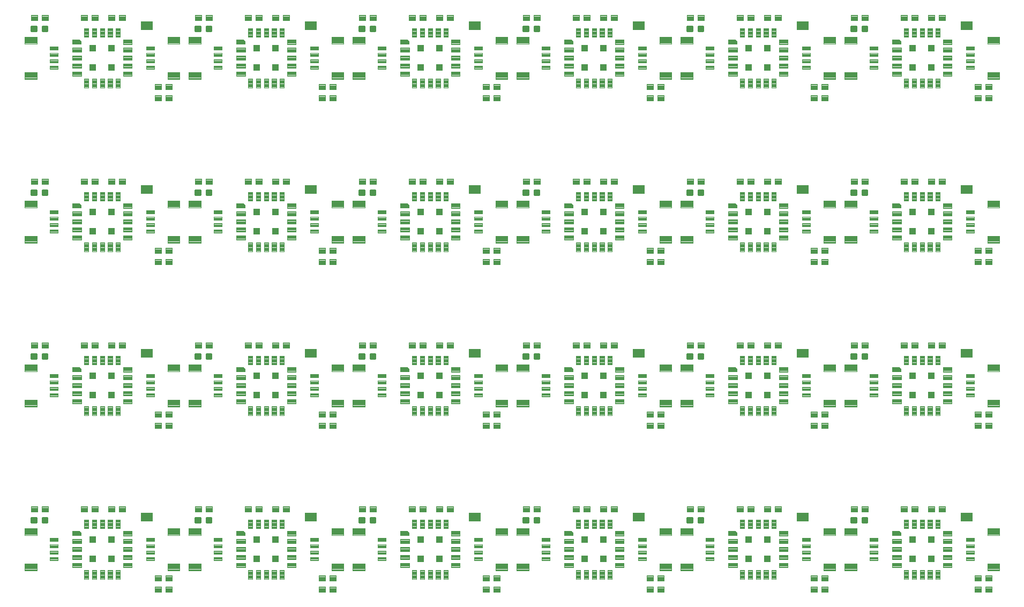
<source format=gtp>
G04 EAGLE Gerber RS-274X export*
G75*
%MOMM*%
%FSLAX34Y34*%
%LPD*%
%INSolderpaste Top*%
%IPPOS*%
%AMOC8*
5,1,8,0,0,1.08239X$1,22.5*%
G01*
%ADD10C,0.104000*%
%ADD11R,1.000000X1.000000*%
%ADD12C,0.096000*%
%ADD13C,0.102000*%
%ADD14C,0.100000*%
%ADD15C,0.300000*%
%ADD16R,1.879600X1.473200*%

G36*
X1389947Y925227D02*
X1389947Y925227D01*
X1389942Y925234D01*
X1389949Y925240D01*
X1389949Y930240D01*
X1389933Y930261D01*
X1389935Y930275D01*
X1386935Y933275D01*
X1386908Y933279D01*
X1386900Y933289D01*
X1374900Y933289D01*
X1374853Y933253D01*
X1374858Y933246D01*
X1374851Y933240D01*
X1374851Y925240D01*
X1374887Y925193D01*
X1374894Y925198D01*
X1374900Y925191D01*
X1389900Y925191D01*
X1389947Y925227D01*
G37*
G36*
X1130867Y925227D02*
X1130867Y925227D01*
X1130862Y925234D01*
X1130869Y925240D01*
X1130869Y930240D01*
X1130853Y930261D01*
X1130855Y930275D01*
X1127855Y933275D01*
X1127828Y933279D01*
X1127820Y933289D01*
X1115820Y933289D01*
X1115773Y933253D01*
X1115778Y933246D01*
X1115771Y933240D01*
X1115771Y925240D01*
X1115807Y925193D01*
X1115814Y925198D01*
X1115820Y925191D01*
X1130820Y925191D01*
X1130867Y925227D01*
G37*
G36*
X871787Y925227D02*
X871787Y925227D01*
X871782Y925234D01*
X871789Y925240D01*
X871789Y930240D01*
X871773Y930261D01*
X871775Y930275D01*
X868775Y933275D01*
X868748Y933279D01*
X868740Y933289D01*
X856740Y933289D01*
X856693Y933253D01*
X856698Y933246D01*
X856691Y933240D01*
X856691Y925240D01*
X856727Y925193D01*
X856734Y925198D01*
X856740Y925191D01*
X871740Y925191D01*
X871787Y925227D01*
G37*
G36*
X612707Y925227D02*
X612707Y925227D01*
X612702Y925234D01*
X612709Y925240D01*
X612709Y930240D01*
X612693Y930261D01*
X612695Y930275D01*
X609695Y933275D01*
X609668Y933279D01*
X609660Y933289D01*
X597660Y933289D01*
X597613Y933253D01*
X597618Y933246D01*
X597611Y933240D01*
X597611Y925240D01*
X597647Y925193D01*
X597654Y925198D01*
X597660Y925191D01*
X612660Y925191D01*
X612707Y925227D01*
G37*
G36*
X353627Y925227D02*
X353627Y925227D01*
X353622Y925234D01*
X353629Y925240D01*
X353629Y930240D01*
X353613Y930261D01*
X353615Y930275D01*
X350615Y933275D01*
X350588Y933279D01*
X350580Y933289D01*
X338580Y933289D01*
X338533Y933253D01*
X338538Y933246D01*
X338531Y933240D01*
X338531Y925240D01*
X338567Y925193D01*
X338574Y925198D01*
X338580Y925191D01*
X353580Y925191D01*
X353627Y925227D01*
G37*
G36*
X94547Y925227D02*
X94547Y925227D01*
X94542Y925234D01*
X94549Y925240D01*
X94549Y930240D01*
X94533Y930261D01*
X94535Y930275D01*
X91535Y933275D01*
X91508Y933279D01*
X91500Y933289D01*
X79500Y933289D01*
X79453Y933253D01*
X79458Y933246D01*
X79451Y933240D01*
X79451Y925240D01*
X79487Y925193D01*
X79494Y925198D01*
X79500Y925191D01*
X94500Y925191D01*
X94547Y925227D01*
G37*
G36*
X1389947Y666147D02*
X1389947Y666147D01*
X1389942Y666154D01*
X1389949Y666160D01*
X1389949Y671160D01*
X1389933Y671181D01*
X1389935Y671195D01*
X1386935Y674195D01*
X1386908Y674199D01*
X1386900Y674209D01*
X1374900Y674209D01*
X1374853Y674173D01*
X1374858Y674166D01*
X1374851Y674160D01*
X1374851Y666160D01*
X1374887Y666113D01*
X1374894Y666118D01*
X1374900Y666111D01*
X1389900Y666111D01*
X1389947Y666147D01*
G37*
G36*
X871787Y666147D02*
X871787Y666147D01*
X871782Y666154D01*
X871789Y666160D01*
X871789Y671160D01*
X871773Y671181D01*
X871775Y671195D01*
X868775Y674195D01*
X868748Y674199D01*
X868740Y674209D01*
X856740Y674209D01*
X856693Y674173D01*
X856698Y674166D01*
X856691Y674160D01*
X856691Y666160D01*
X856727Y666113D01*
X856734Y666118D01*
X856740Y666111D01*
X871740Y666111D01*
X871787Y666147D01*
G37*
G36*
X94547Y666147D02*
X94547Y666147D01*
X94542Y666154D01*
X94549Y666160D01*
X94549Y671160D01*
X94533Y671181D01*
X94535Y671195D01*
X91535Y674195D01*
X91508Y674199D01*
X91500Y674209D01*
X79500Y674209D01*
X79453Y674173D01*
X79458Y674166D01*
X79451Y674160D01*
X79451Y666160D01*
X79487Y666113D01*
X79494Y666118D01*
X79500Y666111D01*
X94500Y666111D01*
X94547Y666147D01*
G37*
G36*
X1130867Y666147D02*
X1130867Y666147D01*
X1130862Y666154D01*
X1130869Y666160D01*
X1130869Y671160D01*
X1130853Y671181D01*
X1130855Y671195D01*
X1127855Y674195D01*
X1127828Y674199D01*
X1127820Y674209D01*
X1115820Y674209D01*
X1115773Y674173D01*
X1115778Y674166D01*
X1115771Y674160D01*
X1115771Y666160D01*
X1115807Y666113D01*
X1115814Y666118D01*
X1115820Y666111D01*
X1130820Y666111D01*
X1130867Y666147D01*
G37*
G36*
X612707Y666147D02*
X612707Y666147D01*
X612702Y666154D01*
X612709Y666160D01*
X612709Y671160D01*
X612693Y671181D01*
X612695Y671195D01*
X609695Y674195D01*
X609668Y674199D01*
X609660Y674209D01*
X597660Y674209D01*
X597613Y674173D01*
X597618Y674166D01*
X597611Y674160D01*
X597611Y666160D01*
X597647Y666113D01*
X597654Y666118D01*
X597660Y666111D01*
X612660Y666111D01*
X612707Y666147D01*
G37*
G36*
X353627Y666147D02*
X353627Y666147D01*
X353622Y666154D01*
X353629Y666160D01*
X353629Y671160D01*
X353613Y671181D01*
X353615Y671195D01*
X350615Y674195D01*
X350588Y674199D01*
X350580Y674209D01*
X338580Y674209D01*
X338533Y674173D01*
X338538Y674166D01*
X338531Y674160D01*
X338531Y666160D01*
X338567Y666113D01*
X338574Y666118D01*
X338580Y666111D01*
X353580Y666111D01*
X353627Y666147D01*
G37*
G36*
X1389947Y407067D02*
X1389947Y407067D01*
X1389942Y407074D01*
X1389949Y407080D01*
X1389949Y412080D01*
X1389933Y412101D01*
X1389935Y412115D01*
X1386935Y415115D01*
X1386908Y415119D01*
X1386900Y415129D01*
X1374900Y415129D01*
X1374853Y415093D01*
X1374858Y415086D01*
X1374851Y415080D01*
X1374851Y407080D01*
X1374887Y407033D01*
X1374894Y407038D01*
X1374900Y407031D01*
X1389900Y407031D01*
X1389947Y407067D01*
G37*
G36*
X1130867Y407067D02*
X1130867Y407067D01*
X1130862Y407074D01*
X1130869Y407080D01*
X1130869Y412080D01*
X1130853Y412101D01*
X1130855Y412115D01*
X1127855Y415115D01*
X1127828Y415119D01*
X1127820Y415129D01*
X1115820Y415129D01*
X1115773Y415093D01*
X1115778Y415086D01*
X1115771Y415080D01*
X1115771Y407080D01*
X1115807Y407033D01*
X1115814Y407038D01*
X1115820Y407031D01*
X1130820Y407031D01*
X1130867Y407067D01*
G37*
G36*
X871787Y407067D02*
X871787Y407067D01*
X871782Y407074D01*
X871789Y407080D01*
X871789Y412080D01*
X871773Y412101D01*
X871775Y412115D01*
X868775Y415115D01*
X868748Y415119D01*
X868740Y415129D01*
X856740Y415129D01*
X856693Y415093D01*
X856698Y415086D01*
X856691Y415080D01*
X856691Y407080D01*
X856727Y407033D01*
X856734Y407038D01*
X856740Y407031D01*
X871740Y407031D01*
X871787Y407067D01*
G37*
G36*
X612707Y407067D02*
X612707Y407067D01*
X612702Y407074D01*
X612709Y407080D01*
X612709Y412080D01*
X612693Y412101D01*
X612695Y412115D01*
X609695Y415115D01*
X609668Y415119D01*
X609660Y415129D01*
X597660Y415129D01*
X597613Y415093D01*
X597618Y415086D01*
X597611Y415080D01*
X597611Y407080D01*
X597647Y407033D01*
X597654Y407038D01*
X597660Y407031D01*
X612660Y407031D01*
X612707Y407067D01*
G37*
G36*
X353627Y407067D02*
X353627Y407067D01*
X353622Y407074D01*
X353629Y407080D01*
X353629Y412080D01*
X353613Y412101D01*
X353615Y412115D01*
X350615Y415115D01*
X350588Y415119D01*
X350580Y415129D01*
X338580Y415129D01*
X338533Y415093D01*
X338538Y415086D01*
X338531Y415080D01*
X338531Y407080D01*
X338567Y407033D01*
X338574Y407038D01*
X338580Y407031D01*
X353580Y407031D01*
X353627Y407067D01*
G37*
G36*
X94547Y407067D02*
X94547Y407067D01*
X94542Y407074D01*
X94549Y407080D01*
X94549Y412080D01*
X94533Y412101D01*
X94535Y412115D01*
X91535Y415115D01*
X91508Y415119D01*
X91500Y415129D01*
X79500Y415129D01*
X79453Y415093D01*
X79458Y415086D01*
X79451Y415080D01*
X79451Y407080D01*
X79487Y407033D01*
X79494Y407038D01*
X79500Y407031D01*
X94500Y407031D01*
X94547Y407067D01*
G37*
G36*
X1389947Y147987D02*
X1389947Y147987D01*
X1389942Y147994D01*
X1389949Y148000D01*
X1389949Y153000D01*
X1389933Y153021D01*
X1389935Y153035D01*
X1386935Y156035D01*
X1386908Y156039D01*
X1386900Y156049D01*
X1374900Y156049D01*
X1374853Y156013D01*
X1374858Y156006D01*
X1374851Y156000D01*
X1374851Y148000D01*
X1374887Y147953D01*
X1374894Y147958D01*
X1374900Y147951D01*
X1389900Y147951D01*
X1389947Y147987D01*
G37*
G36*
X1130867Y147987D02*
X1130867Y147987D01*
X1130862Y147994D01*
X1130869Y148000D01*
X1130869Y153000D01*
X1130853Y153021D01*
X1130855Y153035D01*
X1127855Y156035D01*
X1127828Y156039D01*
X1127820Y156049D01*
X1115820Y156049D01*
X1115773Y156013D01*
X1115778Y156006D01*
X1115771Y156000D01*
X1115771Y148000D01*
X1115807Y147953D01*
X1115814Y147958D01*
X1115820Y147951D01*
X1130820Y147951D01*
X1130867Y147987D01*
G37*
G36*
X871787Y147987D02*
X871787Y147987D01*
X871782Y147994D01*
X871789Y148000D01*
X871789Y153000D01*
X871773Y153021D01*
X871775Y153035D01*
X868775Y156035D01*
X868748Y156039D01*
X868740Y156049D01*
X856740Y156049D01*
X856693Y156013D01*
X856698Y156006D01*
X856691Y156000D01*
X856691Y148000D01*
X856727Y147953D01*
X856734Y147958D01*
X856740Y147951D01*
X871740Y147951D01*
X871787Y147987D01*
G37*
G36*
X612707Y147987D02*
X612707Y147987D01*
X612702Y147994D01*
X612709Y148000D01*
X612709Y153000D01*
X612693Y153021D01*
X612695Y153035D01*
X609695Y156035D01*
X609668Y156039D01*
X609660Y156049D01*
X597660Y156049D01*
X597613Y156013D01*
X597618Y156006D01*
X597611Y156000D01*
X597611Y148000D01*
X597647Y147953D01*
X597654Y147958D01*
X597660Y147951D01*
X612660Y147951D01*
X612707Y147987D01*
G37*
G36*
X353627Y147987D02*
X353627Y147987D01*
X353622Y147994D01*
X353629Y148000D01*
X353629Y153000D01*
X353613Y153021D01*
X353615Y153035D01*
X350615Y156035D01*
X350588Y156039D01*
X350580Y156049D01*
X338580Y156049D01*
X338533Y156013D01*
X338538Y156006D01*
X338531Y156000D01*
X338531Y148000D01*
X338567Y147953D01*
X338574Y147958D01*
X338580Y147951D01*
X353580Y147951D01*
X353627Y147987D01*
G37*
G36*
X94547Y147987D02*
X94547Y147987D01*
X94542Y147994D01*
X94549Y148000D01*
X94549Y153000D01*
X94533Y153021D01*
X94535Y153035D01*
X91535Y156035D01*
X91508Y156039D01*
X91500Y156049D01*
X79500Y156049D01*
X79453Y156013D01*
X79458Y156006D01*
X79451Y156000D01*
X79451Y148000D01*
X79487Y147953D01*
X79494Y147958D01*
X79500Y147951D01*
X94500Y147951D01*
X94547Y147987D01*
G37*
D10*
X93980Y142980D02*
X93980Y136020D01*
X80020Y136020D01*
X80020Y142980D01*
X93980Y142980D01*
X93980Y137008D02*
X80020Y137008D01*
X80020Y137996D02*
X93980Y137996D01*
X93980Y138984D02*
X80020Y138984D01*
X80020Y139972D02*
X93980Y139972D01*
X93980Y140960D02*
X80020Y140960D01*
X80020Y141948D02*
X93980Y141948D01*
X93980Y142936D02*
X80020Y142936D01*
X93980Y130480D02*
X93980Y123520D01*
X80020Y123520D01*
X80020Y130480D01*
X93980Y130480D01*
X93980Y124508D02*
X80020Y124508D01*
X80020Y125496D02*
X93980Y125496D01*
X93980Y126484D02*
X80020Y126484D01*
X80020Y127472D02*
X93980Y127472D01*
X93980Y128460D02*
X80020Y128460D01*
X80020Y129448D02*
X93980Y129448D01*
X93980Y130436D02*
X80020Y130436D01*
X93980Y117980D02*
X93980Y111020D01*
X80020Y111020D01*
X80020Y117980D01*
X93980Y117980D01*
X93980Y112008D02*
X80020Y112008D01*
X80020Y112996D02*
X93980Y112996D01*
X93980Y113984D02*
X80020Y113984D01*
X80020Y114972D02*
X93980Y114972D01*
X93980Y115960D02*
X80020Y115960D01*
X80020Y116948D02*
X93980Y116948D01*
X93980Y117936D02*
X80020Y117936D01*
X93980Y105480D02*
X93980Y98520D01*
X80020Y98520D01*
X80020Y105480D01*
X93980Y105480D01*
X93980Y99508D02*
X80020Y99508D01*
X80020Y100496D02*
X93980Y100496D01*
X93980Y101484D02*
X80020Y101484D01*
X80020Y102472D02*
X93980Y102472D01*
X93980Y103460D02*
X80020Y103460D01*
X80020Y104448D02*
X93980Y104448D01*
X93980Y105436D02*
X80020Y105436D01*
D11*
X112000Y142000D03*
X142000Y142000D03*
X142000Y112000D03*
X112000Y112000D03*
D10*
X105480Y93980D02*
X98520Y93980D01*
X105480Y93980D02*
X105480Y80020D01*
X98520Y80020D01*
X98520Y93980D01*
X98520Y81008D02*
X105480Y81008D01*
X105480Y81996D02*
X98520Y81996D01*
X98520Y82984D02*
X105480Y82984D01*
X105480Y83972D02*
X98520Y83972D01*
X98520Y84960D02*
X105480Y84960D01*
X105480Y85948D02*
X98520Y85948D01*
X98520Y86936D02*
X105480Y86936D01*
X105480Y87924D02*
X98520Y87924D01*
X98520Y88912D02*
X105480Y88912D01*
X105480Y89900D02*
X98520Y89900D01*
X98520Y90888D02*
X105480Y90888D01*
X105480Y91876D02*
X98520Y91876D01*
X98520Y92864D02*
X105480Y92864D01*
X105480Y93852D02*
X98520Y93852D01*
X111020Y93980D02*
X117980Y93980D01*
X117980Y80020D01*
X111020Y80020D01*
X111020Y93980D01*
X111020Y81008D02*
X117980Y81008D01*
X117980Y81996D02*
X111020Y81996D01*
X111020Y82984D02*
X117980Y82984D01*
X117980Y83972D02*
X111020Y83972D01*
X111020Y84960D02*
X117980Y84960D01*
X117980Y85948D02*
X111020Y85948D01*
X111020Y86936D02*
X117980Y86936D01*
X117980Y87924D02*
X111020Y87924D01*
X111020Y88912D02*
X117980Y88912D01*
X117980Y89900D02*
X111020Y89900D01*
X111020Y90888D02*
X117980Y90888D01*
X117980Y91876D02*
X111020Y91876D01*
X111020Y92864D02*
X117980Y92864D01*
X117980Y93852D02*
X111020Y93852D01*
X123520Y93980D02*
X130480Y93980D01*
X130480Y80020D01*
X123520Y80020D01*
X123520Y93980D01*
X123520Y81008D02*
X130480Y81008D01*
X130480Y81996D02*
X123520Y81996D01*
X123520Y82984D02*
X130480Y82984D01*
X130480Y83972D02*
X123520Y83972D01*
X123520Y84960D02*
X130480Y84960D01*
X130480Y85948D02*
X123520Y85948D01*
X123520Y86936D02*
X130480Y86936D01*
X130480Y87924D02*
X123520Y87924D01*
X123520Y88912D02*
X130480Y88912D01*
X130480Y89900D02*
X123520Y89900D01*
X123520Y90888D02*
X130480Y90888D01*
X130480Y91876D02*
X123520Y91876D01*
X123520Y92864D02*
X130480Y92864D01*
X130480Y93852D02*
X123520Y93852D01*
X136020Y93980D02*
X142980Y93980D01*
X142980Y80020D01*
X136020Y80020D01*
X136020Y93980D01*
X136020Y81008D02*
X142980Y81008D01*
X142980Y81996D02*
X136020Y81996D01*
X136020Y82984D02*
X142980Y82984D01*
X142980Y83972D02*
X136020Y83972D01*
X136020Y84960D02*
X142980Y84960D01*
X142980Y85948D02*
X136020Y85948D01*
X136020Y86936D02*
X142980Y86936D01*
X142980Y87924D02*
X136020Y87924D01*
X136020Y88912D02*
X142980Y88912D01*
X142980Y89900D02*
X136020Y89900D01*
X136020Y90888D02*
X142980Y90888D01*
X142980Y91876D02*
X136020Y91876D01*
X136020Y92864D02*
X142980Y92864D01*
X142980Y93852D02*
X136020Y93852D01*
X148520Y93980D02*
X155480Y93980D01*
X155480Y80020D01*
X148520Y80020D01*
X148520Y93980D01*
X148520Y81008D02*
X155480Y81008D01*
X155480Y81996D02*
X148520Y81996D01*
X148520Y82984D02*
X155480Y82984D01*
X155480Y83972D02*
X148520Y83972D01*
X148520Y84960D02*
X155480Y84960D01*
X155480Y85948D02*
X148520Y85948D01*
X148520Y86936D02*
X155480Y86936D01*
X155480Y87924D02*
X148520Y87924D01*
X148520Y88912D02*
X155480Y88912D01*
X155480Y89900D02*
X148520Y89900D01*
X148520Y90888D02*
X155480Y90888D01*
X155480Y91876D02*
X148520Y91876D01*
X148520Y92864D02*
X155480Y92864D01*
X155480Y93852D02*
X148520Y93852D01*
X160020Y98520D02*
X160020Y105480D01*
X173980Y105480D01*
X173980Y98520D01*
X160020Y98520D01*
X160020Y99508D02*
X173980Y99508D01*
X173980Y100496D02*
X160020Y100496D01*
X160020Y101484D02*
X173980Y101484D01*
X173980Y102472D02*
X160020Y102472D01*
X160020Y103460D02*
X173980Y103460D01*
X173980Y104448D02*
X160020Y104448D01*
X160020Y105436D02*
X173980Y105436D01*
X160020Y111020D02*
X160020Y117980D01*
X173980Y117980D01*
X173980Y111020D01*
X160020Y111020D01*
X160020Y112008D02*
X173980Y112008D01*
X173980Y112996D02*
X160020Y112996D01*
X160020Y113984D02*
X173980Y113984D01*
X173980Y114972D02*
X160020Y114972D01*
X160020Y115960D02*
X173980Y115960D01*
X173980Y116948D02*
X160020Y116948D01*
X160020Y117936D02*
X173980Y117936D01*
X160020Y123520D02*
X160020Y130480D01*
X173980Y130480D01*
X173980Y123520D01*
X160020Y123520D01*
X160020Y124508D02*
X173980Y124508D01*
X173980Y125496D02*
X160020Y125496D01*
X160020Y126484D02*
X173980Y126484D01*
X173980Y127472D02*
X160020Y127472D01*
X160020Y128460D02*
X173980Y128460D01*
X173980Y129448D02*
X160020Y129448D01*
X160020Y130436D02*
X173980Y130436D01*
X160020Y136020D02*
X160020Y142980D01*
X173980Y142980D01*
X173980Y136020D01*
X160020Y136020D01*
X160020Y137008D02*
X173980Y137008D01*
X173980Y137996D02*
X160020Y137996D01*
X160020Y138984D02*
X173980Y138984D01*
X173980Y139972D02*
X160020Y139972D01*
X160020Y140960D02*
X173980Y140960D01*
X173980Y141948D02*
X160020Y141948D01*
X160020Y142936D02*
X173980Y142936D01*
X160020Y148520D02*
X160020Y155480D01*
X173980Y155480D01*
X173980Y148520D01*
X160020Y148520D01*
X160020Y149508D02*
X173980Y149508D01*
X173980Y150496D02*
X160020Y150496D01*
X160020Y151484D02*
X173980Y151484D01*
X173980Y152472D02*
X160020Y152472D01*
X160020Y153460D02*
X173980Y153460D01*
X173980Y154448D02*
X160020Y154448D01*
X160020Y155436D02*
X173980Y155436D01*
X155480Y160020D02*
X148520Y160020D01*
X148520Y173980D01*
X155480Y173980D01*
X155480Y160020D01*
X155480Y161008D02*
X148520Y161008D01*
X148520Y161996D02*
X155480Y161996D01*
X155480Y162984D02*
X148520Y162984D01*
X148520Y163972D02*
X155480Y163972D01*
X155480Y164960D02*
X148520Y164960D01*
X148520Y165948D02*
X155480Y165948D01*
X155480Y166936D02*
X148520Y166936D01*
X148520Y167924D02*
X155480Y167924D01*
X155480Y168912D02*
X148520Y168912D01*
X148520Y169900D02*
X155480Y169900D01*
X155480Y170888D02*
X148520Y170888D01*
X148520Y171876D02*
X155480Y171876D01*
X155480Y172864D02*
X148520Y172864D01*
X148520Y173852D02*
X155480Y173852D01*
X142980Y160020D02*
X136020Y160020D01*
X136020Y173980D01*
X142980Y173980D01*
X142980Y160020D01*
X142980Y161008D02*
X136020Y161008D01*
X136020Y161996D02*
X142980Y161996D01*
X142980Y162984D02*
X136020Y162984D01*
X136020Y163972D02*
X142980Y163972D01*
X142980Y164960D02*
X136020Y164960D01*
X136020Y165948D02*
X142980Y165948D01*
X142980Y166936D02*
X136020Y166936D01*
X136020Y167924D02*
X142980Y167924D01*
X142980Y168912D02*
X136020Y168912D01*
X136020Y169900D02*
X142980Y169900D01*
X142980Y170888D02*
X136020Y170888D01*
X136020Y171876D02*
X142980Y171876D01*
X142980Y172864D02*
X136020Y172864D01*
X136020Y173852D02*
X142980Y173852D01*
X130480Y160020D02*
X123520Y160020D01*
X123520Y173980D01*
X130480Y173980D01*
X130480Y160020D01*
X130480Y161008D02*
X123520Y161008D01*
X123520Y161996D02*
X130480Y161996D01*
X130480Y162984D02*
X123520Y162984D01*
X123520Y163972D02*
X130480Y163972D01*
X130480Y164960D02*
X123520Y164960D01*
X123520Y165948D02*
X130480Y165948D01*
X130480Y166936D02*
X123520Y166936D01*
X123520Y167924D02*
X130480Y167924D01*
X130480Y168912D02*
X123520Y168912D01*
X123520Y169900D02*
X130480Y169900D01*
X130480Y170888D02*
X123520Y170888D01*
X123520Y171876D02*
X130480Y171876D01*
X130480Y172864D02*
X123520Y172864D01*
X123520Y173852D02*
X130480Y173852D01*
X117980Y160020D02*
X111020Y160020D01*
X111020Y173980D01*
X117980Y173980D01*
X117980Y160020D01*
X117980Y161008D02*
X111020Y161008D01*
X111020Y161996D02*
X117980Y161996D01*
X117980Y162984D02*
X111020Y162984D01*
X111020Y163972D02*
X117980Y163972D01*
X117980Y164960D02*
X111020Y164960D01*
X111020Y165948D02*
X117980Y165948D01*
X117980Y166936D02*
X111020Y166936D01*
X111020Y167924D02*
X117980Y167924D01*
X117980Y168912D02*
X111020Y168912D01*
X111020Y169900D02*
X117980Y169900D01*
X117980Y170888D02*
X111020Y170888D01*
X111020Y171876D02*
X117980Y171876D01*
X117980Y172864D02*
X111020Y172864D01*
X111020Y173852D02*
X117980Y173852D01*
X105480Y160020D02*
X98520Y160020D01*
X98520Y173980D01*
X105480Y173980D01*
X105480Y160020D01*
X105480Y161008D02*
X98520Y161008D01*
X98520Y161996D02*
X105480Y161996D01*
X105480Y162984D02*
X98520Y162984D01*
X98520Y163972D02*
X105480Y163972D01*
X105480Y164960D02*
X98520Y164960D01*
X98520Y165948D02*
X105480Y165948D01*
X105480Y166936D02*
X98520Y166936D01*
X98520Y167924D02*
X105480Y167924D01*
X105480Y168912D02*
X98520Y168912D01*
X98520Y169900D02*
X105480Y169900D01*
X105480Y170888D02*
X98520Y170888D01*
X98520Y171876D02*
X105480Y171876D01*
X105480Y172864D02*
X98520Y172864D01*
X98520Y173852D02*
X105480Y173852D01*
D12*
X249470Y104520D02*
X249470Y93480D01*
X230430Y93480D01*
X230430Y104520D01*
X249470Y104520D01*
X249470Y94392D02*
X230430Y94392D01*
X230430Y95304D02*
X249470Y95304D01*
X249470Y96216D02*
X230430Y96216D01*
X230430Y97128D02*
X249470Y97128D01*
X249470Y98040D02*
X230430Y98040D01*
X230430Y98952D02*
X249470Y98952D01*
X249470Y99864D02*
X230430Y99864D01*
X230430Y100776D02*
X249470Y100776D01*
X249470Y101688D02*
X230430Y101688D01*
X230430Y102600D02*
X249470Y102600D01*
X249470Y103512D02*
X230430Y103512D01*
X230430Y104424D02*
X249470Y104424D01*
X249470Y149480D02*
X249470Y160520D01*
X249470Y149480D02*
X230430Y149480D01*
X230430Y160520D01*
X249470Y160520D01*
X249470Y150392D02*
X230430Y150392D01*
X230430Y151304D02*
X249470Y151304D01*
X249470Y152216D02*
X230430Y152216D01*
X230430Y153128D02*
X249470Y153128D01*
X249470Y154040D02*
X230430Y154040D01*
X230430Y154952D02*
X249470Y154952D01*
X249470Y155864D02*
X230430Y155864D01*
X230430Y156776D02*
X249470Y156776D01*
X249470Y157688D02*
X230430Y157688D01*
X230430Y158600D02*
X249470Y158600D01*
X249470Y159512D02*
X230430Y159512D01*
X230430Y160424D02*
X249470Y160424D01*
D13*
X209440Y114490D02*
X209440Y109510D01*
X196960Y109510D01*
X196960Y114490D01*
X209440Y114490D01*
X209440Y110479D02*
X196960Y110479D01*
X196960Y111448D02*
X209440Y111448D01*
X209440Y112417D02*
X196960Y112417D01*
X196960Y113386D02*
X209440Y113386D01*
X209440Y114355D02*
X196960Y114355D01*
X209440Y119510D02*
X209440Y124490D01*
X209440Y119510D02*
X196960Y119510D01*
X196960Y124490D01*
X209440Y124490D01*
X209440Y120479D02*
X196960Y120479D01*
X196960Y121448D02*
X209440Y121448D01*
X209440Y122417D02*
X196960Y122417D01*
X196960Y123386D02*
X209440Y123386D01*
X209440Y124355D02*
X196960Y124355D01*
X209440Y129510D02*
X209440Y134490D01*
X209440Y129510D02*
X196960Y129510D01*
X196960Y134490D01*
X209440Y134490D01*
X209440Y130479D02*
X196960Y130479D01*
X196960Y131448D02*
X209440Y131448D01*
X209440Y132417D02*
X196960Y132417D01*
X196960Y133386D02*
X209440Y133386D01*
X209440Y134355D02*
X196960Y134355D01*
X209440Y139510D02*
X209440Y144490D01*
X209440Y139510D02*
X196960Y139510D01*
X196960Y144490D01*
X209440Y144490D01*
X209440Y140479D02*
X196960Y140479D01*
X196960Y141448D02*
X209440Y141448D01*
X209440Y142417D02*
X196960Y142417D01*
X196960Y143386D02*
X209440Y143386D01*
X209440Y144355D02*
X196960Y144355D01*
D12*
X4530Y149480D02*
X4530Y160520D01*
X23570Y160520D01*
X23570Y149480D01*
X4530Y149480D01*
X4530Y150392D02*
X23570Y150392D01*
X23570Y151304D02*
X4530Y151304D01*
X4530Y152216D02*
X23570Y152216D01*
X23570Y153128D02*
X4530Y153128D01*
X4530Y154040D02*
X23570Y154040D01*
X23570Y154952D02*
X4530Y154952D01*
X4530Y155864D02*
X23570Y155864D01*
X23570Y156776D02*
X4530Y156776D01*
X4530Y157688D02*
X23570Y157688D01*
X23570Y158600D02*
X4530Y158600D01*
X4530Y159512D02*
X23570Y159512D01*
X23570Y160424D02*
X4530Y160424D01*
X4530Y104520D02*
X4530Y93480D01*
X4530Y104520D02*
X23570Y104520D01*
X23570Y93480D01*
X4530Y93480D01*
X4530Y94392D02*
X23570Y94392D01*
X23570Y95304D02*
X4530Y95304D01*
X4530Y96216D02*
X23570Y96216D01*
X23570Y97128D02*
X4530Y97128D01*
X4530Y98040D02*
X23570Y98040D01*
X23570Y98952D02*
X4530Y98952D01*
X4530Y99864D02*
X23570Y99864D01*
X23570Y100776D02*
X4530Y100776D01*
X4530Y101688D02*
X23570Y101688D01*
X23570Y102600D02*
X4530Y102600D01*
X4530Y103512D02*
X23570Y103512D01*
X23570Y104424D02*
X4530Y104424D01*
D13*
X44560Y139510D02*
X44560Y144490D01*
X57040Y144490D01*
X57040Y139510D01*
X44560Y139510D01*
X44560Y140479D02*
X57040Y140479D01*
X57040Y141448D02*
X44560Y141448D01*
X44560Y142417D02*
X57040Y142417D01*
X57040Y143386D02*
X44560Y143386D01*
X44560Y144355D02*
X57040Y144355D01*
X44560Y134490D02*
X44560Y129510D01*
X44560Y134490D02*
X57040Y134490D01*
X57040Y129510D01*
X44560Y129510D01*
X44560Y130479D02*
X57040Y130479D01*
X57040Y131448D02*
X44560Y131448D01*
X44560Y132417D02*
X57040Y132417D01*
X57040Y133386D02*
X44560Y133386D01*
X44560Y134355D02*
X57040Y134355D01*
X44560Y124490D02*
X44560Y119510D01*
X44560Y124490D02*
X57040Y124490D01*
X57040Y119510D01*
X44560Y119510D01*
X44560Y120479D02*
X57040Y120479D01*
X57040Y121448D02*
X44560Y121448D01*
X44560Y122417D02*
X57040Y122417D01*
X57040Y123386D02*
X44560Y123386D01*
X44560Y124355D02*
X57040Y124355D01*
X44560Y114490D02*
X44560Y109510D01*
X44560Y114490D02*
X57040Y114490D01*
X57040Y109510D01*
X44560Y109510D01*
X44560Y110479D02*
X57040Y110479D01*
X57040Y111448D02*
X44560Y111448D01*
X44560Y112417D02*
X57040Y112417D01*
X57040Y113386D02*
X44560Y113386D01*
X44560Y114355D02*
X57040Y114355D01*
D14*
X210020Y76780D02*
X220020Y76780D01*
X210020Y76780D02*
X210020Y85780D01*
X220020Y85780D01*
X220020Y76780D01*
X220020Y77730D02*
X210020Y77730D01*
X210020Y78680D02*
X220020Y78680D01*
X220020Y79630D02*
X210020Y79630D01*
X210020Y80580D02*
X220020Y80580D01*
X220020Y81530D02*
X210020Y81530D01*
X210020Y82480D02*
X220020Y82480D01*
X220020Y83430D02*
X210020Y83430D01*
X210020Y84380D02*
X220020Y84380D01*
X220020Y85330D02*
X210020Y85330D01*
X227020Y76780D02*
X237020Y76780D01*
X227020Y76780D02*
X227020Y85780D01*
X237020Y85780D01*
X237020Y76780D01*
X237020Y77730D02*
X227020Y77730D01*
X227020Y78680D02*
X237020Y78680D01*
X237020Y79630D02*
X227020Y79630D01*
X227020Y80580D02*
X237020Y80580D01*
X237020Y81530D02*
X227020Y81530D01*
X227020Y82480D02*
X237020Y82480D01*
X237020Y83430D02*
X227020Y83430D01*
X227020Y84380D02*
X237020Y84380D01*
X237020Y85330D02*
X227020Y85330D01*
X220020Y59000D02*
X210020Y59000D01*
X210020Y68000D01*
X220020Y68000D01*
X220020Y59000D01*
X220020Y59950D02*
X210020Y59950D01*
X210020Y60900D02*
X220020Y60900D01*
X220020Y61850D02*
X210020Y61850D01*
X210020Y62800D02*
X220020Y62800D01*
X220020Y63750D02*
X210020Y63750D01*
X210020Y64700D02*
X220020Y64700D01*
X220020Y65650D02*
X210020Y65650D01*
X210020Y66600D02*
X220020Y66600D01*
X220020Y67550D02*
X210020Y67550D01*
X227020Y59000D02*
X237020Y59000D01*
X227020Y59000D02*
X227020Y68000D01*
X237020Y68000D01*
X237020Y59000D01*
X237020Y59950D02*
X227020Y59950D01*
X227020Y60900D02*
X237020Y60900D01*
X237020Y61850D02*
X227020Y61850D01*
X227020Y62800D02*
X237020Y62800D01*
X237020Y63750D02*
X227020Y63750D01*
X227020Y64700D02*
X237020Y64700D01*
X237020Y65650D02*
X227020Y65650D01*
X227020Y66600D02*
X237020Y66600D01*
X237020Y67550D02*
X227020Y67550D01*
X120180Y195000D02*
X110180Y195000D01*
X120180Y195000D02*
X120180Y186000D01*
X110180Y186000D01*
X110180Y195000D01*
X110180Y186950D02*
X120180Y186950D01*
X120180Y187900D02*
X110180Y187900D01*
X110180Y188850D02*
X120180Y188850D01*
X120180Y189800D02*
X110180Y189800D01*
X110180Y190750D02*
X120180Y190750D01*
X120180Y191700D02*
X110180Y191700D01*
X110180Y192650D02*
X120180Y192650D01*
X120180Y193600D02*
X110180Y193600D01*
X110180Y194550D02*
X120180Y194550D01*
X103180Y195000D02*
X93180Y195000D01*
X103180Y195000D02*
X103180Y186000D01*
X93180Y186000D01*
X93180Y195000D01*
X93180Y186950D02*
X103180Y186950D01*
X103180Y187900D02*
X93180Y187900D01*
X93180Y188850D02*
X103180Y188850D01*
X103180Y189800D02*
X93180Y189800D01*
X93180Y190750D02*
X103180Y190750D01*
X103180Y191700D02*
X93180Y191700D01*
X93180Y192650D02*
X103180Y192650D01*
X103180Y193600D02*
X93180Y193600D01*
X93180Y194550D02*
X103180Y194550D01*
X136360Y186000D02*
X146360Y186000D01*
X136360Y186000D02*
X136360Y195000D01*
X146360Y195000D01*
X146360Y186000D01*
X146360Y186950D02*
X136360Y186950D01*
X136360Y187900D02*
X146360Y187900D01*
X146360Y188850D02*
X136360Y188850D01*
X136360Y189800D02*
X146360Y189800D01*
X146360Y190750D02*
X136360Y190750D01*
X136360Y191700D02*
X146360Y191700D01*
X146360Y192650D02*
X136360Y192650D01*
X136360Y193600D02*
X146360Y193600D01*
X146360Y194550D02*
X136360Y194550D01*
X153360Y186000D02*
X163360Y186000D01*
X153360Y186000D02*
X153360Y195000D01*
X163360Y195000D01*
X163360Y186000D01*
X163360Y186950D02*
X153360Y186950D01*
X153360Y187900D02*
X163360Y187900D01*
X163360Y188850D02*
X153360Y188850D01*
X153360Y189800D02*
X163360Y189800D01*
X163360Y190750D02*
X153360Y190750D01*
X153360Y191700D02*
X163360Y191700D01*
X163360Y192650D02*
X153360Y192650D01*
X153360Y193600D02*
X163360Y193600D01*
X163360Y194550D02*
X153360Y194550D01*
D15*
X22670Y176220D02*
X22670Y169220D01*
X15670Y169220D01*
X15670Y176220D01*
X22670Y176220D01*
X22670Y172070D02*
X15670Y172070D01*
X15670Y174920D02*
X22670Y174920D01*
X40210Y176220D02*
X40210Y169220D01*
X33210Y169220D01*
X33210Y176220D01*
X40210Y176220D01*
X40210Y172070D02*
X33210Y172070D01*
X33210Y174920D02*
X40210Y174920D01*
D14*
X41440Y195000D02*
X31440Y195000D01*
X41440Y195000D02*
X41440Y186000D01*
X31440Y186000D01*
X31440Y195000D01*
X31440Y186950D02*
X41440Y186950D01*
X41440Y187900D02*
X31440Y187900D01*
X31440Y188850D02*
X41440Y188850D01*
X41440Y189800D02*
X31440Y189800D01*
X31440Y190750D02*
X41440Y190750D01*
X41440Y191700D02*
X31440Y191700D01*
X31440Y192650D02*
X41440Y192650D01*
X41440Y193600D02*
X31440Y193600D01*
X31440Y194550D02*
X41440Y194550D01*
X24440Y195000D02*
X14440Y195000D01*
X24440Y195000D02*
X24440Y186000D01*
X14440Y186000D01*
X14440Y195000D01*
X14440Y186950D02*
X24440Y186950D01*
X24440Y187900D02*
X14440Y187900D01*
X14440Y188850D02*
X24440Y188850D01*
X24440Y189800D02*
X14440Y189800D01*
X14440Y190750D02*
X24440Y190750D01*
X24440Y191700D02*
X14440Y191700D01*
X14440Y192650D02*
X24440Y192650D01*
X24440Y193600D02*
X14440Y193600D01*
X14440Y194550D02*
X24440Y194550D01*
D16*
X197866Y177800D03*
D10*
X353060Y142980D02*
X353060Y136020D01*
X339100Y136020D01*
X339100Y142980D01*
X353060Y142980D01*
X353060Y137008D02*
X339100Y137008D01*
X339100Y137996D02*
X353060Y137996D01*
X353060Y138984D02*
X339100Y138984D01*
X339100Y139972D02*
X353060Y139972D01*
X353060Y140960D02*
X339100Y140960D01*
X339100Y141948D02*
X353060Y141948D01*
X353060Y142936D02*
X339100Y142936D01*
X353060Y130480D02*
X353060Y123520D01*
X339100Y123520D01*
X339100Y130480D01*
X353060Y130480D01*
X353060Y124508D02*
X339100Y124508D01*
X339100Y125496D02*
X353060Y125496D01*
X353060Y126484D02*
X339100Y126484D01*
X339100Y127472D02*
X353060Y127472D01*
X353060Y128460D02*
X339100Y128460D01*
X339100Y129448D02*
X353060Y129448D01*
X353060Y130436D02*
X339100Y130436D01*
X353060Y117980D02*
X353060Y111020D01*
X339100Y111020D01*
X339100Y117980D01*
X353060Y117980D01*
X353060Y112008D02*
X339100Y112008D01*
X339100Y112996D02*
X353060Y112996D01*
X353060Y113984D02*
X339100Y113984D01*
X339100Y114972D02*
X353060Y114972D01*
X353060Y115960D02*
X339100Y115960D01*
X339100Y116948D02*
X353060Y116948D01*
X353060Y117936D02*
X339100Y117936D01*
X353060Y105480D02*
X353060Y98520D01*
X339100Y98520D01*
X339100Y105480D01*
X353060Y105480D01*
X353060Y99508D02*
X339100Y99508D01*
X339100Y100496D02*
X353060Y100496D01*
X353060Y101484D02*
X339100Y101484D01*
X339100Y102472D02*
X353060Y102472D01*
X353060Y103460D02*
X339100Y103460D01*
X339100Y104448D02*
X353060Y104448D01*
X353060Y105436D02*
X339100Y105436D01*
D11*
X371080Y142000D03*
X401080Y142000D03*
X401080Y112000D03*
X371080Y112000D03*
D10*
X364560Y93980D02*
X357600Y93980D01*
X364560Y93980D02*
X364560Y80020D01*
X357600Y80020D01*
X357600Y93980D01*
X357600Y81008D02*
X364560Y81008D01*
X364560Y81996D02*
X357600Y81996D01*
X357600Y82984D02*
X364560Y82984D01*
X364560Y83972D02*
X357600Y83972D01*
X357600Y84960D02*
X364560Y84960D01*
X364560Y85948D02*
X357600Y85948D01*
X357600Y86936D02*
X364560Y86936D01*
X364560Y87924D02*
X357600Y87924D01*
X357600Y88912D02*
X364560Y88912D01*
X364560Y89900D02*
X357600Y89900D01*
X357600Y90888D02*
X364560Y90888D01*
X364560Y91876D02*
X357600Y91876D01*
X357600Y92864D02*
X364560Y92864D01*
X364560Y93852D02*
X357600Y93852D01*
X370100Y93980D02*
X377060Y93980D01*
X377060Y80020D01*
X370100Y80020D01*
X370100Y93980D01*
X370100Y81008D02*
X377060Y81008D01*
X377060Y81996D02*
X370100Y81996D01*
X370100Y82984D02*
X377060Y82984D01*
X377060Y83972D02*
X370100Y83972D01*
X370100Y84960D02*
X377060Y84960D01*
X377060Y85948D02*
X370100Y85948D01*
X370100Y86936D02*
X377060Y86936D01*
X377060Y87924D02*
X370100Y87924D01*
X370100Y88912D02*
X377060Y88912D01*
X377060Y89900D02*
X370100Y89900D01*
X370100Y90888D02*
X377060Y90888D01*
X377060Y91876D02*
X370100Y91876D01*
X370100Y92864D02*
X377060Y92864D01*
X377060Y93852D02*
X370100Y93852D01*
X382600Y93980D02*
X389560Y93980D01*
X389560Y80020D01*
X382600Y80020D01*
X382600Y93980D01*
X382600Y81008D02*
X389560Y81008D01*
X389560Y81996D02*
X382600Y81996D01*
X382600Y82984D02*
X389560Y82984D01*
X389560Y83972D02*
X382600Y83972D01*
X382600Y84960D02*
X389560Y84960D01*
X389560Y85948D02*
X382600Y85948D01*
X382600Y86936D02*
X389560Y86936D01*
X389560Y87924D02*
X382600Y87924D01*
X382600Y88912D02*
X389560Y88912D01*
X389560Y89900D02*
X382600Y89900D01*
X382600Y90888D02*
X389560Y90888D01*
X389560Y91876D02*
X382600Y91876D01*
X382600Y92864D02*
X389560Y92864D01*
X389560Y93852D02*
X382600Y93852D01*
X395100Y93980D02*
X402060Y93980D01*
X402060Y80020D01*
X395100Y80020D01*
X395100Y93980D01*
X395100Y81008D02*
X402060Y81008D01*
X402060Y81996D02*
X395100Y81996D01*
X395100Y82984D02*
X402060Y82984D01*
X402060Y83972D02*
X395100Y83972D01*
X395100Y84960D02*
X402060Y84960D01*
X402060Y85948D02*
X395100Y85948D01*
X395100Y86936D02*
X402060Y86936D01*
X402060Y87924D02*
X395100Y87924D01*
X395100Y88912D02*
X402060Y88912D01*
X402060Y89900D02*
X395100Y89900D01*
X395100Y90888D02*
X402060Y90888D01*
X402060Y91876D02*
X395100Y91876D01*
X395100Y92864D02*
X402060Y92864D01*
X402060Y93852D02*
X395100Y93852D01*
X407600Y93980D02*
X414560Y93980D01*
X414560Y80020D01*
X407600Y80020D01*
X407600Y93980D01*
X407600Y81008D02*
X414560Y81008D01*
X414560Y81996D02*
X407600Y81996D01*
X407600Y82984D02*
X414560Y82984D01*
X414560Y83972D02*
X407600Y83972D01*
X407600Y84960D02*
X414560Y84960D01*
X414560Y85948D02*
X407600Y85948D01*
X407600Y86936D02*
X414560Y86936D01*
X414560Y87924D02*
X407600Y87924D01*
X407600Y88912D02*
X414560Y88912D01*
X414560Y89900D02*
X407600Y89900D01*
X407600Y90888D02*
X414560Y90888D01*
X414560Y91876D02*
X407600Y91876D01*
X407600Y92864D02*
X414560Y92864D01*
X414560Y93852D02*
X407600Y93852D01*
X419100Y98520D02*
X419100Y105480D01*
X433060Y105480D01*
X433060Y98520D01*
X419100Y98520D01*
X419100Y99508D02*
X433060Y99508D01*
X433060Y100496D02*
X419100Y100496D01*
X419100Y101484D02*
X433060Y101484D01*
X433060Y102472D02*
X419100Y102472D01*
X419100Y103460D02*
X433060Y103460D01*
X433060Y104448D02*
X419100Y104448D01*
X419100Y105436D02*
X433060Y105436D01*
X419100Y111020D02*
X419100Y117980D01*
X433060Y117980D01*
X433060Y111020D01*
X419100Y111020D01*
X419100Y112008D02*
X433060Y112008D01*
X433060Y112996D02*
X419100Y112996D01*
X419100Y113984D02*
X433060Y113984D01*
X433060Y114972D02*
X419100Y114972D01*
X419100Y115960D02*
X433060Y115960D01*
X433060Y116948D02*
X419100Y116948D01*
X419100Y117936D02*
X433060Y117936D01*
X419100Y123520D02*
X419100Y130480D01*
X433060Y130480D01*
X433060Y123520D01*
X419100Y123520D01*
X419100Y124508D02*
X433060Y124508D01*
X433060Y125496D02*
X419100Y125496D01*
X419100Y126484D02*
X433060Y126484D01*
X433060Y127472D02*
X419100Y127472D01*
X419100Y128460D02*
X433060Y128460D01*
X433060Y129448D02*
X419100Y129448D01*
X419100Y130436D02*
X433060Y130436D01*
X419100Y136020D02*
X419100Y142980D01*
X433060Y142980D01*
X433060Y136020D01*
X419100Y136020D01*
X419100Y137008D02*
X433060Y137008D01*
X433060Y137996D02*
X419100Y137996D01*
X419100Y138984D02*
X433060Y138984D01*
X433060Y139972D02*
X419100Y139972D01*
X419100Y140960D02*
X433060Y140960D01*
X433060Y141948D02*
X419100Y141948D01*
X419100Y142936D02*
X433060Y142936D01*
X419100Y148520D02*
X419100Y155480D01*
X433060Y155480D01*
X433060Y148520D01*
X419100Y148520D01*
X419100Y149508D02*
X433060Y149508D01*
X433060Y150496D02*
X419100Y150496D01*
X419100Y151484D02*
X433060Y151484D01*
X433060Y152472D02*
X419100Y152472D01*
X419100Y153460D02*
X433060Y153460D01*
X433060Y154448D02*
X419100Y154448D01*
X419100Y155436D02*
X433060Y155436D01*
X414560Y160020D02*
X407600Y160020D01*
X407600Y173980D01*
X414560Y173980D01*
X414560Y160020D01*
X414560Y161008D02*
X407600Y161008D01*
X407600Y161996D02*
X414560Y161996D01*
X414560Y162984D02*
X407600Y162984D01*
X407600Y163972D02*
X414560Y163972D01*
X414560Y164960D02*
X407600Y164960D01*
X407600Y165948D02*
X414560Y165948D01*
X414560Y166936D02*
X407600Y166936D01*
X407600Y167924D02*
X414560Y167924D01*
X414560Y168912D02*
X407600Y168912D01*
X407600Y169900D02*
X414560Y169900D01*
X414560Y170888D02*
X407600Y170888D01*
X407600Y171876D02*
X414560Y171876D01*
X414560Y172864D02*
X407600Y172864D01*
X407600Y173852D02*
X414560Y173852D01*
X402060Y160020D02*
X395100Y160020D01*
X395100Y173980D01*
X402060Y173980D01*
X402060Y160020D01*
X402060Y161008D02*
X395100Y161008D01*
X395100Y161996D02*
X402060Y161996D01*
X402060Y162984D02*
X395100Y162984D01*
X395100Y163972D02*
X402060Y163972D01*
X402060Y164960D02*
X395100Y164960D01*
X395100Y165948D02*
X402060Y165948D01*
X402060Y166936D02*
X395100Y166936D01*
X395100Y167924D02*
X402060Y167924D01*
X402060Y168912D02*
X395100Y168912D01*
X395100Y169900D02*
X402060Y169900D01*
X402060Y170888D02*
X395100Y170888D01*
X395100Y171876D02*
X402060Y171876D01*
X402060Y172864D02*
X395100Y172864D01*
X395100Y173852D02*
X402060Y173852D01*
X389560Y160020D02*
X382600Y160020D01*
X382600Y173980D01*
X389560Y173980D01*
X389560Y160020D01*
X389560Y161008D02*
X382600Y161008D01*
X382600Y161996D02*
X389560Y161996D01*
X389560Y162984D02*
X382600Y162984D01*
X382600Y163972D02*
X389560Y163972D01*
X389560Y164960D02*
X382600Y164960D01*
X382600Y165948D02*
X389560Y165948D01*
X389560Y166936D02*
X382600Y166936D01*
X382600Y167924D02*
X389560Y167924D01*
X389560Y168912D02*
X382600Y168912D01*
X382600Y169900D02*
X389560Y169900D01*
X389560Y170888D02*
X382600Y170888D01*
X382600Y171876D02*
X389560Y171876D01*
X389560Y172864D02*
X382600Y172864D01*
X382600Y173852D02*
X389560Y173852D01*
X377060Y160020D02*
X370100Y160020D01*
X370100Y173980D01*
X377060Y173980D01*
X377060Y160020D01*
X377060Y161008D02*
X370100Y161008D01*
X370100Y161996D02*
X377060Y161996D01*
X377060Y162984D02*
X370100Y162984D01*
X370100Y163972D02*
X377060Y163972D01*
X377060Y164960D02*
X370100Y164960D01*
X370100Y165948D02*
X377060Y165948D01*
X377060Y166936D02*
X370100Y166936D01*
X370100Y167924D02*
X377060Y167924D01*
X377060Y168912D02*
X370100Y168912D01*
X370100Y169900D02*
X377060Y169900D01*
X377060Y170888D02*
X370100Y170888D01*
X370100Y171876D02*
X377060Y171876D01*
X377060Y172864D02*
X370100Y172864D01*
X370100Y173852D02*
X377060Y173852D01*
X364560Y160020D02*
X357600Y160020D01*
X357600Y173980D01*
X364560Y173980D01*
X364560Y160020D01*
X364560Y161008D02*
X357600Y161008D01*
X357600Y161996D02*
X364560Y161996D01*
X364560Y162984D02*
X357600Y162984D01*
X357600Y163972D02*
X364560Y163972D01*
X364560Y164960D02*
X357600Y164960D01*
X357600Y165948D02*
X364560Y165948D01*
X364560Y166936D02*
X357600Y166936D01*
X357600Y167924D02*
X364560Y167924D01*
X364560Y168912D02*
X357600Y168912D01*
X357600Y169900D02*
X364560Y169900D01*
X364560Y170888D02*
X357600Y170888D01*
X357600Y171876D02*
X364560Y171876D01*
X364560Y172864D02*
X357600Y172864D01*
X357600Y173852D02*
X364560Y173852D01*
D12*
X508550Y104520D02*
X508550Y93480D01*
X489510Y93480D01*
X489510Y104520D01*
X508550Y104520D01*
X508550Y94392D02*
X489510Y94392D01*
X489510Y95304D02*
X508550Y95304D01*
X508550Y96216D02*
X489510Y96216D01*
X489510Y97128D02*
X508550Y97128D01*
X508550Y98040D02*
X489510Y98040D01*
X489510Y98952D02*
X508550Y98952D01*
X508550Y99864D02*
X489510Y99864D01*
X489510Y100776D02*
X508550Y100776D01*
X508550Y101688D02*
X489510Y101688D01*
X489510Y102600D02*
X508550Y102600D01*
X508550Y103512D02*
X489510Y103512D01*
X489510Y104424D02*
X508550Y104424D01*
X508550Y149480D02*
X508550Y160520D01*
X508550Y149480D02*
X489510Y149480D01*
X489510Y160520D01*
X508550Y160520D01*
X508550Y150392D02*
X489510Y150392D01*
X489510Y151304D02*
X508550Y151304D01*
X508550Y152216D02*
X489510Y152216D01*
X489510Y153128D02*
X508550Y153128D01*
X508550Y154040D02*
X489510Y154040D01*
X489510Y154952D02*
X508550Y154952D01*
X508550Y155864D02*
X489510Y155864D01*
X489510Y156776D02*
X508550Y156776D01*
X508550Y157688D02*
X489510Y157688D01*
X489510Y158600D02*
X508550Y158600D01*
X508550Y159512D02*
X489510Y159512D01*
X489510Y160424D02*
X508550Y160424D01*
D13*
X468520Y114490D02*
X468520Y109510D01*
X456040Y109510D01*
X456040Y114490D01*
X468520Y114490D01*
X468520Y110479D02*
X456040Y110479D01*
X456040Y111448D02*
X468520Y111448D01*
X468520Y112417D02*
X456040Y112417D01*
X456040Y113386D02*
X468520Y113386D01*
X468520Y114355D02*
X456040Y114355D01*
X468520Y119510D02*
X468520Y124490D01*
X468520Y119510D02*
X456040Y119510D01*
X456040Y124490D01*
X468520Y124490D01*
X468520Y120479D02*
X456040Y120479D01*
X456040Y121448D02*
X468520Y121448D01*
X468520Y122417D02*
X456040Y122417D01*
X456040Y123386D02*
X468520Y123386D01*
X468520Y124355D02*
X456040Y124355D01*
X468520Y129510D02*
X468520Y134490D01*
X468520Y129510D02*
X456040Y129510D01*
X456040Y134490D01*
X468520Y134490D01*
X468520Y130479D02*
X456040Y130479D01*
X456040Y131448D02*
X468520Y131448D01*
X468520Y132417D02*
X456040Y132417D01*
X456040Y133386D02*
X468520Y133386D01*
X468520Y134355D02*
X456040Y134355D01*
X468520Y139510D02*
X468520Y144490D01*
X468520Y139510D02*
X456040Y139510D01*
X456040Y144490D01*
X468520Y144490D01*
X468520Y140479D02*
X456040Y140479D01*
X456040Y141448D02*
X468520Y141448D01*
X468520Y142417D02*
X456040Y142417D01*
X456040Y143386D02*
X468520Y143386D01*
X468520Y144355D02*
X456040Y144355D01*
D12*
X263610Y149480D02*
X263610Y160520D01*
X282650Y160520D01*
X282650Y149480D01*
X263610Y149480D01*
X263610Y150392D02*
X282650Y150392D01*
X282650Y151304D02*
X263610Y151304D01*
X263610Y152216D02*
X282650Y152216D01*
X282650Y153128D02*
X263610Y153128D01*
X263610Y154040D02*
X282650Y154040D01*
X282650Y154952D02*
X263610Y154952D01*
X263610Y155864D02*
X282650Y155864D01*
X282650Y156776D02*
X263610Y156776D01*
X263610Y157688D02*
X282650Y157688D01*
X282650Y158600D02*
X263610Y158600D01*
X263610Y159512D02*
X282650Y159512D01*
X282650Y160424D02*
X263610Y160424D01*
X263610Y104520D02*
X263610Y93480D01*
X263610Y104520D02*
X282650Y104520D01*
X282650Y93480D01*
X263610Y93480D01*
X263610Y94392D02*
X282650Y94392D01*
X282650Y95304D02*
X263610Y95304D01*
X263610Y96216D02*
X282650Y96216D01*
X282650Y97128D02*
X263610Y97128D01*
X263610Y98040D02*
X282650Y98040D01*
X282650Y98952D02*
X263610Y98952D01*
X263610Y99864D02*
X282650Y99864D01*
X282650Y100776D02*
X263610Y100776D01*
X263610Y101688D02*
X282650Y101688D01*
X282650Y102600D02*
X263610Y102600D01*
X263610Y103512D02*
X282650Y103512D01*
X282650Y104424D02*
X263610Y104424D01*
D13*
X303640Y139510D02*
X303640Y144490D01*
X316120Y144490D01*
X316120Y139510D01*
X303640Y139510D01*
X303640Y140479D02*
X316120Y140479D01*
X316120Y141448D02*
X303640Y141448D01*
X303640Y142417D02*
X316120Y142417D01*
X316120Y143386D02*
X303640Y143386D01*
X303640Y144355D02*
X316120Y144355D01*
X303640Y134490D02*
X303640Y129510D01*
X303640Y134490D02*
X316120Y134490D01*
X316120Y129510D01*
X303640Y129510D01*
X303640Y130479D02*
X316120Y130479D01*
X316120Y131448D02*
X303640Y131448D01*
X303640Y132417D02*
X316120Y132417D01*
X316120Y133386D02*
X303640Y133386D01*
X303640Y134355D02*
X316120Y134355D01*
X303640Y124490D02*
X303640Y119510D01*
X303640Y124490D02*
X316120Y124490D01*
X316120Y119510D01*
X303640Y119510D01*
X303640Y120479D02*
X316120Y120479D01*
X316120Y121448D02*
X303640Y121448D01*
X303640Y122417D02*
X316120Y122417D01*
X316120Y123386D02*
X303640Y123386D01*
X303640Y124355D02*
X316120Y124355D01*
X303640Y114490D02*
X303640Y109510D01*
X303640Y114490D02*
X316120Y114490D01*
X316120Y109510D01*
X303640Y109510D01*
X303640Y110479D02*
X316120Y110479D01*
X316120Y111448D02*
X303640Y111448D01*
X303640Y112417D02*
X316120Y112417D01*
X316120Y113386D02*
X303640Y113386D01*
X303640Y114355D02*
X316120Y114355D01*
D14*
X469100Y76780D02*
X479100Y76780D01*
X469100Y76780D02*
X469100Y85780D01*
X479100Y85780D01*
X479100Y76780D01*
X479100Y77730D02*
X469100Y77730D01*
X469100Y78680D02*
X479100Y78680D01*
X479100Y79630D02*
X469100Y79630D01*
X469100Y80580D02*
X479100Y80580D01*
X479100Y81530D02*
X469100Y81530D01*
X469100Y82480D02*
X479100Y82480D01*
X479100Y83430D02*
X469100Y83430D01*
X469100Y84380D02*
X479100Y84380D01*
X479100Y85330D02*
X469100Y85330D01*
X486100Y76780D02*
X496100Y76780D01*
X486100Y76780D02*
X486100Y85780D01*
X496100Y85780D01*
X496100Y76780D01*
X496100Y77730D02*
X486100Y77730D01*
X486100Y78680D02*
X496100Y78680D01*
X496100Y79630D02*
X486100Y79630D01*
X486100Y80580D02*
X496100Y80580D01*
X496100Y81530D02*
X486100Y81530D01*
X486100Y82480D02*
X496100Y82480D01*
X496100Y83430D02*
X486100Y83430D01*
X486100Y84380D02*
X496100Y84380D01*
X496100Y85330D02*
X486100Y85330D01*
X479100Y59000D02*
X469100Y59000D01*
X469100Y68000D01*
X479100Y68000D01*
X479100Y59000D01*
X479100Y59950D02*
X469100Y59950D01*
X469100Y60900D02*
X479100Y60900D01*
X479100Y61850D02*
X469100Y61850D01*
X469100Y62800D02*
X479100Y62800D01*
X479100Y63750D02*
X469100Y63750D01*
X469100Y64700D02*
X479100Y64700D01*
X479100Y65650D02*
X469100Y65650D01*
X469100Y66600D02*
X479100Y66600D01*
X479100Y67550D02*
X469100Y67550D01*
X486100Y59000D02*
X496100Y59000D01*
X486100Y59000D02*
X486100Y68000D01*
X496100Y68000D01*
X496100Y59000D01*
X496100Y59950D02*
X486100Y59950D01*
X486100Y60900D02*
X496100Y60900D01*
X496100Y61850D02*
X486100Y61850D01*
X486100Y62800D02*
X496100Y62800D01*
X496100Y63750D02*
X486100Y63750D01*
X486100Y64700D02*
X496100Y64700D01*
X496100Y65650D02*
X486100Y65650D01*
X486100Y66600D02*
X496100Y66600D01*
X496100Y67550D02*
X486100Y67550D01*
X379260Y195000D02*
X369260Y195000D01*
X379260Y195000D02*
X379260Y186000D01*
X369260Y186000D01*
X369260Y195000D01*
X369260Y186950D02*
X379260Y186950D01*
X379260Y187900D02*
X369260Y187900D01*
X369260Y188850D02*
X379260Y188850D01*
X379260Y189800D02*
X369260Y189800D01*
X369260Y190750D02*
X379260Y190750D01*
X379260Y191700D02*
X369260Y191700D01*
X369260Y192650D02*
X379260Y192650D01*
X379260Y193600D02*
X369260Y193600D01*
X369260Y194550D02*
X379260Y194550D01*
X362260Y195000D02*
X352260Y195000D01*
X362260Y195000D02*
X362260Y186000D01*
X352260Y186000D01*
X352260Y195000D01*
X352260Y186950D02*
X362260Y186950D01*
X362260Y187900D02*
X352260Y187900D01*
X352260Y188850D02*
X362260Y188850D01*
X362260Y189800D02*
X352260Y189800D01*
X352260Y190750D02*
X362260Y190750D01*
X362260Y191700D02*
X352260Y191700D01*
X352260Y192650D02*
X362260Y192650D01*
X362260Y193600D02*
X352260Y193600D01*
X352260Y194550D02*
X362260Y194550D01*
X395440Y186000D02*
X405440Y186000D01*
X395440Y186000D02*
X395440Y195000D01*
X405440Y195000D01*
X405440Y186000D01*
X405440Y186950D02*
X395440Y186950D01*
X395440Y187900D02*
X405440Y187900D01*
X405440Y188850D02*
X395440Y188850D01*
X395440Y189800D02*
X405440Y189800D01*
X405440Y190750D02*
X395440Y190750D01*
X395440Y191700D02*
X405440Y191700D01*
X405440Y192650D02*
X395440Y192650D01*
X395440Y193600D02*
X405440Y193600D01*
X405440Y194550D02*
X395440Y194550D01*
X412440Y186000D02*
X422440Y186000D01*
X412440Y186000D02*
X412440Y195000D01*
X422440Y195000D01*
X422440Y186000D01*
X422440Y186950D02*
X412440Y186950D01*
X412440Y187900D02*
X422440Y187900D01*
X422440Y188850D02*
X412440Y188850D01*
X412440Y189800D02*
X422440Y189800D01*
X422440Y190750D02*
X412440Y190750D01*
X412440Y191700D02*
X422440Y191700D01*
X422440Y192650D02*
X412440Y192650D01*
X412440Y193600D02*
X422440Y193600D01*
X422440Y194550D02*
X412440Y194550D01*
D15*
X281750Y176220D02*
X281750Y169220D01*
X274750Y169220D01*
X274750Y176220D01*
X281750Y176220D01*
X281750Y172070D02*
X274750Y172070D01*
X274750Y174920D02*
X281750Y174920D01*
X299290Y176220D02*
X299290Y169220D01*
X292290Y169220D01*
X292290Y176220D01*
X299290Y176220D01*
X299290Y172070D02*
X292290Y172070D01*
X292290Y174920D02*
X299290Y174920D01*
D14*
X300520Y195000D02*
X290520Y195000D01*
X300520Y195000D02*
X300520Y186000D01*
X290520Y186000D01*
X290520Y195000D01*
X290520Y186950D02*
X300520Y186950D01*
X300520Y187900D02*
X290520Y187900D01*
X290520Y188850D02*
X300520Y188850D01*
X300520Y189800D02*
X290520Y189800D01*
X290520Y190750D02*
X300520Y190750D01*
X300520Y191700D02*
X290520Y191700D01*
X290520Y192650D02*
X300520Y192650D01*
X300520Y193600D02*
X290520Y193600D01*
X290520Y194550D02*
X300520Y194550D01*
X283520Y195000D02*
X273520Y195000D01*
X283520Y195000D02*
X283520Y186000D01*
X273520Y186000D01*
X273520Y195000D01*
X273520Y186950D02*
X283520Y186950D01*
X283520Y187900D02*
X273520Y187900D01*
X273520Y188850D02*
X283520Y188850D01*
X283520Y189800D02*
X273520Y189800D01*
X273520Y190750D02*
X283520Y190750D01*
X283520Y191700D02*
X273520Y191700D01*
X273520Y192650D02*
X283520Y192650D01*
X283520Y193600D02*
X273520Y193600D01*
X273520Y194550D02*
X283520Y194550D01*
D16*
X456946Y177800D03*
D10*
X612140Y142980D02*
X612140Y136020D01*
X598180Y136020D01*
X598180Y142980D01*
X612140Y142980D01*
X612140Y137008D02*
X598180Y137008D01*
X598180Y137996D02*
X612140Y137996D01*
X612140Y138984D02*
X598180Y138984D01*
X598180Y139972D02*
X612140Y139972D01*
X612140Y140960D02*
X598180Y140960D01*
X598180Y141948D02*
X612140Y141948D01*
X612140Y142936D02*
X598180Y142936D01*
X612140Y130480D02*
X612140Y123520D01*
X598180Y123520D01*
X598180Y130480D01*
X612140Y130480D01*
X612140Y124508D02*
X598180Y124508D01*
X598180Y125496D02*
X612140Y125496D01*
X612140Y126484D02*
X598180Y126484D01*
X598180Y127472D02*
X612140Y127472D01*
X612140Y128460D02*
X598180Y128460D01*
X598180Y129448D02*
X612140Y129448D01*
X612140Y130436D02*
X598180Y130436D01*
X612140Y117980D02*
X612140Y111020D01*
X598180Y111020D01*
X598180Y117980D01*
X612140Y117980D01*
X612140Y112008D02*
X598180Y112008D01*
X598180Y112996D02*
X612140Y112996D01*
X612140Y113984D02*
X598180Y113984D01*
X598180Y114972D02*
X612140Y114972D01*
X612140Y115960D02*
X598180Y115960D01*
X598180Y116948D02*
X612140Y116948D01*
X612140Y117936D02*
X598180Y117936D01*
X612140Y105480D02*
X612140Y98520D01*
X598180Y98520D01*
X598180Y105480D01*
X612140Y105480D01*
X612140Y99508D02*
X598180Y99508D01*
X598180Y100496D02*
X612140Y100496D01*
X612140Y101484D02*
X598180Y101484D01*
X598180Y102472D02*
X612140Y102472D01*
X612140Y103460D02*
X598180Y103460D01*
X598180Y104448D02*
X612140Y104448D01*
X612140Y105436D02*
X598180Y105436D01*
D11*
X630160Y142000D03*
X660160Y142000D03*
X660160Y112000D03*
X630160Y112000D03*
D10*
X623640Y93980D02*
X616680Y93980D01*
X623640Y93980D02*
X623640Y80020D01*
X616680Y80020D01*
X616680Y93980D01*
X616680Y81008D02*
X623640Y81008D01*
X623640Y81996D02*
X616680Y81996D01*
X616680Y82984D02*
X623640Y82984D01*
X623640Y83972D02*
X616680Y83972D01*
X616680Y84960D02*
X623640Y84960D01*
X623640Y85948D02*
X616680Y85948D01*
X616680Y86936D02*
X623640Y86936D01*
X623640Y87924D02*
X616680Y87924D01*
X616680Y88912D02*
X623640Y88912D01*
X623640Y89900D02*
X616680Y89900D01*
X616680Y90888D02*
X623640Y90888D01*
X623640Y91876D02*
X616680Y91876D01*
X616680Y92864D02*
X623640Y92864D01*
X623640Y93852D02*
X616680Y93852D01*
X629180Y93980D02*
X636140Y93980D01*
X636140Y80020D01*
X629180Y80020D01*
X629180Y93980D01*
X629180Y81008D02*
X636140Y81008D01*
X636140Y81996D02*
X629180Y81996D01*
X629180Y82984D02*
X636140Y82984D01*
X636140Y83972D02*
X629180Y83972D01*
X629180Y84960D02*
X636140Y84960D01*
X636140Y85948D02*
X629180Y85948D01*
X629180Y86936D02*
X636140Y86936D01*
X636140Y87924D02*
X629180Y87924D01*
X629180Y88912D02*
X636140Y88912D01*
X636140Y89900D02*
X629180Y89900D01*
X629180Y90888D02*
X636140Y90888D01*
X636140Y91876D02*
X629180Y91876D01*
X629180Y92864D02*
X636140Y92864D01*
X636140Y93852D02*
X629180Y93852D01*
X641680Y93980D02*
X648640Y93980D01*
X648640Y80020D01*
X641680Y80020D01*
X641680Y93980D01*
X641680Y81008D02*
X648640Y81008D01*
X648640Y81996D02*
X641680Y81996D01*
X641680Y82984D02*
X648640Y82984D01*
X648640Y83972D02*
X641680Y83972D01*
X641680Y84960D02*
X648640Y84960D01*
X648640Y85948D02*
X641680Y85948D01*
X641680Y86936D02*
X648640Y86936D01*
X648640Y87924D02*
X641680Y87924D01*
X641680Y88912D02*
X648640Y88912D01*
X648640Y89900D02*
X641680Y89900D01*
X641680Y90888D02*
X648640Y90888D01*
X648640Y91876D02*
X641680Y91876D01*
X641680Y92864D02*
X648640Y92864D01*
X648640Y93852D02*
X641680Y93852D01*
X654180Y93980D02*
X661140Y93980D01*
X661140Y80020D01*
X654180Y80020D01*
X654180Y93980D01*
X654180Y81008D02*
X661140Y81008D01*
X661140Y81996D02*
X654180Y81996D01*
X654180Y82984D02*
X661140Y82984D01*
X661140Y83972D02*
X654180Y83972D01*
X654180Y84960D02*
X661140Y84960D01*
X661140Y85948D02*
X654180Y85948D01*
X654180Y86936D02*
X661140Y86936D01*
X661140Y87924D02*
X654180Y87924D01*
X654180Y88912D02*
X661140Y88912D01*
X661140Y89900D02*
X654180Y89900D01*
X654180Y90888D02*
X661140Y90888D01*
X661140Y91876D02*
X654180Y91876D01*
X654180Y92864D02*
X661140Y92864D01*
X661140Y93852D02*
X654180Y93852D01*
X666680Y93980D02*
X673640Y93980D01*
X673640Y80020D01*
X666680Y80020D01*
X666680Y93980D01*
X666680Y81008D02*
X673640Y81008D01*
X673640Y81996D02*
X666680Y81996D01*
X666680Y82984D02*
X673640Y82984D01*
X673640Y83972D02*
X666680Y83972D01*
X666680Y84960D02*
X673640Y84960D01*
X673640Y85948D02*
X666680Y85948D01*
X666680Y86936D02*
X673640Y86936D01*
X673640Y87924D02*
X666680Y87924D01*
X666680Y88912D02*
X673640Y88912D01*
X673640Y89900D02*
X666680Y89900D01*
X666680Y90888D02*
X673640Y90888D01*
X673640Y91876D02*
X666680Y91876D01*
X666680Y92864D02*
X673640Y92864D01*
X673640Y93852D02*
X666680Y93852D01*
X678180Y98520D02*
X678180Y105480D01*
X692140Y105480D01*
X692140Y98520D01*
X678180Y98520D01*
X678180Y99508D02*
X692140Y99508D01*
X692140Y100496D02*
X678180Y100496D01*
X678180Y101484D02*
X692140Y101484D01*
X692140Y102472D02*
X678180Y102472D01*
X678180Y103460D02*
X692140Y103460D01*
X692140Y104448D02*
X678180Y104448D01*
X678180Y105436D02*
X692140Y105436D01*
X678180Y111020D02*
X678180Y117980D01*
X692140Y117980D01*
X692140Y111020D01*
X678180Y111020D01*
X678180Y112008D02*
X692140Y112008D01*
X692140Y112996D02*
X678180Y112996D01*
X678180Y113984D02*
X692140Y113984D01*
X692140Y114972D02*
X678180Y114972D01*
X678180Y115960D02*
X692140Y115960D01*
X692140Y116948D02*
X678180Y116948D01*
X678180Y117936D02*
X692140Y117936D01*
X678180Y123520D02*
X678180Y130480D01*
X692140Y130480D01*
X692140Y123520D01*
X678180Y123520D01*
X678180Y124508D02*
X692140Y124508D01*
X692140Y125496D02*
X678180Y125496D01*
X678180Y126484D02*
X692140Y126484D01*
X692140Y127472D02*
X678180Y127472D01*
X678180Y128460D02*
X692140Y128460D01*
X692140Y129448D02*
X678180Y129448D01*
X678180Y130436D02*
X692140Y130436D01*
X678180Y136020D02*
X678180Y142980D01*
X692140Y142980D01*
X692140Y136020D01*
X678180Y136020D01*
X678180Y137008D02*
X692140Y137008D01*
X692140Y137996D02*
X678180Y137996D01*
X678180Y138984D02*
X692140Y138984D01*
X692140Y139972D02*
X678180Y139972D01*
X678180Y140960D02*
X692140Y140960D01*
X692140Y141948D02*
X678180Y141948D01*
X678180Y142936D02*
X692140Y142936D01*
X678180Y148520D02*
X678180Y155480D01*
X692140Y155480D01*
X692140Y148520D01*
X678180Y148520D01*
X678180Y149508D02*
X692140Y149508D01*
X692140Y150496D02*
X678180Y150496D01*
X678180Y151484D02*
X692140Y151484D01*
X692140Y152472D02*
X678180Y152472D01*
X678180Y153460D02*
X692140Y153460D01*
X692140Y154448D02*
X678180Y154448D01*
X678180Y155436D02*
X692140Y155436D01*
X673640Y160020D02*
X666680Y160020D01*
X666680Y173980D01*
X673640Y173980D01*
X673640Y160020D01*
X673640Y161008D02*
X666680Y161008D01*
X666680Y161996D02*
X673640Y161996D01*
X673640Y162984D02*
X666680Y162984D01*
X666680Y163972D02*
X673640Y163972D01*
X673640Y164960D02*
X666680Y164960D01*
X666680Y165948D02*
X673640Y165948D01*
X673640Y166936D02*
X666680Y166936D01*
X666680Y167924D02*
X673640Y167924D01*
X673640Y168912D02*
X666680Y168912D01*
X666680Y169900D02*
X673640Y169900D01*
X673640Y170888D02*
X666680Y170888D01*
X666680Y171876D02*
X673640Y171876D01*
X673640Y172864D02*
X666680Y172864D01*
X666680Y173852D02*
X673640Y173852D01*
X661140Y160020D02*
X654180Y160020D01*
X654180Y173980D01*
X661140Y173980D01*
X661140Y160020D01*
X661140Y161008D02*
X654180Y161008D01*
X654180Y161996D02*
X661140Y161996D01*
X661140Y162984D02*
X654180Y162984D01*
X654180Y163972D02*
X661140Y163972D01*
X661140Y164960D02*
X654180Y164960D01*
X654180Y165948D02*
X661140Y165948D01*
X661140Y166936D02*
X654180Y166936D01*
X654180Y167924D02*
X661140Y167924D01*
X661140Y168912D02*
X654180Y168912D01*
X654180Y169900D02*
X661140Y169900D01*
X661140Y170888D02*
X654180Y170888D01*
X654180Y171876D02*
X661140Y171876D01*
X661140Y172864D02*
X654180Y172864D01*
X654180Y173852D02*
X661140Y173852D01*
X648640Y160020D02*
X641680Y160020D01*
X641680Y173980D01*
X648640Y173980D01*
X648640Y160020D01*
X648640Y161008D02*
X641680Y161008D01*
X641680Y161996D02*
X648640Y161996D01*
X648640Y162984D02*
X641680Y162984D01*
X641680Y163972D02*
X648640Y163972D01*
X648640Y164960D02*
X641680Y164960D01*
X641680Y165948D02*
X648640Y165948D01*
X648640Y166936D02*
X641680Y166936D01*
X641680Y167924D02*
X648640Y167924D01*
X648640Y168912D02*
X641680Y168912D01*
X641680Y169900D02*
X648640Y169900D01*
X648640Y170888D02*
X641680Y170888D01*
X641680Y171876D02*
X648640Y171876D01*
X648640Y172864D02*
X641680Y172864D01*
X641680Y173852D02*
X648640Y173852D01*
X636140Y160020D02*
X629180Y160020D01*
X629180Y173980D01*
X636140Y173980D01*
X636140Y160020D01*
X636140Y161008D02*
X629180Y161008D01*
X629180Y161996D02*
X636140Y161996D01*
X636140Y162984D02*
X629180Y162984D01*
X629180Y163972D02*
X636140Y163972D01*
X636140Y164960D02*
X629180Y164960D01*
X629180Y165948D02*
X636140Y165948D01*
X636140Y166936D02*
X629180Y166936D01*
X629180Y167924D02*
X636140Y167924D01*
X636140Y168912D02*
X629180Y168912D01*
X629180Y169900D02*
X636140Y169900D01*
X636140Y170888D02*
X629180Y170888D01*
X629180Y171876D02*
X636140Y171876D01*
X636140Y172864D02*
X629180Y172864D01*
X629180Y173852D02*
X636140Y173852D01*
X623640Y160020D02*
X616680Y160020D01*
X616680Y173980D01*
X623640Y173980D01*
X623640Y160020D01*
X623640Y161008D02*
X616680Y161008D01*
X616680Y161996D02*
X623640Y161996D01*
X623640Y162984D02*
X616680Y162984D01*
X616680Y163972D02*
X623640Y163972D01*
X623640Y164960D02*
X616680Y164960D01*
X616680Y165948D02*
X623640Y165948D01*
X623640Y166936D02*
X616680Y166936D01*
X616680Y167924D02*
X623640Y167924D01*
X623640Y168912D02*
X616680Y168912D01*
X616680Y169900D02*
X623640Y169900D01*
X623640Y170888D02*
X616680Y170888D01*
X616680Y171876D02*
X623640Y171876D01*
X623640Y172864D02*
X616680Y172864D01*
X616680Y173852D02*
X623640Y173852D01*
D12*
X767630Y104520D02*
X767630Y93480D01*
X748590Y93480D01*
X748590Y104520D01*
X767630Y104520D01*
X767630Y94392D02*
X748590Y94392D01*
X748590Y95304D02*
X767630Y95304D01*
X767630Y96216D02*
X748590Y96216D01*
X748590Y97128D02*
X767630Y97128D01*
X767630Y98040D02*
X748590Y98040D01*
X748590Y98952D02*
X767630Y98952D01*
X767630Y99864D02*
X748590Y99864D01*
X748590Y100776D02*
X767630Y100776D01*
X767630Y101688D02*
X748590Y101688D01*
X748590Y102600D02*
X767630Y102600D01*
X767630Y103512D02*
X748590Y103512D01*
X748590Y104424D02*
X767630Y104424D01*
X767630Y149480D02*
X767630Y160520D01*
X767630Y149480D02*
X748590Y149480D01*
X748590Y160520D01*
X767630Y160520D01*
X767630Y150392D02*
X748590Y150392D01*
X748590Y151304D02*
X767630Y151304D01*
X767630Y152216D02*
X748590Y152216D01*
X748590Y153128D02*
X767630Y153128D01*
X767630Y154040D02*
X748590Y154040D01*
X748590Y154952D02*
X767630Y154952D01*
X767630Y155864D02*
X748590Y155864D01*
X748590Y156776D02*
X767630Y156776D01*
X767630Y157688D02*
X748590Y157688D01*
X748590Y158600D02*
X767630Y158600D01*
X767630Y159512D02*
X748590Y159512D01*
X748590Y160424D02*
X767630Y160424D01*
D13*
X727600Y114490D02*
X727600Y109510D01*
X715120Y109510D01*
X715120Y114490D01*
X727600Y114490D01*
X727600Y110479D02*
X715120Y110479D01*
X715120Y111448D02*
X727600Y111448D01*
X727600Y112417D02*
X715120Y112417D01*
X715120Y113386D02*
X727600Y113386D01*
X727600Y114355D02*
X715120Y114355D01*
X727600Y119510D02*
X727600Y124490D01*
X727600Y119510D02*
X715120Y119510D01*
X715120Y124490D01*
X727600Y124490D01*
X727600Y120479D02*
X715120Y120479D01*
X715120Y121448D02*
X727600Y121448D01*
X727600Y122417D02*
X715120Y122417D01*
X715120Y123386D02*
X727600Y123386D01*
X727600Y124355D02*
X715120Y124355D01*
X727600Y129510D02*
X727600Y134490D01*
X727600Y129510D02*
X715120Y129510D01*
X715120Y134490D01*
X727600Y134490D01*
X727600Y130479D02*
X715120Y130479D01*
X715120Y131448D02*
X727600Y131448D01*
X727600Y132417D02*
X715120Y132417D01*
X715120Y133386D02*
X727600Y133386D01*
X727600Y134355D02*
X715120Y134355D01*
X727600Y139510D02*
X727600Y144490D01*
X727600Y139510D02*
X715120Y139510D01*
X715120Y144490D01*
X727600Y144490D01*
X727600Y140479D02*
X715120Y140479D01*
X715120Y141448D02*
X727600Y141448D01*
X727600Y142417D02*
X715120Y142417D01*
X715120Y143386D02*
X727600Y143386D01*
X727600Y144355D02*
X715120Y144355D01*
D12*
X522690Y149480D02*
X522690Y160520D01*
X541730Y160520D01*
X541730Y149480D01*
X522690Y149480D01*
X522690Y150392D02*
X541730Y150392D01*
X541730Y151304D02*
X522690Y151304D01*
X522690Y152216D02*
X541730Y152216D01*
X541730Y153128D02*
X522690Y153128D01*
X522690Y154040D02*
X541730Y154040D01*
X541730Y154952D02*
X522690Y154952D01*
X522690Y155864D02*
X541730Y155864D01*
X541730Y156776D02*
X522690Y156776D01*
X522690Y157688D02*
X541730Y157688D01*
X541730Y158600D02*
X522690Y158600D01*
X522690Y159512D02*
X541730Y159512D01*
X541730Y160424D02*
X522690Y160424D01*
X522690Y104520D02*
X522690Y93480D01*
X522690Y104520D02*
X541730Y104520D01*
X541730Y93480D01*
X522690Y93480D01*
X522690Y94392D02*
X541730Y94392D01*
X541730Y95304D02*
X522690Y95304D01*
X522690Y96216D02*
X541730Y96216D01*
X541730Y97128D02*
X522690Y97128D01*
X522690Y98040D02*
X541730Y98040D01*
X541730Y98952D02*
X522690Y98952D01*
X522690Y99864D02*
X541730Y99864D01*
X541730Y100776D02*
X522690Y100776D01*
X522690Y101688D02*
X541730Y101688D01*
X541730Y102600D02*
X522690Y102600D01*
X522690Y103512D02*
X541730Y103512D01*
X541730Y104424D02*
X522690Y104424D01*
D13*
X562720Y139510D02*
X562720Y144490D01*
X575200Y144490D01*
X575200Y139510D01*
X562720Y139510D01*
X562720Y140479D02*
X575200Y140479D01*
X575200Y141448D02*
X562720Y141448D01*
X562720Y142417D02*
X575200Y142417D01*
X575200Y143386D02*
X562720Y143386D01*
X562720Y144355D02*
X575200Y144355D01*
X562720Y134490D02*
X562720Y129510D01*
X562720Y134490D02*
X575200Y134490D01*
X575200Y129510D01*
X562720Y129510D01*
X562720Y130479D02*
X575200Y130479D01*
X575200Y131448D02*
X562720Y131448D01*
X562720Y132417D02*
X575200Y132417D01*
X575200Y133386D02*
X562720Y133386D01*
X562720Y134355D02*
X575200Y134355D01*
X562720Y124490D02*
X562720Y119510D01*
X562720Y124490D02*
X575200Y124490D01*
X575200Y119510D01*
X562720Y119510D01*
X562720Y120479D02*
X575200Y120479D01*
X575200Y121448D02*
X562720Y121448D01*
X562720Y122417D02*
X575200Y122417D01*
X575200Y123386D02*
X562720Y123386D01*
X562720Y124355D02*
X575200Y124355D01*
X562720Y114490D02*
X562720Y109510D01*
X562720Y114490D02*
X575200Y114490D01*
X575200Y109510D01*
X562720Y109510D01*
X562720Y110479D02*
X575200Y110479D01*
X575200Y111448D02*
X562720Y111448D01*
X562720Y112417D02*
X575200Y112417D01*
X575200Y113386D02*
X562720Y113386D01*
X562720Y114355D02*
X575200Y114355D01*
D14*
X728180Y76780D02*
X738180Y76780D01*
X728180Y76780D02*
X728180Y85780D01*
X738180Y85780D01*
X738180Y76780D01*
X738180Y77730D02*
X728180Y77730D01*
X728180Y78680D02*
X738180Y78680D01*
X738180Y79630D02*
X728180Y79630D01*
X728180Y80580D02*
X738180Y80580D01*
X738180Y81530D02*
X728180Y81530D01*
X728180Y82480D02*
X738180Y82480D01*
X738180Y83430D02*
X728180Y83430D01*
X728180Y84380D02*
X738180Y84380D01*
X738180Y85330D02*
X728180Y85330D01*
X745180Y76780D02*
X755180Y76780D01*
X745180Y76780D02*
X745180Y85780D01*
X755180Y85780D01*
X755180Y76780D01*
X755180Y77730D02*
X745180Y77730D01*
X745180Y78680D02*
X755180Y78680D01*
X755180Y79630D02*
X745180Y79630D01*
X745180Y80580D02*
X755180Y80580D01*
X755180Y81530D02*
X745180Y81530D01*
X745180Y82480D02*
X755180Y82480D01*
X755180Y83430D02*
X745180Y83430D01*
X745180Y84380D02*
X755180Y84380D01*
X755180Y85330D02*
X745180Y85330D01*
X738180Y59000D02*
X728180Y59000D01*
X728180Y68000D01*
X738180Y68000D01*
X738180Y59000D01*
X738180Y59950D02*
X728180Y59950D01*
X728180Y60900D02*
X738180Y60900D01*
X738180Y61850D02*
X728180Y61850D01*
X728180Y62800D02*
X738180Y62800D01*
X738180Y63750D02*
X728180Y63750D01*
X728180Y64700D02*
X738180Y64700D01*
X738180Y65650D02*
X728180Y65650D01*
X728180Y66600D02*
X738180Y66600D01*
X738180Y67550D02*
X728180Y67550D01*
X745180Y59000D02*
X755180Y59000D01*
X745180Y59000D02*
X745180Y68000D01*
X755180Y68000D01*
X755180Y59000D01*
X755180Y59950D02*
X745180Y59950D01*
X745180Y60900D02*
X755180Y60900D01*
X755180Y61850D02*
X745180Y61850D01*
X745180Y62800D02*
X755180Y62800D01*
X755180Y63750D02*
X745180Y63750D01*
X745180Y64700D02*
X755180Y64700D01*
X755180Y65650D02*
X745180Y65650D01*
X745180Y66600D02*
X755180Y66600D01*
X755180Y67550D02*
X745180Y67550D01*
X638340Y195000D02*
X628340Y195000D01*
X638340Y195000D02*
X638340Y186000D01*
X628340Y186000D01*
X628340Y195000D01*
X628340Y186950D02*
X638340Y186950D01*
X638340Y187900D02*
X628340Y187900D01*
X628340Y188850D02*
X638340Y188850D01*
X638340Y189800D02*
X628340Y189800D01*
X628340Y190750D02*
X638340Y190750D01*
X638340Y191700D02*
X628340Y191700D01*
X628340Y192650D02*
X638340Y192650D01*
X638340Y193600D02*
X628340Y193600D01*
X628340Y194550D02*
X638340Y194550D01*
X621340Y195000D02*
X611340Y195000D01*
X621340Y195000D02*
X621340Y186000D01*
X611340Y186000D01*
X611340Y195000D01*
X611340Y186950D02*
X621340Y186950D01*
X621340Y187900D02*
X611340Y187900D01*
X611340Y188850D02*
X621340Y188850D01*
X621340Y189800D02*
X611340Y189800D01*
X611340Y190750D02*
X621340Y190750D01*
X621340Y191700D02*
X611340Y191700D01*
X611340Y192650D02*
X621340Y192650D01*
X621340Y193600D02*
X611340Y193600D01*
X611340Y194550D02*
X621340Y194550D01*
X654520Y186000D02*
X664520Y186000D01*
X654520Y186000D02*
X654520Y195000D01*
X664520Y195000D01*
X664520Y186000D01*
X664520Y186950D02*
X654520Y186950D01*
X654520Y187900D02*
X664520Y187900D01*
X664520Y188850D02*
X654520Y188850D01*
X654520Y189800D02*
X664520Y189800D01*
X664520Y190750D02*
X654520Y190750D01*
X654520Y191700D02*
X664520Y191700D01*
X664520Y192650D02*
X654520Y192650D01*
X654520Y193600D02*
X664520Y193600D01*
X664520Y194550D02*
X654520Y194550D01*
X671520Y186000D02*
X681520Y186000D01*
X671520Y186000D02*
X671520Y195000D01*
X681520Y195000D01*
X681520Y186000D01*
X681520Y186950D02*
X671520Y186950D01*
X671520Y187900D02*
X681520Y187900D01*
X681520Y188850D02*
X671520Y188850D01*
X671520Y189800D02*
X681520Y189800D01*
X681520Y190750D02*
X671520Y190750D01*
X671520Y191700D02*
X681520Y191700D01*
X681520Y192650D02*
X671520Y192650D01*
X671520Y193600D02*
X681520Y193600D01*
X681520Y194550D02*
X671520Y194550D01*
D15*
X540830Y176220D02*
X540830Y169220D01*
X533830Y169220D01*
X533830Y176220D01*
X540830Y176220D01*
X540830Y172070D02*
X533830Y172070D01*
X533830Y174920D02*
X540830Y174920D01*
X558370Y176220D02*
X558370Y169220D01*
X551370Y169220D01*
X551370Y176220D01*
X558370Y176220D01*
X558370Y172070D02*
X551370Y172070D01*
X551370Y174920D02*
X558370Y174920D01*
D14*
X559600Y195000D02*
X549600Y195000D01*
X559600Y195000D02*
X559600Y186000D01*
X549600Y186000D01*
X549600Y195000D01*
X549600Y186950D02*
X559600Y186950D01*
X559600Y187900D02*
X549600Y187900D01*
X549600Y188850D02*
X559600Y188850D01*
X559600Y189800D02*
X549600Y189800D01*
X549600Y190750D02*
X559600Y190750D01*
X559600Y191700D02*
X549600Y191700D01*
X549600Y192650D02*
X559600Y192650D01*
X559600Y193600D02*
X549600Y193600D01*
X549600Y194550D02*
X559600Y194550D01*
X542600Y195000D02*
X532600Y195000D01*
X542600Y195000D02*
X542600Y186000D01*
X532600Y186000D01*
X532600Y195000D01*
X532600Y186950D02*
X542600Y186950D01*
X542600Y187900D02*
X532600Y187900D01*
X532600Y188850D02*
X542600Y188850D01*
X542600Y189800D02*
X532600Y189800D01*
X532600Y190750D02*
X542600Y190750D01*
X542600Y191700D02*
X532600Y191700D01*
X532600Y192650D02*
X542600Y192650D01*
X542600Y193600D02*
X532600Y193600D01*
X532600Y194550D02*
X542600Y194550D01*
D16*
X716026Y177800D03*
D10*
X871220Y142980D02*
X871220Y136020D01*
X857260Y136020D01*
X857260Y142980D01*
X871220Y142980D01*
X871220Y137008D02*
X857260Y137008D01*
X857260Y137996D02*
X871220Y137996D01*
X871220Y138984D02*
X857260Y138984D01*
X857260Y139972D02*
X871220Y139972D01*
X871220Y140960D02*
X857260Y140960D01*
X857260Y141948D02*
X871220Y141948D01*
X871220Y142936D02*
X857260Y142936D01*
X871220Y130480D02*
X871220Y123520D01*
X857260Y123520D01*
X857260Y130480D01*
X871220Y130480D01*
X871220Y124508D02*
X857260Y124508D01*
X857260Y125496D02*
X871220Y125496D01*
X871220Y126484D02*
X857260Y126484D01*
X857260Y127472D02*
X871220Y127472D01*
X871220Y128460D02*
X857260Y128460D01*
X857260Y129448D02*
X871220Y129448D01*
X871220Y130436D02*
X857260Y130436D01*
X871220Y117980D02*
X871220Y111020D01*
X857260Y111020D01*
X857260Y117980D01*
X871220Y117980D01*
X871220Y112008D02*
X857260Y112008D01*
X857260Y112996D02*
X871220Y112996D01*
X871220Y113984D02*
X857260Y113984D01*
X857260Y114972D02*
X871220Y114972D01*
X871220Y115960D02*
X857260Y115960D01*
X857260Y116948D02*
X871220Y116948D01*
X871220Y117936D02*
X857260Y117936D01*
X871220Y105480D02*
X871220Y98520D01*
X857260Y98520D01*
X857260Y105480D01*
X871220Y105480D01*
X871220Y99508D02*
X857260Y99508D01*
X857260Y100496D02*
X871220Y100496D01*
X871220Y101484D02*
X857260Y101484D01*
X857260Y102472D02*
X871220Y102472D01*
X871220Y103460D02*
X857260Y103460D01*
X857260Y104448D02*
X871220Y104448D01*
X871220Y105436D02*
X857260Y105436D01*
D11*
X889240Y142000D03*
X919240Y142000D03*
X919240Y112000D03*
X889240Y112000D03*
D10*
X882720Y93980D02*
X875760Y93980D01*
X882720Y93980D02*
X882720Y80020D01*
X875760Y80020D01*
X875760Y93980D01*
X875760Y81008D02*
X882720Y81008D01*
X882720Y81996D02*
X875760Y81996D01*
X875760Y82984D02*
X882720Y82984D01*
X882720Y83972D02*
X875760Y83972D01*
X875760Y84960D02*
X882720Y84960D01*
X882720Y85948D02*
X875760Y85948D01*
X875760Y86936D02*
X882720Y86936D01*
X882720Y87924D02*
X875760Y87924D01*
X875760Y88912D02*
X882720Y88912D01*
X882720Y89900D02*
X875760Y89900D01*
X875760Y90888D02*
X882720Y90888D01*
X882720Y91876D02*
X875760Y91876D01*
X875760Y92864D02*
X882720Y92864D01*
X882720Y93852D02*
X875760Y93852D01*
X888260Y93980D02*
X895220Y93980D01*
X895220Y80020D01*
X888260Y80020D01*
X888260Y93980D01*
X888260Y81008D02*
X895220Y81008D01*
X895220Y81996D02*
X888260Y81996D01*
X888260Y82984D02*
X895220Y82984D01*
X895220Y83972D02*
X888260Y83972D01*
X888260Y84960D02*
X895220Y84960D01*
X895220Y85948D02*
X888260Y85948D01*
X888260Y86936D02*
X895220Y86936D01*
X895220Y87924D02*
X888260Y87924D01*
X888260Y88912D02*
X895220Y88912D01*
X895220Y89900D02*
X888260Y89900D01*
X888260Y90888D02*
X895220Y90888D01*
X895220Y91876D02*
X888260Y91876D01*
X888260Y92864D02*
X895220Y92864D01*
X895220Y93852D02*
X888260Y93852D01*
X900760Y93980D02*
X907720Y93980D01*
X907720Y80020D01*
X900760Y80020D01*
X900760Y93980D01*
X900760Y81008D02*
X907720Y81008D01*
X907720Y81996D02*
X900760Y81996D01*
X900760Y82984D02*
X907720Y82984D01*
X907720Y83972D02*
X900760Y83972D01*
X900760Y84960D02*
X907720Y84960D01*
X907720Y85948D02*
X900760Y85948D01*
X900760Y86936D02*
X907720Y86936D01*
X907720Y87924D02*
X900760Y87924D01*
X900760Y88912D02*
X907720Y88912D01*
X907720Y89900D02*
X900760Y89900D01*
X900760Y90888D02*
X907720Y90888D01*
X907720Y91876D02*
X900760Y91876D01*
X900760Y92864D02*
X907720Y92864D01*
X907720Y93852D02*
X900760Y93852D01*
X913260Y93980D02*
X920220Y93980D01*
X920220Y80020D01*
X913260Y80020D01*
X913260Y93980D01*
X913260Y81008D02*
X920220Y81008D01*
X920220Y81996D02*
X913260Y81996D01*
X913260Y82984D02*
X920220Y82984D01*
X920220Y83972D02*
X913260Y83972D01*
X913260Y84960D02*
X920220Y84960D01*
X920220Y85948D02*
X913260Y85948D01*
X913260Y86936D02*
X920220Y86936D01*
X920220Y87924D02*
X913260Y87924D01*
X913260Y88912D02*
X920220Y88912D01*
X920220Y89900D02*
X913260Y89900D01*
X913260Y90888D02*
X920220Y90888D01*
X920220Y91876D02*
X913260Y91876D01*
X913260Y92864D02*
X920220Y92864D01*
X920220Y93852D02*
X913260Y93852D01*
X925760Y93980D02*
X932720Y93980D01*
X932720Y80020D01*
X925760Y80020D01*
X925760Y93980D01*
X925760Y81008D02*
X932720Y81008D01*
X932720Y81996D02*
X925760Y81996D01*
X925760Y82984D02*
X932720Y82984D01*
X932720Y83972D02*
X925760Y83972D01*
X925760Y84960D02*
X932720Y84960D01*
X932720Y85948D02*
X925760Y85948D01*
X925760Y86936D02*
X932720Y86936D01*
X932720Y87924D02*
X925760Y87924D01*
X925760Y88912D02*
X932720Y88912D01*
X932720Y89900D02*
X925760Y89900D01*
X925760Y90888D02*
X932720Y90888D01*
X932720Y91876D02*
X925760Y91876D01*
X925760Y92864D02*
X932720Y92864D01*
X932720Y93852D02*
X925760Y93852D01*
X937260Y98520D02*
X937260Y105480D01*
X951220Y105480D01*
X951220Y98520D01*
X937260Y98520D01*
X937260Y99508D02*
X951220Y99508D01*
X951220Y100496D02*
X937260Y100496D01*
X937260Y101484D02*
X951220Y101484D01*
X951220Y102472D02*
X937260Y102472D01*
X937260Y103460D02*
X951220Y103460D01*
X951220Y104448D02*
X937260Y104448D01*
X937260Y105436D02*
X951220Y105436D01*
X937260Y111020D02*
X937260Y117980D01*
X951220Y117980D01*
X951220Y111020D01*
X937260Y111020D01*
X937260Y112008D02*
X951220Y112008D01*
X951220Y112996D02*
X937260Y112996D01*
X937260Y113984D02*
X951220Y113984D01*
X951220Y114972D02*
X937260Y114972D01*
X937260Y115960D02*
X951220Y115960D01*
X951220Y116948D02*
X937260Y116948D01*
X937260Y117936D02*
X951220Y117936D01*
X937260Y123520D02*
X937260Y130480D01*
X951220Y130480D01*
X951220Y123520D01*
X937260Y123520D01*
X937260Y124508D02*
X951220Y124508D01*
X951220Y125496D02*
X937260Y125496D01*
X937260Y126484D02*
X951220Y126484D01*
X951220Y127472D02*
X937260Y127472D01*
X937260Y128460D02*
X951220Y128460D01*
X951220Y129448D02*
X937260Y129448D01*
X937260Y130436D02*
X951220Y130436D01*
X937260Y136020D02*
X937260Y142980D01*
X951220Y142980D01*
X951220Y136020D01*
X937260Y136020D01*
X937260Y137008D02*
X951220Y137008D01*
X951220Y137996D02*
X937260Y137996D01*
X937260Y138984D02*
X951220Y138984D01*
X951220Y139972D02*
X937260Y139972D01*
X937260Y140960D02*
X951220Y140960D01*
X951220Y141948D02*
X937260Y141948D01*
X937260Y142936D02*
X951220Y142936D01*
X937260Y148520D02*
X937260Y155480D01*
X951220Y155480D01*
X951220Y148520D01*
X937260Y148520D01*
X937260Y149508D02*
X951220Y149508D01*
X951220Y150496D02*
X937260Y150496D01*
X937260Y151484D02*
X951220Y151484D01*
X951220Y152472D02*
X937260Y152472D01*
X937260Y153460D02*
X951220Y153460D01*
X951220Y154448D02*
X937260Y154448D01*
X937260Y155436D02*
X951220Y155436D01*
X932720Y160020D02*
X925760Y160020D01*
X925760Y173980D01*
X932720Y173980D01*
X932720Y160020D01*
X932720Y161008D02*
X925760Y161008D01*
X925760Y161996D02*
X932720Y161996D01*
X932720Y162984D02*
X925760Y162984D01*
X925760Y163972D02*
X932720Y163972D01*
X932720Y164960D02*
X925760Y164960D01*
X925760Y165948D02*
X932720Y165948D01*
X932720Y166936D02*
X925760Y166936D01*
X925760Y167924D02*
X932720Y167924D01*
X932720Y168912D02*
X925760Y168912D01*
X925760Y169900D02*
X932720Y169900D01*
X932720Y170888D02*
X925760Y170888D01*
X925760Y171876D02*
X932720Y171876D01*
X932720Y172864D02*
X925760Y172864D01*
X925760Y173852D02*
X932720Y173852D01*
X920220Y160020D02*
X913260Y160020D01*
X913260Y173980D01*
X920220Y173980D01*
X920220Y160020D01*
X920220Y161008D02*
X913260Y161008D01*
X913260Y161996D02*
X920220Y161996D01*
X920220Y162984D02*
X913260Y162984D01*
X913260Y163972D02*
X920220Y163972D01*
X920220Y164960D02*
X913260Y164960D01*
X913260Y165948D02*
X920220Y165948D01*
X920220Y166936D02*
X913260Y166936D01*
X913260Y167924D02*
X920220Y167924D01*
X920220Y168912D02*
X913260Y168912D01*
X913260Y169900D02*
X920220Y169900D01*
X920220Y170888D02*
X913260Y170888D01*
X913260Y171876D02*
X920220Y171876D01*
X920220Y172864D02*
X913260Y172864D01*
X913260Y173852D02*
X920220Y173852D01*
X907720Y160020D02*
X900760Y160020D01*
X900760Y173980D01*
X907720Y173980D01*
X907720Y160020D01*
X907720Y161008D02*
X900760Y161008D01*
X900760Y161996D02*
X907720Y161996D01*
X907720Y162984D02*
X900760Y162984D01*
X900760Y163972D02*
X907720Y163972D01*
X907720Y164960D02*
X900760Y164960D01*
X900760Y165948D02*
X907720Y165948D01*
X907720Y166936D02*
X900760Y166936D01*
X900760Y167924D02*
X907720Y167924D01*
X907720Y168912D02*
X900760Y168912D01*
X900760Y169900D02*
X907720Y169900D01*
X907720Y170888D02*
X900760Y170888D01*
X900760Y171876D02*
X907720Y171876D01*
X907720Y172864D02*
X900760Y172864D01*
X900760Y173852D02*
X907720Y173852D01*
X895220Y160020D02*
X888260Y160020D01*
X888260Y173980D01*
X895220Y173980D01*
X895220Y160020D01*
X895220Y161008D02*
X888260Y161008D01*
X888260Y161996D02*
X895220Y161996D01*
X895220Y162984D02*
X888260Y162984D01*
X888260Y163972D02*
X895220Y163972D01*
X895220Y164960D02*
X888260Y164960D01*
X888260Y165948D02*
X895220Y165948D01*
X895220Y166936D02*
X888260Y166936D01*
X888260Y167924D02*
X895220Y167924D01*
X895220Y168912D02*
X888260Y168912D01*
X888260Y169900D02*
X895220Y169900D01*
X895220Y170888D02*
X888260Y170888D01*
X888260Y171876D02*
X895220Y171876D01*
X895220Y172864D02*
X888260Y172864D01*
X888260Y173852D02*
X895220Y173852D01*
X882720Y160020D02*
X875760Y160020D01*
X875760Y173980D01*
X882720Y173980D01*
X882720Y160020D01*
X882720Y161008D02*
X875760Y161008D01*
X875760Y161996D02*
X882720Y161996D01*
X882720Y162984D02*
X875760Y162984D01*
X875760Y163972D02*
X882720Y163972D01*
X882720Y164960D02*
X875760Y164960D01*
X875760Y165948D02*
X882720Y165948D01*
X882720Y166936D02*
X875760Y166936D01*
X875760Y167924D02*
X882720Y167924D01*
X882720Y168912D02*
X875760Y168912D01*
X875760Y169900D02*
X882720Y169900D01*
X882720Y170888D02*
X875760Y170888D01*
X875760Y171876D02*
X882720Y171876D01*
X882720Y172864D02*
X875760Y172864D01*
X875760Y173852D02*
X882720Y173852D01*
D12*
X1026710Y104520D02*
X1026710Y93480D01*
X1007670Y93480D01*
X1007670Y104520D01*
X1026710Y104520D01*
X1026710Y94392D02*
X1007670Y94392D01*
X1007670Y95304D02*
X1026710Y95304D01*
X1026710Y96216D02*
X1007670Y96216D01*
X1007670Y97128D02*
X1026710Y97128D01*
X1026710Y98040D02*
X1007670Y98040D01*
X1007670Y98952D02*
X1026710Y98952D01*
X1026710Y99864D02*
X1007670Y99864D01*
X1007670Y100776D02*
X1026710Y100776D01*
X1026710Y101688D02*
X1007670Y101688D01*
X1007670Y102600D02*
X1026710Y102600D01*
X1026710Y103512D02*
X1007670Y103512D01*
X1007670Y104424D02*
X1026710Y104424D01*
X1026710Y149480D02*
X1026710Y160520D01*
X1026710Y149480D02*
X1007670Y149480D01*
X1007670Y160520D01*
X1026710Y160520D01*
X1026710Y150392D02*
X1007670Y150392D01*
X1007670Y151304D02*
X1026710Y151304D01*
X1026710Y152216D02*
X1007670Y152216D01*
X1007670Y153128D02*
X1026710Y153128D01*
X1026710Y154040D02*
X1007670Y154040D01*
X1007670Y154952D02*
X1026710Y154952D01*
X1026710Y155864D02*
X1007670Y155864D01*
X1007670Y156776D02*
X1026710Y156776D01*
X1026710Y157688D02*
X1007670Y157688D01*
X1007670Y158600D02*
X1026710Y158600D01*
X1026710Y159512D02*
X1007670Y159512D01*
X1007670Y160424D02*
X1026710Y160424D01*
D13*
X986680Y114490D02*
X986680Y109510D01*
X974200Y109510D01*
X974200Y114490D01*
X986680Y114490D01*
X986680Y110479D02*
X974200Y110479D01*
X974200Y111448D02*
X986680Y111448D01*
X986680Y112417D02*
X974200Y112417D01*
X974200Y113386D02*
X986680Y113386D01*
X986680Y114355D02*
X974200Y114355D01*
X986680Y119510D02*
X986680Y124490D01*
X986680Y119510D02*
X974200Y119510D01*
X974200Y124490D01*
X986680Y124490D01*
X986680Y120479D02*
X974200Y120479D01*
X974200Y121448D02*
X986680Y121448D01*
X986680Y122417D02*
X974200Y122417D01*
X974200Y123386D02*
X986680Y123386D01*
X986680Y124355D02*
X974200Y124355D01*
X986680Y129510D02*
X986680Y134490D01*
X986680Y129510D02*
X974200Y129510D01*
X974200Y134490D01*
X986680Y134490D01*
X986680Y130479D02*
X974200Y130479D01*
X974200Y131448D02*
X986680Y131448D01*
X986680Y132417D02*
X974200Y132417D01*
X974200Y133386D02*
X986680Y133386D01*
X986680Y134355D02*
X974200Y134355D01*
X986680Y139510D02*
X986680Y144490D01*
X986680Y139510D02*
X974200Y139510D01*
X974200Y144490D01*
X986680Y144490D01*
X986680Y140479D02*
X974200Y140479D01*
X974200Y141448D02*
X986680Y141448D01*
X986680Y142417D02*
X974200Y142417D01*
X974200Y143386D02*
X986680Y143386D01*
X986680Y144355D02*
X974200Y144355D01*
D12*
X781770Y149480D02*
X781770Y160520D01*
X800810Y160520D01*
X800810Y149480D01*
X781770Y149480D01*
X781770Y150392D02*
X800810Y150392D01*
X800810Y151304D02*
X781770Y151304D01*
X781770Y152216D02*
X800810Y152216D01*
X800810Y153128D02*
X781770Y153128D01*
X781770Y154040D02*
X800810Y154040D01*
X800810Y154952D02*
X781770Y154952D01*
X781770Y155864D02*
X800810Y155864D01*
X800810Y156776D02*
X781770Y156776D01*
X781770Y157688D02*
X800810Y157688D01*
X800810Y158600D02*
X781770Y158600D01*
X781770Y159512D02*
X800810Y159512D01*
X800810Y160424D02*
X781770Y160424D01*
X781770Y104520D02*
X781770Y93480D01*
X781770Y104520D02*
X800810Y104520D01*
X800810Y93480D01*
X781770Y93480D01*
X781770Y94392D02*
X800810Y94392D01*
X800810Y95304D02*
X781770Y95304D01*
X781770Y96216D02*
X800810Y96216D01*
X800810Y97128D02*
X781770Y97128D01*
X781770Y98040D02*
X800810Y98040D01*
X800810Y98952D02*
X781770Y98952D01*
X781770Y99864D02*
X800810Y99864D01*
X800810Y100776D02*
X781770Y100776D01*
X781770Y101688D02*
X800810Y101688D01*
X800810Y102600D02*
X781770Y102600D01*
X781770Y103512D02*
X800810Y103512D01*
X800810Y104424D02*
X781770Y104424D01*
D13*
X821800Y139510D02*
X821800Y144490D01*
X834280Y144490D01*
X834280Y139510D01*
X821800Y139510D01*
X821800Y140479D02*
X834280Y140479D01*
X834280Y141448D02*
X821800Y141448D01*
X821800Y142417D02*
X834280Y142417D01*
X834280Y143386D02*
X821800Y143386D01*
X821800Y144355D02*
X834280Y144355D01*
X821800Y134490D02*
X821800Y129510D01*
X821800Y134490D02*
X834280Y134490D01*
X834280Y129510D01*
X821800Y129510D01*
X821800Y130479D02*
X834280Y130479D01*
X834280Y131448D02*
X821800Y131448D01*
X821800Y132417D02*
X834280Y132417D01*
X834280Y133386D02*
X821800Y133386D01*
X821800Y134355D02*
X834280Y134355D01*
X821800Y124490D02*
X821800Y119510D01*
X821800Y124490D02*
X834280Y124490D01*
X834280Y119510D01*
X821800Y119510D01*
X821800Y120479D02*
X834280Y120479D01*
X834280Y121448D02*
X821800Y121448D01*
X821800Y122417D02*
X834280Y122417D01*
X834280Y123386D02*
X821800Y123386D01*
X821800Y124355D02*
X834280Y124355D01*
X821800Y114490D02*
X821800Y109510D01*
X821800Y114490D02*
X834280Y114490D01*
X834280Y109510D01*
X821800Y109510D01*
X821800Y110479D02*
X834280Y110479D01*
X834280Y111448D02*
X821800Y111448D01*
X821800Y112417D02*
X834280Y112417D01*
X834280Y113386D02*
X821800Y113386D01*
X821800Y114355D02*
X834280Y114355D01*
D14*
X987260Y76780D02*
X997260Y76780D01*
X987260Y76780D02*
X987260Y85780D01*
X997260Y85780D01*
X997260Y76780D01*
X997260Y77730D02*
X987260Y77730D01*
X987260Y78680D02*
X997260Y78680D01*
X997260Y79630D02*
X987260Y79630D01*
X987260Y80580D02*
X997260Y80580D01*
X997260Y81530D02*
X987260Y81530D01*
X987260Y82480D02*
X997260Y82480D01*
X997260Y83430D02*
X987260Y83430D01*
X987260Y84380D02*
X997260Y84380D01*
X997260Y85330D02*
X987260Y85330D01*
X1004260Y76780D02*
X1014260Y76780D01*
X1004260Y76780D02*
X1004260Y85780D01*
X1014260Y85780D01*
X1014260Y76780D01*
X1014260Y77730D02*
X1004260Y77730D01*
X1004260Y78680D02*
X1014260Y78680D01*
X1014260Y79630D02*
X1004260Y79630D01*
X1004260Y80580D02*
X1014260Y80580D01*
X1014260Y81530D02*
X1004260Y81530D01*
X1004260Y82480D02*
X1014260Y82480D01*
X1014260Y83430D02*
X1004260Y83430D01*
X1004260Y84380D02*
X1014260Y84380D01*
X1014260Y85330D02*
X1004260Y85330D01*
X997260Y59000D02*
X987260Y59000D01*
X987260Y68000D01*
X997260Y68000D01*
X997260Y59000D01*
X997260Y59950D02*
X987260Y59950D01*
X987260Y60900D02*
X997260Y60900D01*
X997260Y61850D02*
X987260Y61850D01*
X987260Y62800D02*
X997260Y62800D01*
X997260Y63750D02*
X987260Y63750D01*
X987260Y64700D02*
X997260Y64700D01*
X997260Y65650D02*
X987260Y65650D01*
X987260Y66600D02*
X997260Y66600D01*
X997260Y67550D02*
X987260Y67550D01*
X1004260Y59000D02*
X1014260Y59000D01*
X1004260Y59000D02*
X1004260Y68000D01*
X1014260Y68000D01*
X1014260Y59000D01*
X1014260Y59950D02*
X1004260Y59950D01*
X1004260Y60900D02*
X1014260Y60900D01*
X1014260Y61850D02*
X1004260Y61850D01*
X1004260Y62800D02*
X1014260Y62800D01*
X1014260Y63750D02*
X1004260Y63750D01*
X1004260Y64700D02*
X1014260Y64700D01*
X1014260Y65650D02*
X1004260Y65650D01*
X1004260Y66600D02*
X1014260Y66600D01*
X1014260Y67550D02*
X1004260Y67550D01*
X897420Y195000D02*
X887420Y195000D01*
X897420Y195000D02*
X897420Y186000D01*
X887420Y186000D01*
X887420Y195000D01*
X887420Y186950D02*
X897420Y186950D01*
X897420Y187900D02*
X887420Y187900D01*
X887420Y188850D02*
X897420Y188850D01*
X897420Y189800D02*
X887420Y189800D01*
X887420Y190750D02*
X897420Y190750D01*
X897420Y191700D02*
X887420Y191700D01*
X887420Y192650D02*
X897420Y192650D01*
X897420Y193600D02*
X887420Y193600D01*
X887420Y194550D02*
X897420Y194550D01*
X880420Y195000D02*
X870420Y195000D01*
X880420Y195000D02*
X880420Y186000D01*
X870420Y186000D01*
X870420Y195000D01*
X870420Y186950D02*
X880420Y186950D01*
X880420Y187900D02*
X870420Y187900D01*
X870420Y188850D02*
X880420Y188850D01*
X880420Y189800D02*
X870420Y189800D01*
X870420Y190750D02*
X880420Y190750D01*
X880420Y191700D02*
X870420Y191700D01*
X870420Y192650D02*
X880420Y192650D01*
X880420Y193600D02*
X870420Y193600D01*
X870420Y194550D02*
X880420Y194550D01*
X913600Y186000D02*
X923600Y186000D01*
X913600Y186000D02*
X913600Y195000D01*
X923600Y195000D01*
X923600Y186000D01*
X923600Y186950D02*
X913600Y186950D01*
X913600Y187900D02*
X923600Y187900D01*
X923600Y188850D02*
X913600Y188850D01*
X913600Y189800D02*
X923600Y189800D01*
X923600Y190750D02*
X913600Y190750D01*
X913600Y191700D02*
X923600Y191700D01*
X923600Y192650D02*
X913600Y192650D01*
X913600Y193600D02*
X923600Y193600D01*
X923600Y194550D02*
X913600Y194550D01*
X930600Y186000D02*
X940600Y186000D01*
X930600Y186000D02*
X930600Y195000D01*
X940600Y195000D01*
X940600Y186000D01*
X940600Y186950D02*
X930600Y186950D01*
X930600Y187900D02*
X940600Y187900D01*
X940600Y188850D02*
X930600Y188850D01*
X930600Y189800D02*
X940600Y189800D01*
X940600Y190750D02*
X930600Y190750D01*
X930600Y191700D02*
X940600Y191700D01*
X940600Y192650D02*
X930600Y192650D01*
X930600Y193600D02*
X940600Y193600D01*
X940600Y194550D02*
X930600Y194550D01*
D15*
X799910Y176220D02*
X799910Y169220D01*
X792910Y169220D01*
X792910Y176220D01*
X799910Y176220D01*
X799910Y172070D02*
X792910Y172070D01*
X792910Y174920D02*
X799910Y174920D01*
X817450Y176220D02*
X817450Y169220D01*
X810450Y169220D01*
X810450Y176220D01*
X817450Y176220D01*
X817450Y172070D02*
X810450Y172070D01*
X810450Y174920D02*
X817450Y174920D01*
D14*
X818680Y195000D02*
X808680Y195000D01*
X818680Y195000D02*
X818680Y186000D01*
X808680Y186000D01*
X808680Y195000D01*
X808680Y186950D02*
X818680Y186950D01*
X818680Y187900D02*
X808680Y187900D01*
X808680Y188850D02*
X818680Y188850D01*
X818680Y189800D02*
X808680Y189800D01*
X808680Y190750D02*
X818680Y190750D01*
X818680Y191700D02*
X808680Y191700D01*
X808680Y192650D02*
X818680Y192650D01*
X818680Y193600D02*
X808680Y193600D01*
X808680Y194550D02*
X818680Y194550D01*
X801680Y195000D02*
X791680Y195000D01*
X801680Y195000D02*
X801680Y186000D01*
X791680Y186000D01*
X791680Y195000D01*
X791680Y186950D02*
X801680Y186950D01*
X801680Y187900D02*
X791680Y187900D01*
X791680Y188850D02*
X801680Y188850D01*
X801680Y189800D02*
X791680Y189800D01*
X791680Y190750D02*
X801680Y190750D01*
X801680Y191700D02*
X791680Y191700D01*
X791680Y192650D02*
X801680Y192650D01*
X801680Y193600D02*
X791680Y193600D01*
X791680Y194550D02*
X801680Y194550D01*
D16*
X975106Y177800D03*
D10*
X1130300Y142980D02*
X1130300Y136020D01*
X1116340Y136020D01*
X1116340Y142980D01*
X1130300Y142980D01*
X1130300Y137008D02*
X1116340Y137008D01*
X1116340Y137996D02*
X1130300Y137996D01*
X1130300Y138984D02*
X1116340Y138984D01*
X1116340Y139972D02*
X1130300Y139972D01*
X1130300Y140960D02*
X1116340Y140960D01*
X1116340Y141948D02*
X1130300Y141948D01*
X1130300Y142936D02*
X1116340Y142936D01*
X1130300Y130480D02*
X1130300Y123520D01*
X1116340Y123520D01*
X1116340Y130480D01*
X1130300Y130480D01*
X1130300Y124508D02*
X1116340Y124508D01*
X1116340Y125496D02*
X1130300Y125496D01*
X1130300Y126484D02*
X1116340Y126484D01*
X1116340Y127472D02*
X1130300Y127472D01*
X1130300Y128460D02*
X1116340Y128460D01*
X1116340Y129448D02*
X1130300Y129448D01*
X1130300Y130436D02*
X1116340Y130436D01*
X1130300Y117980D02*
X1130300Y111020D01*
X1116340Y111020D01*
X1116340Y117980D01*
X1130300Y117980D01*
X1130300Y112008D02*
X1116340Y112008D01*
X1116340Y112996D02*
X1130300Y112996D01*
X1130300Y113984D02*
X1116340Y113984D01*
X1116340Y114972D02*
X1130300Y114972D01*
X1130300Y115960D02*
X1116340Y115960D01*
X1116340Y116948D02*
X1130300Y116948D01*
X1130300Y117936D02*
X1116340Y117936D01*
X1130300Y105480D02*
X1130300Y98520D01*
X1116340Y98520D01*
X1116340Y105480D01*
X1130300Y105480D01*
X1130300Y99508D02*
X1116340Y99508D01*
X1116340Y100496D02*
X1130300Y100496D01*
X1130300Y101484D02*
X1116340Y101484D01*
X1116340Y102472D02*
X1130300Y102472D01*
X1130300Y103460D02*
X1116340Y103460D01*
X1116340Y104448D02*
X1130300Y104448D01*
X1130300Y105436D02*
X1116340Y105436D01*
D11*
X1148320Y142000D03*
X1178320Y142000D03*
X1178320Y112000D03*
X1148320Y112000D03*
D10*
X1141800Y93980D02*
X1134840Y93980D01*
X1141800Y93980D02*
X1141800Y80020D01*
X1134840Y80020D01*
X1134840Y93980D01*
X1134840Y81008D02*
X1141800Y81008D01*
X1141800Y81996D02*
X1134840Y81996D01*
X1134840Y82984D02*
X1141800Y82984D01*
X1141800Y83972D02*
X1134840Y83972D01*
X1134840Y84960D02*
X1141800Y84960D01*
X1141800Y85948D02*
X1134840Y85948D01*
X1134840Y86936D02*
X1141800Y86936D01*
X1141800Y87924D02*
X1134840Y87924D01*
X1134840Y88912D02*
X1141800Y88912D01*
X1141800Y89900D02*
X1134840Y89900D01*
X1134840Y90888D02*
X1141800Y90888D01*
X1141800Y91876D02*
X1134840Y91876D01*
X1134840Y92864D02*
X1141800Y92864D01*
X1141800Y93852D02*
X1134840Y93852D01*
X1147340Y93980D02*
X1154300Y93980D01*
X1154300Y80020D01*
X1147340Y80020D01*
X1147340Y93980D01*
X1147340Y81008D02*
X1154300Y81008D01*
X1154300Y81996D02*
X1147340Y81996D01*
X1147340Y82984D02*
X1154300Y82984D01*
X1154300Y83972D02*
X1147340Y83972D01*
X1147340Y84960D02*
X1154300Y84960D01*
X1154300Y85948D02*
X1147340Y85948D01*
X1147340Y86936D02*
X1154300Y86936D01*
X1154300Y87924D02*
X1147340Y87924D01*
X1147340Y88912D02*
X1154300Y88912D01*
X1154300Y89900D02*
X1147340Y89900D01*
X1147340Y90888D02*
X1154300Y90888D01*
X1154300Y91876D02*
X1147340Y91876D01*
X1147340Y92864D02*
X1154300Y92864D01*
X1154300Y93852D02*
X1147340Y93852D01*
X1159840Y93980D02*
X1166800Y93980D01*
X1166800Y80020D01*
X1159840Y80020D01*
X1159840Y93980D01*
X1159840Y81008D02*
X1166800Y81008D01*
X1166800Y81996D02*
X1159840Y81996D01*
X1159840Y82984D02*
X1166800Y82984D01*
X1166800Y83972D02*
X1159840Y83972D01*
X1159840Y84960D02*
X1166800Y84960D01*
X1166800Y85948D02*
X1159840Y85948D01*
X1159840Y86936D02*
X1166800Y86936D01*
X1166800Y87924D02*
X1159840Y87924D01*
X1159840Y88912D02*
X1166800Y88912D01*
X1166800Y89900D02*
X1159840Y89900D01*
X1159840Y90888D02*
X1166800Y90888D01*
X1166800Y91876D02*
X1159840Y91876D01*
X1159840Y92864D02*
X1166800Y92864D01*
X1166800Y93852D02*
X1159840Y93852D01*
X1172340Y93980D02*
X1179300Y93980D01*
X1179300Y80020D01*
X1172340Y80020D01*
X1172340Y93980D01*
X1172340Y81008D02*
X1179300Y81008D01*
X1179300Y81996D02*
X1172340Y81996D01*
X1172340Y82984D02*
X1179300Y82984D01*
X1179300Y83972D02*
X1172340Y83972D01*
X1172340Y84960D02*
X1179300Y84960D01*
X1179300Y85948D02*
X1172340Y85948D01*
X1172340Y86936D02*
X1179300Y86936D01*
X1179300Y87924D02*
X1172340Y87924D01*
X1172340Y88912D02*
X1179300Y88912D01*
X1179300Y89900D02*
X1172340Y89900D01*
X1172340Y90888D02*
X1179300Y90888D01*
X1179300Y91876D02*
X1172340Y91876D01*
X1172340Y92864D02*
X1179300Y92864D01*
X1179300Y93852D02*
X1172340Y93852D01*
X1184840Y93980D02*
X1191800Y93980D01*
X1191800Y80020D01*
X1184840Y80020D01*
X1184840Y93980D01*
X1184840Y81008D02*
X1191800Y81008D01*
X1191800Y81996D02*
X1184840Y81996D01*
X1184840Y82984D02*
X1191800Y82984D01*
X1191800Y83972D02*
X1184840Y83972D01*
X1184840Y84960D02*
X1191800Y84960D01*
X1191800Y85948D02*
X1184840Y85948D01*
X1184840Y86936D02*
X1191800Y86936D01*
X1191800Y87924D02*
X1184840Y87924D01*
X1184840Y88912D02*
X1191800Y88912D01*
X1191800Y89900D02*
X1184840Y89900D01*
X1184840Y90888D02*
X1191800Y90888D01*
X1191800Y91876D02*
X1184840Y91876D01*
X1184840Y92864D02*
X1191800Y92864D01*
X1191800Y93852D02*
X1184840Y93852D01*
X1196340Y98520D02*
X1196340Y105480D01*
X1210300Y105480D01*
X1210300Y98520D01*
X1196340Y98520D01*
X1196340Y99508D02*
X1210300Y99508D01*
X1210300Y100496D02*
X1196340Y100496D01*
X1196340Y101484D02*
X1210300Y101484D01*
X1210300Y102472D02*
X1196340Y102472D01*
X1196340Y103460D02*
X1210300Y103460D01*
X1210300Y104448D02*
X1196340Y104448D01*
X1196340Y105436D02*
X1210300Y105436D01*
X1196340Y111020D02*
X1196340Y117980D01*
X1210300Y117980D01*
X1210300Y111020D01*
X1196340Y111020D01*
X1196340Y112008D02*
X1210300Y112008D01*
X1210300Y112996D02*
X1196340Y112996D01*
X1196340Y113984D02*
X1210300Y113984D01*
X1210300Y114972D02*
X1196340Y114972D01*
X1196340Y115960D02*
X1210300Y115960D01*
X1210300Y116948D02*
X1196340Y116948D01*
X1196340Y117936D02*
X1210300Y117936D01*
X1196340Y123520D02*
X1196340Y130480D01*
X1210300Y130480D01*
X1210300Y123520D01*
X1196340Y123520D01*
X1196340Y124508D02*
X1210300Y124508D01*
X1210300Y125496D02*
X1196340Y125496D01*
X1196340Y126484D02*
X1210300Y126484D01*
X1210300Y127472D02*
X1196340Y127472D01*
X1196340Y128460D02*
X1210300Y128460D01*
X1210300Y129448D02*
X1196340Y129448D01*
X1196340Y130436D02*
X1210300Y130436D01*
X1196340Y136020D02*
X1196340Y142980D01*
X1210300Y142980D01*
X1210300Y136020D01*
X1196340Y136020D01*
X1196340Y137008D02*
X1210300Y137008D01*
X1210300Y137996D02*
X1196340Y137996D01*
X1196340Y138984D02*
X1210300Y138984D01*
X1210300Y139972D02*
X1196340Y139972D01*
X1196340Y140960D02*
X1210300Y140960D01*
X1210300Y141948D02*
X1196340Y141948D01*
X1196340Y142936D02*
X1210300Y142936D01*
X1196340Y148520D02*
X1196340Y155480D01*
X1210300Y155480D01*
X1210300Y148520D01*
X1196340Y148520D01*
X1196340Y149508D02*
X1210300Y149508D01*
X1210300Y150496D02*
X1196340Y150496D01*
X1196340Y151484D02*
X1210300Y151484D01*
X1210300Y152472D02*
X1196340Y152472D01*
X1196340Y153460D02*
X1210300Y153460D01*
X1210300Y154448D02*
X1196340Y154448D01*
X1196340Y155436D02*
X1210300Y155436D01*
X1191800Y160020D02*
X1184840Y160020D01*
X1184840Y173980D01*
X1191800Y173980D01*
X1191800Y160020D01*
X1191800Y161008D02*
X1184840Y161008D01*
X1184840Y161996D02*
X1191800Y161996D01*
X1191800Y162984D02*
X1184840Y162984D01*
X1184840Y163972D02*
X1191800Y163972D01*
X1191800Y164960D02*
X1184840Y164960D01*
X1184840Y165948D02*
X1191800Y165948D01*
X1191800Y166936D02*
X1184840Y166936D01*
X1184840Y167924D02*
X1191800Y167924D01*
X1191800Y168912D02*
X1184840Y168912D01*
X1184840Y169900D02*
X1191800Y169900D01*
X1191800Y170888D02*
X1184840Y170888D01*
X1184840Y171876D02*
X1191800Y171876D01*
X1191800Y172864D02*
X1184840Y172864D01*
X1184840Y173852D02*
X1191800Y173852D01*
X1179300Y160020D02*
X1172340Y160020D01*
X1172340Y173980D01*
X1179300Y173980D01*
X1179300Y160020D01*
X1179300Y161008D02*
X1172340Y161008D01*
X1172340Y161996D02*
X1179300Y161996D01*
X1179300Y162984D02*
X1172340Y162984D01*
X1172340Y163972D02*
X1179300Y163972D01*
X1179300Y164960D02*
X1172340Y164960D01*
X1172340Y165948D02*
X1179300Y165948D01*
X1179300Y166936D02*
X1172340Y166936D01*
X1172340Y167924D02*
X1179300Y167924D01*
X1179300Y168912D02*
X1172340Y168912D01*
X1172340Y169900D02*
X1179300Y169900D01*
X1179300Y170888D02*
X1172340Y170888D01*
X1172340Y171876D02*
X1179300Y171876D01*
X1179300Y172864D02*
X1172340Y172864D01*
X1172340Y173852D02*
X1179300Y173852D01*
X1166800Y160020D02*
X1159840Y160020D01*
X1159840Y173980D01*
X1166800Y173980D01*
X1166800Y160020D01*
X1166800Y161008D02*
X1159840Y161008D01*
X1159840Y161996D02*
X1166800Y161996D01*
X1166800Y162984D02*
X1159840Y162984D01*
X1159840Y163972D02*
X1166800Y163972D01*
X1166800Y164960D02*
X1159840Y164960D01*
X1159840Y165948D02*
X1166800Y165948D01*
X1166800Y166936D02*
X1159840Y166936D01*
X1159840Y167924D02*
X1166800Y167924D01*
X1166800Y168912D02*
X1159840Y168912D01*
X1159840Y169900D02*
X1166800Y169900D01*
X1166800Y170888D02*
X1159840Y170888D01*
X1159840Y171876D02*
X1166800Y171876D01*
X1166800Y172864D02*
X1159840Y172864D01*
X1159840Y173852D02*
X1166800Y173852D01*
X1154300Y160020D02*
X1147340Y160020D01*
X1147340Y173980D01*
X1154300Y173980D01*
X1154300Y160020D01*
X1154300Y161008D02*
X1147340Y161008D01*
X1147340Y161996D02*
X1154300Y161996D01*
X1154300Y162984D02*
X1147340Y162984D01*
X1147340Y163972D02*
X1154300Y163972D01*
X1154300Y164960D02*
X1147340Y164960D01*
X1147340Y165948D02*
X1154300Y165948D01*
X1154300Y166936D02*
X1147340Y166936D01*
X1147340Y167924D02*
X1154300Y167924D01*
X1154300Y168912D02*
X1147340Y168912D01*
X1147340Y169900D02*
X1154300Y169900D01*
X1154300Y170888D02*
X1147340Y170888D01*
X1147340Y171876D02*
X1154300Y171876D01*
X1154300Y172864D02*
X1147340Y172864D01*
X1147340Y173852D02*
X1154300Y173852D01*
X1141800Y160020D02*
X1134840Y160020D01*
X1134840Y173980D01*
X1141800Y173980D01*
X1141800Y160020D01*
X1141800Y161008D02*
X1134840Y161008D01*
X1134840Y161996D02*
X1141800Y161996D01*
X1141800Y162984D02*
X1134840Y162984D01*
X1134840Y163972D02*
X1141800Y163972D01*
X1141800Y164960D02*
X1134840Y164960D01*
X1134840Y165948D02*
X1141800Y165948D01*
X1141800Y166936D02*
X1134840Y166936D01*
X1134840Y167924D02*
X1141800Y167924D01*
X1141800Y168912D02*
X1134840Y168912D01*
X1134840Y169900D02*
X1141800Y169900D01*
X1141800Y170888D02*
X1134840Y170888D01*
X1134840Y171876D02*
X1141800Y171876D01*
X1141800Y172864D02*
X1134840Y172864D01*
X1134840Y173852D02*
X1141800Y173852D01*
D12*
X1285790Y104520D02*
X1285790Y93480D01*
X1266750Y93480D01*
X1266750Y104520D01*
X1285790Y104520D01*
X1285790Y94392D02*
X1266750Y94392D01*
X1266750Y95304D02*
X1285790Y95304D01*
X1285790Y96216D02*
X1266750Y96216D01*
X1266750Y97128D02*
X1285790Y97128D01*
X1285790Y98040D02*
X1266750Y98040D01*
X1266750Y98952D02*
X1285790Y98952D01*
X1285790Y99864D02*
X1266750Y99864D01*
X1266750Y100776D02*
X1285790Y100776D01*
X1285790Y101688D02*
X1266750Y101688D01*
X1266750Y102600D02*
X1285790Y102600D01*
X1285790Y103512D02*
X1266750Y103512D01*
X1266750Y104424D02*
X1285790Y104424D01*
X1285790Y149480D02*
X1285790Y160520D01*
X1285790Y149480D02*
X1266750Y149480D01*
X1266750Y160520D01*
X1285790Y160520D01*
X1285790Y150392D02*
X1266750Y150392D01*
X1266750Y151304D02*
X1285790Y151304D01*
X1285790Y152216D02*
X1266750Y152216D01*
X1266750Y153128D02*
X1285790Y153128D01*
X1285790Y154040D02*
X1266750Y154040D01*
X1266750Y154952D02*
X1285790Y154952D01*
X1285790Y155864D02*
X1266750Y155864D01*
X1266750Y156776D02*
X1285790Y156776D01*
X1285790Y157688D02*
X1266750Y157688D01*
X1266750Y158600D02*
X1285790Y158600D01*
X1285790Y159512D02*
X1266750Y159512D01*
X1266750Y160424D02*
X1285790Y160424D01*
D13*
X1245760Y114490D02*
X1245760Y109510D01*
X1233280Y109510D01*
X1233280Y114490D01*
X1245760Y114490D01*
X1245760Y110479D02*
X1233280Y110479D01*
X1233280Y111448D02*
X1245760Y111448D01*
X1245760Y112417D02*
X1233280Y112417D01*
X1233280Y113386D02*
X1245760Y113386D01*
X1245760Y114355D02*
X1233280Y114355D01*
X1245760Y119510D02*
X1245760Y124490D01*
X1245760Y119510D02*
X1233280Y119510D01*
X1233280Y124490D01*
X1245760Y124490D01*
X1245760Y120479D02*
X1233280Y120479D01*
X1233280Y121448D02*
X1245760Y121448D01*
X1245760Y122417D02*
X1233280Y122417D01*
X1233280Y123386D02*
X1245760Y123386D01*
X1245760Y124355D02*
X1233280Y124355D01*
X1245760Y129510D02*
X1245760Y134490D01*
X1245760Y129510D02*
X1233280Y129510D01*
X1233280Y134490D01*
X1245760Y134490D01*
X1245760Y130479D02*
X1233280Y130479D01*
X1233280Y131448D02*
X1245760Y131448D01*
X1245760Y132417D02*
X1233280Y132417D01*
X1233280Y133386D02*
X1245760Y133386D01*
X1245760Y134355D02*
X1233280Y134355D01*
X1245760Y139510D02*
X1245760Y144490D01*
X1245760Y139510D02*
X1233280Y139510D01*
X1233280Y144490D01*
X1245760Y144490D01*
X1245760Y140479D02*
X1233280Y140479D01*
X1233280Y141448D02*
X1245760Y141448D01*
X1245760Y142417D02*
X1233280Y142417D01*
X1233280Y143386D02*
X1245760Y143386D01*
X1245760Y144355D02*
X1233280Y144355D01*
D12*
X1040850Y149480D02*
X1040850Y160520D01*
X1059890Y160520D01*
X1059890Y149480D01*
X1040850Y149480D01*
X1040850Y150392D02*
X1059890Y150392D01*
X1059890Y151304D02*
X1040850Y151304D01*
X1040850Y152216D02*
X1059890Y152216D01*
X1059890Y153128D02*
X1040850Y153128D01*
X1040850Y154040D02*
X1059890Y154040D01*
X1059890Y154952D02*
X1040850Y154952D01*
X1040850Y155864D02*
X1059890Y155864D01*
X1059890Y156776D02*
X1040850Y156776D01*
X1040850Y157688D02*
X1059890Y157688D01*
X1059890Y158600D02*
X1040850Y158600D01*
X1040850Y159512D02*
X1059890Y159512D01*
X1059890Y160424D02*
X1040850Y160424D01*
X1040850Y104520D02*
X1040850Y93480D01*
X1040850Y104520D02*
X1059890Y104520D01*
X1059890Y93480D01*
X1040850Y93480D01*
X1040850Y94392D02*
X1059890Y94392D01*
X1059890Y95304D02*
X1040850Y95304D01*
X1040850Y96216D02*
X1059890Y96216D01*
X1059890Y97128D02*
X1040850Y97128D01*
X1040850Y98040D02*
X1059890Y98040D01*
X1059890Y98952D02*
X1040850Y98952D01*
X1040850Y99864D02*
X1059890Y99864D01*
X1059890Y100776D02*
X1040850Y100776D01*
X1040850Y101688D02*
X1059890Y101688D01*
X1059890Y102600D02*
X1040850Y102600D01*
X1040850Y103512D02*
X1059890Y103512D01*
X1059890Y104424D02*
X1040850Y104424D01*
D13*
X1080880Y139510D02*
X1080880Y144490D01*
X1093360Y144490D01*
X1093360Y139510D01*
X1080880Y139510D01*
X1080880Y140479D02*
X1093360Y140479D01*
X1093360Y141448D02*
X1080880Y141448D01*
X1080880Y142417D02*
X1093360Y142417D01*
X1093360Y143386D02*
X1080880Y143386D01*
X1080880Y144355D02*
X1093360Y144355D01*
X1080880Y134490D02*
X1080880Y129510D01*
X1080880Y134490D02*
X1093360Y134490D01*
X1093360Y129510D01*
X1080880Y129510D01*
X1080880Y130479D02*
X1093360Y130479D01*
X1093360Y131448D02*
X1080880Y131448D01*
X1080880Y132417D02*
X1093360Y132417D01*
X1093360Y133386D02*
X1080880Y133386D01*
X1080880Y134355D02*
X1093360Y134355D01*
X1080880Y124490D02*
X1080880Y119510D01*
X1080880Y124490D02*
X1093360Y124490D01*
X1093360Y119510D01*
X1080880Y119510D01*
X1080880Y120479D02*
X1093360Y120479D01*
X1093360Y121448D02*
X1080880Y121448D01*
X1080880Y122417D02*
X1093360Y122417D01*
X1093360Y123386D02*
X1080880Y123386D01*
X1080880Y124355D02*
X1093360Y124355D01*
X1080880Y114490D02*
X1080880Y109510D01*
X1080880Y114490D02*
X1093360Y114490D01*
X1093360Y109510D01*
X1080880Y109510D01*
X1080880Y110479D02*
X1093360Y110479D01*
X1093360Y111448D02*
X1080880Y111448D01*
X1080880Y112417D02*
X1093360Y112417D01*
X1093360Y113386D02*
X1080880Y113386D01*
X1080880Y114355D02*
X1093360Y114355D01*
D14*
X1246340Y76780D02*
X1256340Y76780D01*
X1246340Y76780D02*
X1246340Y85780D01*
X1256340Y85780D01*
X1256340Y76780D01*
X1256340Y77730D02*
X1246340Y77730D01*
X1246340Y78680D02*
X1256340Y78680D01*
X1256340Y79630D02*
X1246340Y79630D01*
X1246340Y80580D02*
X1256340Y80580D01*
X1256340Y81530D02*
X1246340Y81530D01*
X1246340Y82480D02*
X1256340Y82480D01*
X1256340Y83430D02*
X1246340Y83430D01*
X1246340Y84380D02*
X1256340Y84380D01*
X1256340Y85330D02*
X1246340Y85330D01*
X1263340Y76780D02*
X1273340Y76780D01*
X1263340Y76780D02*
X1263340Y85780D01*
X1273340Y85780D01*
X1273340Y76780D01*
X1273340Y77730D02*
X1263340Y77730D01*
X1263340Y78680D02*
X1273340Y78680D01*
X1273340Y79630D02*
X1263340Y79630D01*
X1263340Y80580D02*
X1273340Y80580D01*
X1273340Y81530D02*
X1263340Y81530D01*
X1263340Y82480D02*
X1273340Y82480D01*
X1273340Y83430D02*
X1263340Y83430D01*
X1263340Y84380D02*
X1273340Y84380D01*
X1273340Y85330D02*
X1263340Y85330D01*
X1256340Y59000D02*
X1246340Y59000D01*
X1246340Y68000D01*
X1256340Y68000D01*
X1256340Y59000D01*
X1256340Y59950D02*
X1246340Y59950D01*
X1246340Y60900D02*
X1256340Y60900D01*
X1256340Y61850D02*
X1246340Y61850D01*
X1246340Y62800D02*
X1256340Y62800D01*
X1256340Y63750D02*
X1246340Y63750D01*
X1246340Y64700D02*
X1256340Y64700D01*
X1256340Y65650D02*
X1246340Y65650D01*
X1246340Y66600D02*
X1256340Y66600D01*
X1256340Y67550D02*
X1246340Y67550D01*
X1263340Y59000D02*
X1273340Y59000D01*
X1263340Y59000D02*
X1263340Y68000D01*
X1273340Y68000D01*
X1273340Y59000D01*
X1273340Y59950D02*
X1263340Y59950D01*
X1263340Y60900D02*
X1273340Y60900D01*
X1273340Y61850D02*
X1263340Y61850D01*
X1263340Y62800D02*
X1273340Y62800D01*
X1273340Y63750D02*
X1263340Y63750D01*
X1263340Y64700D02*
X1273340Y64700D01*
X1273340Y65650D02*
X1263340Y65650D01*
X1263340Y66600D02*
X1273340Y66600D01*
X1273340Y67550D02*
X1263340Y67550D01*
X1156500Y195000D02*
X1146500Y195000D01*
X1156500Y195000D02*
X1156500Y186000D01*
X1146500Y186000D01*
X1146500Y195000D01*
X1146500Y186950D02*
X1156500Y186950D01*
X1156500Y187900D02*
X1146500Y187900D01*
X1146500Y188850D02*
X1156500Y188850D01*
X1156500Y189800D02*
X1146500Y189800D01*
X1146500Y190750D02*
X1156500Y190750D01*
X1156500Y191700D02*
X1146500Y191700D01*
X1146500Y192650D02*
X1156500Y192650D01*
X1156500Y193600D02*
X1146500Y193600D01*
X1146500Y194550D02*
X1156500Y194550D01*
X1139500Y195000D02*
X1129500Y195000D01*
X1139500Y195000D02*
X1139500Y186000D01*
X1129500Y186000D01*
X1129500Y195000D01*
X1129500Y186950D02*
X1139500Y186950D01*
X1139500Y187900D02*
X1129500Y187900D01*
X1129500Y188850D02*
X1139500Y188850D01*
X1139500Y189800D02*
X1129500Y189800D01*
X1129500Y190750D02*
X1139500Y190750D01*
X1139500Y191700D02*
X1129500Y191700D01*
X1129500Y192650D02*
X1139500Y192650D01*
X1139500Y193600D02*
X1129500Y193600D01*
X1129500Y194550D02*
X1139500Y194550D01*
X1172680Y186000D02*
X1182680Y186000D01*
X1172680Y186000D02*
X1172680Y195000D01*
X1182680Y195000D01*
X1182680Y186000D01*
X1182680Y186950D02*
X1172680Y186950D01*
X1172680Y187900D02*
X1182680Y187900D01*
X1182680Y188850D02*
X1172680Y188850D01*
X1172680Y189800D02*
X1182680Y189800D01*
X1182680Y190750D02*
X1172680Y190750D01*
X1172680Y191700D02*
X1182680Y191700D01*
X1182680Y192650D02*
X1172680Y192650D01*
X1172680Y193600D02*
X1182680Y193600D01*
X1182680Y194550D02*
X1172680Y194550D01*
X1189680Y186000D02*
X1199680Y186000D01*
X1189680Y186000D02*
X1189680Y195000D01*
X1199680Y195000D01*
X1199680Y186000D01*
X1199680Y186950D02*
X1189680Y186950D01*
X1189680Y187900D02*
X1199680Y187900D01*
X1199680Y188850D02*
X1189680Y188850D01*
X1189680Y189800D02*
X1199680Y189800D01*
X1199680Y190750D02*
X1189680Y190750D01*
X1189680Y191700D02*
X1199680Y191700D01*
X1199680Y192650D02*
X1189680Y192650D01*
X1189680Y193600D02*
X1199680Y193600D01*
X1199680Y194550D02*
X1189680Y194550D01*
D15*
X1058990Y176220D02*
X1058990Y169220D01*
X1051990Y169220D01*
X1051990Y176220D01*
X1058990Y176220D01*
X1058990Y172070D02*
X1051990Y172070D01*
X1051990Y174920D02*
X1058990Y174920D01*
X1076530Y176220D02*
X1076530Y169220D01*
X1069530Y169220D01*
X1069530Y176220D01*
X1076530Y176220D01*
X1076530Y172070D02*
X1069530Y172070D01*
X1069530Y174920D02*
X1076530Y174920D01*
D14*
X1077760Y195000D02*
X1067760Y195000D01*
X1077760Y195000D02*
X1077760Y186000D01*
X1067760Y186000D01*
X1067760Y195000D01*
X1067760Y186950D02*
X1077760Y186950D01*
X1077760Y187900D02*
X1067760Y187900D01*
X1067760Y188850D02*
X1077760Y188850D01*
X1077760Y189800D02*
X1067760Y189800D01*
X1067760Y190750D02*
X1077760Y190750D01*
X1077760Y191700D02*
X1067760Y191700D01*
X1067760Y192650D02*
X1077760Y192650D01*
X1077760Y193600D02*
X1067760Y193600D01*
X1067760Y194550D02*
X1077760Y194550D01*
X1060760Y195000D02*
X1050760Y195000D01*
X1060760Y195000D02*
X1060760Y186000D01*
X1050760Y186000D01*
X1050760Y195000D01*
X1050760Y186950D02*
X1060760Y186950D01*
X1060760Y187900D02*
X1050760Y187900D01*
X1050760Y188850D02*
X1060760Y188850D01*
X1060760Y189800D02*
X1050760Y189800D01*
X1050760Y190750D02*
X1060760Y190750D01*
X1060760Y191700D02*
X1050760Y191700D01*
X1050760Y192650D02*
X1060760Y192650D01*
X1060760Y193600D02*
X1050760Y193600D01*
X1050760Y194550D02*
X1060760Y194550D01*
D16*
X1234186Y177800D03*
D10*
X1389380Y142980D02*
X1389380Y136020D01*
X1375420Y136020D01*
X1375420Y142980D01*
X1389380Y142980D01*
X1389380Y137008D02*
X1375420Y137008D01*
X1375420Y137996D02*
X1389380Y137996D01*
X1389380Y138984D02*
X1375420Y138984D01*
X1375420Y139972D02*
X1389380Y139972D01*
X1389380Y140960D02*
X1375420Y140960D01*
X1375420Y141948D02*
X1389380Y141948D01*
X1389380Y142936D02*
X1375420Y142936D01*
X1389380Y130480D02*
X1389380Y123520D01*
X1375420Y123520D01*
X1375420Y130480D01*
X1389380Y130480D01*
X1389380Y124508D02*
X1375420Y124508D01*
X1375420Y125496D02*
X1389380Y125496D01*
X1389380Y126484D02*
X1375420Y126484D01*
X1375420Y127472D02*
X1389380Y127472D01*
X1389380Y128460D02*
X1375420Y128460D01*
X1375420Y129448D02*
X1389380Y129448D01*
X1389380Y130436D02*
X1375420Y130436D01*
X1389380Y117980D02*
X1389380Y111020D01*
X1375420Y111020D01*
X1375420Y117980D01*
X1389380Y117980D01*
X1389380Y112008D02*
X1375420Y112008D01*
X1375420Y112996D02*
X1389380Y112996D01*
X1389380Y113984D02*
X1375420Y113984D01*
X1375420Y114972D02*
X1389380Y114972D01*
X1389380Y115960D02*
X1375420Y115960D01*
X1375420Y116948D02*
X1389380Y116948D01*
X1389380Y117936D02*
X1375420Y117936D01*
X1389380Y105480D02*
X1389380Y98520D01*
X1375420Y98520D01*
X1375420Y105480D01*
X1389380Y105480D01*
X1389380Y99508D02*
X1375420Y99508D01*
X1375420Y100496D02*
X1389380Y100496D01*
X1389380Y101484D02*
X1375420Y101484D01*
X1375420Y102472D02*
X1389380Y102472D01*
X1389380Y103460D02*
X1375420Y103460D01*
X1375420Y104448D02*
X1389380Y104448D01*
X1389380Y105436D02*
X1375420Y105436D01*
D11*
X1407400Y142000D03*
X1437400Y142000D03*
X1437400Y112000D03*
X1407400Y112000D03*
D10*
X1400880Y93980D02*
X1393920Y93980D01*
X1400880Y93980D02*
X1400880Y80020D01*
X1393920Y80020D01*
X1393920Y93980D01*
X1393920Y81008D02*
X1400880Y81008D01*
X1400880Y81996D02*
X1393920Y81996D01*
X1393920Y82984D02*
X1400880Y82984D01*
X1400880Y83972D02*
X1393920Y83972D01*
X1393920Y84960D02*
X1400880Y84960D01*
X1400880Y85948D02*
X1393920Y85948D01*
X1393920Y86936D02*
X1400880Y86936D01*
X1400880Y87924D02*
X1393920Y87924D01*
X1393920Y88912D02*
X1400880Y88912D01*
X1400880Y89900D02*
X1393920Y89900D01*
X1393920Y90888D02*
X1400880Y90888D01*
X1400880Y91876D02*
X1393920Y91876D01*
X1393920Y92864D02*
X1400880Y92864D01*
X1400880Y93852D02*
X1393920Y93852D01*
X1406420Y93980D02*
X1413380Y93980D01*
X1413380Y80020D01*
X1406420Y80020D01*
X1406420Y93980D01*
X1406420Y81008D02*
X1413380Y81008D01*
X1413380Y81996D02*
X1406420Y81996D01*
X1406420Y82984D02*
X1413380Y82984D01*
X1413380Y83972D02*
X1406420Y83972D01*
X1406420Y84960D02*
X1413380Y84960D01*
X1413380Y85948D02*
X1406420Y85948D01*
X1406420Y86936D02*
X1413380Y86936D01*
X1413380Y87924D02*
X1406420Y87924D01*
X1406420Y88912D02*
X1413380Y88912D01*
X1413380Y89900D02*
X1406420Y89900D01*
X1406420Y90888D02*
X1413380Y90888D01*
X1413380Y91876D02*
X1406420Y91876D01*
X1406420Y92864D02*
X1413380Y92864D01*
X1413380Y93852D02*
X1406420Y93852D01*
X1418920Y93980D02*
X1425880Y93980D01*
X1425880Y80020D01*
X1418920Y80020D01*
X1418920Y93980D01*
X1418920Y81008D02*
X1425880Y81008D01*
X1425880Y81996D02*
X1418920Y81996D01*
X1418920Y82984D02*
X1425880Y82984D01*
X1425880Y83972D02*
X1418920Y83972D01*
X1418920Y84960D02*
X1425880Y84960D01*
X1425880Y85948D02*
X1418920Y85948D01*
X1418920Y86936D02*
X1425880Y86936D01*
X1425880Y87924D02*
X1418920Y87924D01*
X1418920Y88912D02*
X1425880Y88912D01*
X1425880Y89900D02*
X1418920Y89900D01*
X1418920Y90888D02*
X1425880Y90888D01*
X1425880Y91876D02*
X1418920Y91876D01*
X1418920Y92864D02*
X1425880Y92864D01*
X1425880Y93852D02*
X1418920Y93852D01*
X1431420Y93980D02*
X1438380Y93980D01*
X1438380Y80020D01*
X1431420Y80020D01*
X1431420Y93980D01*
X1431420Y81008D02*
X1438380Y81008D01*
X1438380Y81996D02*
X1431420Y81996D01*
X1431420Y82984D02*
X1438380Y82984D01*
X1438380Y83972D02*
X1431420Y83972D01*
X1431420Y84960D02*
X1438380Y84960D01*
X1438380Y85948D02*
X1431420Y85948D01*
X1431420Y86936D02*
X1438380Y86936D01*
X1438380Y87924D02*
X1431420Y87924D01*
X1431420Y88912D02*
X1438380Y88912D01*
X1438380Y89900D02*
X1431420Y89900D01*
X1431420Y90888D02*
X1438380Y90888D01*
X1438380Y91876D02*
X1431420Y91876D01*
X1431420Y92864D02*
X1438380Y92864D01*
X1438380Y93852D02*
X1431420Y93852D01*
X1443920Y93980D02*
X1450880Y93980D01*
X1450880Y80020D01*
X1443920Y80020D01*
X1443920Y93980D01*
X1443920Y81008D02*
X1450880Y81008D01*
X1450880Y81996D02*
X1443920Y81996D01*
X1443920Y82984D02*
X1450880Y82984D01*
X1450880Y83972D02*
X1443920Y83972D01*
X1443920Y84960D02*
X1450880Y84960D01*
X1450880Y85948D02*
X1443920Y85948D01*
X1443920Y86936D02*
X1450880Y86936D01*
X1450880Y87924D02*
X1443920Y87924D01*
X1443920Y88912D02*
X1450880Y88912D01*
X1450880Y89900D02*
X1443920Y89900D01*
X1443920Y90888D02*
X1450880Y90888D01*
X1450880Y91876D02*
X1443920Y91876D01*
X1443920Y92864D02*
X1450880Y92864D01*
X1450880Y93852D02*
X1443920Y93852D01*
X1455420Y98520D02*
X1455420Y105480D01*
X1469380Y105480D01*
X1469380Y98520D01*
X1455420Y98520D01*
X1455420Y99508D02*
X1469380Y99508D01*
X1469380Y100496D02*
X1455420Y100496D01*
X1455420Y101484D02*
X1469380Y101484D01*
X1469380Y102472D02*
X1455420Y102472D01*
X1455420Y103460D02*
X1469380Y103460D01*
X1469380Y104448D02*
X1455420Y104448D01*
X1455420Y105436D02*
X1469380Y105436D01*
X1455420Y111020D02*
X1455420Y117980D01*
X1469380Y117980D01*
X1469380Y111020D01*
X1455420Y111020D01*
X1455420Y112008D02*
X1469380Y112008D01*
X1469380Y112996D02*
X1455420Y112996D01*
X1455420Y113984D02*
X1469380Y113984D01*
X1469380Y114972D02*
X1455420Y114972D01*
X1455420Y115960D02*
X1469380Y115960D01*
X1469380Y116948D02*
X1455420Y116948D01*
X1455420Y117936D02*
X1469380Y117936D01*
X1455420Y123520D02*
X1455420Y130480D01*
X1469380Y130480D01*
X1469380Y123520D01*
X1455420Y123520D01*
X1455420Y124508D02*
X1469380Y124508D01*
X1469380Y125496D02*
X1455420Y125496D01*
X1455420Y126484D02*
X1469380Y126484D01*
X1469380Y127472D02*
X1455420Y127472D01*
X1455420Y128460D02*
X1469380Y128460D01*
X1469380Y129448D02*
X1455420Y129448D01*
X1455420Y130436D02*
X1469380Y130436D01*
X1455420Y136020D02*
X1455420Y142980D01*
X1469380Y142980D01*
X1469380Y136020D01*
X1455420Y136020D01*
X1455420Y137008D02*
X1469380Y137008D01*
X1469380Y137996D02*
X1455420Y137996D01*
X1455420Y138984D02*
X1469380Y138984D01*
X1469380Y139972D02*
X1455420Y139972D01*
X1455420Y140960D02*
X1469380Y140960D01*
X1469380Y141948D02*
X1455420Y141948D01*
X1455420Y142936D02*
X1469380Y142936D01*
X1455420Y148520D02*
X1455420Y155480D01*
X1469380Y155480D01*
X1469380Y148520D01*
X1455420Y148520D01*
X1455420Y149508D02*
X1469380Y149508D01*
X1469380Y150496D02*
X1455420Y150496D01*
X1455420Y151484D02*
X1469380Y151484D01*
X1469380Y152472D02*
X1455420Y152472D01*
X1455420Y153460D02*
X1469380Y153460D01*
X1469380Y154448D02*
X1455420Y154448D01*
X1455420Y155436D02*
X1469380Y155436D01*
X1450880Y160020D02*
X1443920Y160020D01*
X1443920Y173980D01*
X1450880Y173980D01*
X1450880Y160020D01*
X1450880Y161008D02*
X1443920Y161008D01*
X1443920Y161996D02*
X1450880Y161996D01*
X1450880Y162984D02*
X1443920Y162984D01*
X1443920Y163972D02*
X1450880Y163972D01*
X1450880Y164960D02*
X1443920Y164960D01*
X1443920Y165948D02*
X1450880Y165948D01*
X1450880Y166936D02*
X1443920Y166936D01*
X1443920Y167924D02*
X1450880Y167924D01*
X1450880Y168912D02*
X1443920Y168912D01*
X1443920Y169900D02*
X1450880Y169900D01*
X1450880Y170888D02*
X1443920Y170888D01*
X1443920Y171876D02*
X1450880Y171876D01*
X1450880Y172864D02*
X1443920Y172864D01*
X1443920Y173852D02*
X1450880Y173852D01*
X1438380Y160020D02*
X1431420Y160020D01*
X1431420Y173980D01*
X1438380Y173980D01*
X1438380Y160020D01*
X1438380Y161008D02*
X1431420Y161008D01*
X1431420Y161996D02*
X1438380Y161996D01*
X1438380Y162984D02*
X1431420Y162984D01*
X1431420Y163972D02*
X1438380Y163972D01*
X1438380Y164960D02*
X1431420Y164960D01*
X1431420Y165948D02*
X1438380Y165948D01*
X1438380Y166936D02*
X1431420Y166936D01*
X1431420Y167924D02*
X1438380Y167924D01*
X1438380Y168912D02*
X1431420Y168912D01*
X1431420Y169900D02*
X1438380Y169900D01*
X1438380Y170888D02*
X1431420Y170888D01*
X1431420Y171876D02*
X1438380Y171876D01*
X1438380Y172864D02*
X1431420Y172864D01*
X1431420Y173852D02*
X1438380Y173852D01*
X1425880Y160020D02*
X1418920Y160020D01*
X1418920Y173980D01*
X1425880Y173980D01*
X1425880Y160020D01*
X1425880Y161008D02*
X1418920Y161008D01*
X1418920Y161996D02*
X1425880Y161996D01*
X1425880Y162984D02*
X1418920Y162984D01*
X1418920Y163972D02*
X1425880Y163972D01*
X1425880Y164960D02*
X1418920Y164960D01*
X1418920Y165948D02*
X1425880Y165948D01*
X1425880Y166936D02*
X1418920Y166936D01*
X1418920Y167924D02*
X1425880Y167924D01*
X1425880Y168912D02*
X1418920Y168912D01*
X1418920Y169900D02*
X1425880Y169900D01*
X1425880Y170888D02*
X1418920Y170888D01*
X1418920Y171876D02*
X1425880Y171876D01*
X1425880Y172864D02*
X1418920Y172864D01*
X1418920Y173852D02*
X1425880Y173852D01*
X1413380Y160020D02*
X1406420Y160020D01*
X1406420Y173980D01*
X1413380Y173980D01*
X1413380Y160020D01*
X1413380Y161008D02*
X1406420Y161008D01*
X1406420Y161996D02*
X1413380Y161996D01*
X1413380Y162984D02*
X1406420Y162984D01*
X1406420Y163972D02*
X1413380Y163972D01*
X1413380Y164960D02*
X1406420Y164960D01*
X1406420Y165948D02*
X1413380Y165948D01*
X1413380Y166936D02*
X1406420Y166936D01*
X1406420Y167924D02*
X1413380Y167924D01*
X1413380Y168912D02*
X1406420Y168912D01*
X1406420Y169900D02*
X1413380Y169900D01*
X1413380Y170888D02*
X1406420Y170888D01*
X1406420Y171876D02*
X1413380Y171876D01*
X1413380Y172864D02*
X1406420Y172864D01*
X1406420Y173852D02*
X1413380Y173852D01*
X1400880Y160020D02*
X1393920Y160020D01*
X1393920Y173980D01*
X1400880Y173980D01*
X1400880Y160020D01*
X1400880Y161008D02*
X1393920Y161008D01*
X1393920Y161996D02*
X1400880Y161996D01*
X1400880Y162984D02*
X1393920Y162984D01*
X1393920Y163972D02*
X1400880Y163972D01*
X1400880Y164960D02*
X1393920Y164960D01*
X1393920Y165948D02*
X1400880Y165948D01*
X1400880Y166936D02*
X1393920Y166936D01*
X1393920Y167924D02*
X1400880Y167924D01*
X1400880Y168912D02*
X1393920Y168912D01*
X1393920Y169900D02*
X1400880Y169900D01*
X1400880Y170888D02*
X1393920Y170888D01*
X1393920Y171876D02*
X1400880Y171876D01*
X1400880Y172864D02*
X1393920Y172864D01*
X1393920Y173852D02*
X1400880Y173852D01*
D12*
X1544870Y104520D02*
X1544870Y93480D01*
X1525830Y93480D01*
X1525830Y104520D01*
X1544870Y104520D01*
X1544870Y94392D02*
X1525830Y94392D01*
X1525830Y95304D02*
X1544870Y95304D01*
X1544870Y96216D02*
X1525830Y96216D01*
X1525830Y97128D02*
X1544870Y97128D01*
X1544870Y98040D02*
X1525830Y98040D01*
X1525830Y98952D02*
X1544870Y98952D01*
X1544870Y99864D02*
X1525830Y99864D01*
X1525830Y100776D02*
X1544870Y100776D01*
X1544870Y101688D02*
X1525830Y101688D01*
X1525830Y102600D02*
X1544870Y102600D01*
X1544870Y103512D02*
X1525830Y103512D01*
X1525830Y104424D02*
X1544870Y104424D01*
X1544870Y149480D02*
X1544870Y160520D01*
X1544870Y149480D02*
X1525830Y149480D01*
X1525830Y160520D01*
X1544870Y160520D01*
X1544870Y150392D02*
X1525830Y150392D01*
X1525830Y151304D02*
X1544870Y151304D01*
X1544870Y152216D02*
X1525830Y152216D01*
X1525830Y153128D02*
X1544870Y153128D01*
X1544870Y154040D02*
X1525830Y154040D01*
X1525830Y154952D02*
X1544870Y154952D01*
X1544870Y155864D02*
X1525830Y155864D01*
X1525830Y156776D02*
X1544870Y156776D01*
X1544870Y157688D02*
X1525830Y157688D01*
X1525830Y158600D02*
X1544870Y158600D01*
X1544870Y159512D02*
X1525830Y159512D01*
X1525830Y160424D02*
X1544870Y160424D01*
D13*
X1504840Y114490D02*
X1504840Y109510D01*
X1492360Y109510D01*
X1492360Y114490D01*
X1504840Y114490D01*
X1504840Y110479D02*
X1492360Y110479D01*
X1492360Y111448D02*
X1504840Y111448D01*
X1504840Y112417D02*
X1492360Y112417D01*
X1492360Y113386D02*
X1504840Y113386D01*
X1504840Y114355D02*
X1492360Y114355D01*
X1504840Y119510D02*
X1504840Y124490D01*
X1504840Y119510D02*
X1492360Y119510D01*
X1492360Y124490D01*
X1504840Y124490D01*
X1504840Y120479D02*
X1492360Y120479D01*
X1492360Y121448D02*
X1504840Y121448D01*
X1504840Y122417D02*
X1492360Y122417D01*
X1492360Y123386D02*
X1504840Y123386D01*
X1504840Y124355D02*
X1492360Y124355D01*
X1504840Y129510D02*
X1504840Y134490D01*
X1504840Y129510D02*
X1492360Y129510D01*
X1492360Y134490D01*
X1504840Y134490D01*
X1504840Y130479D02*
X1492360Y130479D01*
X1492360Y131448D02*
X1504840Y131448D01*
X1504840Y132417D02*
X1492360Y132417D01*
X1492360Y133386D02*
X1504840Y133386D01*
X1504840Y134355D02*
X1492360Y134355D01*
X1504840Y139510D02*
X1504840Y144490D01*
X1504840Y139510D02*
X1492360Y139510D01*
X1492360Y144490D01*
X1504840Y144490D01*
X1504840Y140479D02*
X1492360Y140479D01*
X1492360Y141448D02*
X1504840Y141448D01*
X1504840Y142417D02*
X1492360Y142417D01*
X1492360Y143386D02*
X1504840Y143386D01*
X1504840Y144355D02*
X1492360Y144355D01*
D12*
X1299930Y149480D02*
X1299930Y160520D01*
X1318970Y160520D01*
X1318970Y149480D01*
X1299930Y149480D01*
X1299930Y150392D02*
X1318970Y150392D01*
X1318970Y151304D02*
X1299930Y151304D01*
X1299930Y152216D02*
X1318970Y152216D01*
X1318970Y153128D02*
X1299930Y153128D01*
X1299930Y154040D02*
X1318970Y154040D01*
X1318970Y154952D02*
X1299930Y154952D01*
X1299930Y155864D02*
X1318970Y155864D01*
X1318970Y156776D02*
X1299930Y156776D01*
X1299930Y157688D02*
X1318970Y157688D01*
X1318970Y158600D02*
X1299930Y158600D01*
X1299930Y159512D02*
X1318970Y159512D01*
X1318970Y160424D02*
X1299930Y160424D01*
X1299930Y104520D02*
X1299930Y93480D01*
X1299930Y104520D02*
X1318970Y104520D01*
X1318970Y93480D01*
X1299930Y93480D01*
X1299930Y94392D02*
X1318970Y94392D01*
X1318970Y95304D02*
X1299930Y95304D01*
X1299930Y96216D02*
X1318970Y96216D01*
X1318970Y97128D02*
X1299930Y97128D01*
X1299930Y98040D02*
X1318970Y98040D01*
X1318970Y98952D02*
X1299930Y98952D01*
X1299930Y99864D02*
X1318970Y99864D01*
X1318970Y100776D02*
X1299930Y100776D01*
X1299930Y101688D02*
X1318970Y101688D01*
X1318970Y102600D02*
X1299930Y102600D01*
X1299930Y103512D02*
X1318970Y103512D01*
X1318970Y104424D02*
X1299930Y104424D01*
D13*
X1339960Y139510D02*
X1339960Y144490D01*
X1352440Y144490D01*
X1352440Y139510D01*
X1339960Y139510D01*
X1339960Y140479D02*
X1352440Y140479D01*
X1352440Y141448D02*
X1339960Y141448D01*
X1339960Y142417D02*
X1352440Y142417D01*
X1352440Y143386D02*
X1339960Y143386D01*
X1339960Y144355D02*
X1352440Y144355D01*
X1339960Y134490D02*
X1339960Y129510D01*
X1339960Y134490D02*
X1352440Y134490D01*
X1352440Y129510D01*
X1339960Y129510D01*
X1339960Y130479D02*
X1352440Y130479D01*
X1352440Y131448D02*
X1339960Y131448D01*
X1339960Y132417D02*
X1352440Y132417D01*
X1352440Y133386D02*
X1339960Y133386D01*
X1339960Y134355D02*
X1352440Y134355D01*
X1339960Y124490D02*
X1339960Y119510D01*
X1339960Y124490D02*
X1352440Y124490D01*
X1352440Y119510D01*
X1339960Y119510D01*
X1339960Y120479D02*
X1352440Y120479D01*
X1352440Y121448D02*
X1339960Y121448D01*
X1339960Y122417D02*
X1352440Y122417D01*
X1352440Y123386D02*
X1339960Y123386D01*
X1339960Y124355D02*
X1352440Y124355D01*
X1339960Y114490D02*
X1339960Y109510D01*
X1339960Y114490D02*
X1352440Y114490D01*
X1352440Y109510D01*
X1339960Y109510D01*
X1339960Y110479D02*
X1352440Y110479D01*
X1352440Y111448D02*
X1339960Y111448D01*
X1339960Y112417D02*
X1352440Y112417D01*
X1352440Y113386D02*
X1339960Y113386D01*
X1339960Y114355D02*
X1352440Y114355D01*
D14*
X1505420Y76780D02*
X1515420Y76780D01*
X1505420Y76780D02*
X1505420Y85780D01*
X1515420Y85780D01*
X1515420Y76780D01*
X1515420Y77730D02*
X1505420Y77730D01*
X1505420Y78680D02*
X1515420Y78680D01*
X1515420Y79630D02*
X1505420Y79630D01*
X1505420Y80580D02*
X1515420Y80580D01*
X1515420Y81530D02*
X1505420Y81530D01*
X1505420Y82480D02*
X1515420Y82480D01*
X1515420Y83430D02*
X1505420Y83430D01*
X1505420Y84380D02*
X1515420Y84380D01*
X1515420Y85330D02*
X1505420Y85330D01*
X1522420Y76780D02*
X1532420Y76780D01*
X1522420Y76780D02*
X1522420Y85780D01*
X1532420Y85780D01*
X1532420Y76780D01*
X1532420Y77730D02*
X1522420Y77730D01*
X1522420Y78680D02*
X1532420Y78680D01*
X1532420Y79630D02*
X1522420Y79630D01*
X1522420Y80580D02*
X1532420Y80580D01*
X1532420Y81530D02*
X1522420Y81530D01*
X1522420Y82480D02*
X1532420Y82480D01*
X1532420Y83430D02*
X1522420Y83430D01*
X1522420Y84380D02*
X1532420Y84380D01*
X1532420Y85330D02*
X1522420Y85330D01*
X1515420Y59000D02*
X1505420Y59000D01*
X1505420Y68000D01*
X1515420Y68000D01*
X1515420Y59000D01*
X1515420Y59950D02*
X1505420Y59950D01*
X1505420Y60900D02*
X1515420Y60900D01*
X1515420Y61850D02*
X1505420Y61850D01*
X1505420Y62800D02*
X1515420Y62800D01*
X1515420Y63750D02*
X1505420Y63750D01*
X1505420Y64700D02*
X1515420Y64700D01*
X1515420Y65650D02*
X1505420Y65650D01*
X1505420Y66600D02*
X1515420Y66600D01*
X1515420Y67550D02*
X1505420Y67550D01*
X1522420Y59000D02*
X1532420Y59000D01*
X1522420Y59000D02*
X1522420Y68000D01*
X1532420Y68000D01*
X1532420Y59000D01*
X1532420Y59950D02*
X1522420Y59950D01*
X1522420Y60900D02*
X1532420Y60900D01*
X1532420Y61850D02*
X1522420Y61850D01*
X1522420Y62800D02*
X1532420Y62800D01*
X1532420Y63750D02*
X1522420Y63750D01*
X1522420Y64700D02*
X1532420Y64700D01*
X1532420Y65650D02*
X1522420Y65650D01*
X1522420Y66600D02*
X1532420Y66600D01*
X1532420Y67550D02*
X1522420Y67550D01*
X1415580Y195000D02*
X1405580Y195000D01*
X1415580Y195000D02*
X1415580Y186000D01*
X1405580Y186000D01*
X1405580Y195000D01*
X1405580Y186950D02*
X1415580Y186950D01*
X1415580Y187900D02*
X1405580Y187900D01*
X1405580Y188850D02*
X1415580Y188850D01*
X1415580Y189800D02*
X1405580Y189800D01*
X1405580Y190750D02*
X1415580Y190750D01*
X1415580Y191700D02*
X1405580Y191700D01*
X1405580Y192650D02*
X1415580Y192650D01*
X1415580Y193600D02*
X1405580Y193600D01*
X1405580Y194550D02*
X1415580Y194550D01*
X1398580Y195000D02*
X1388580Y195000D01*
X1398580Y195000D02*
X1398580Y186000D01*
X1388580Y186000D01*
X1388580Y195000D01*
X1388580Y186950D02*
X1398580Y186950D01*
X1398580Y187900D02*
X1388580Y187900D01*
X1388580Y188850D02*
X1398580Y188850D01*
X1398580Y189800D02*
X1388580Y189800D01*
X1388580Y190750D02*
X1398580Y190750D01*
X1398580Y191700D02*
X1388580Y191700D01*
X1388580Y192650D02*
X1398580Y192650D01*
X1398580Y193600D02*
X1388580Y193600D01*
X1388580Y194550D02*
X1398580Y194550D01*
X1431760Y186000D02*
X1441760Y186000D01*
X1431760Y186000D02*
X1431760Y195000D01*
X1441760Y195000D01*
X1441760Y186000D01*
X1441760Y186950D02*
X1431760Y186950D01*
X1431760Y187900D02*
X1441760Y187900D01*
X1441760Y188850D02*
X1431760Y188850D01*
X1431760Y189800D02*
X1441760Y189800D01*
X1441760Y190750D02*
X1431760Y190750D01*
X1431760Y191700D02*
X1441760Y191700D01*
X1441760Y192650D02*
X1431760Y192650D01*
X1431760Y193600D02*
X1441760Y193600D01*
X1441760Y194550D02*
X1431760Y194550D01*
X1448760Y186000D02*
X1458760Y186000D01*
X1448760Y186000D02*
X1448760Y195000D01*
X1458760Y195000D01*
X1458760Y186000D01*
X1458760Y186950D02*
X1448760Y186950D01*
X1448760Y187900D02*
X1458760Y187900D01*
X1458760Y188850D02*
X1448760Y188850D01*
X1448760Y189800D02*
X1458760Y189800D01*
X1458760Y190750D02*
X1448760Y190750D01*
X1448760Y191700D02*
X1458760Y191700D01*
X1458760Y192650D02*
X1448760Y192650D01*
X1448760Y193600D02*
X1458760Y193600D01*
X1458760Y194550D02*
X1448760Y194550D01*
D15*
X1318070Y176220D02*
X1318070Y169220D01*
X1311070Y169220D01*
X1311070Y176220D01*
X1318070Y176220D01*
X1318070Y172070D02*
X1311070Y172070D01*
X1311070Y174920D02*
X1318070Y174920D01*
X1335610Y176220D02*
X1335610Y169220D01*
X1328610Y169220D01*
X1328610Y176220D01*
X1335610Y176220D01*
X1335610Y172070D02*
X1328610Y172070D01*
X1328610Y174920D02*
X1335610Y174920D01*
D14*
X1336840Y195000D02*
X1326840Y195000D01*
X1336840Y195000D02*
X1336840Y186000D01*
X1326840Y186000D01*
X1326840Y195000D01*
X1326840Y186950D02*
X1336840Y186950D01*
X1336840Y187900D02*
X1326840Y187900D01*
X1326840Y188850D02*
X1336840Y188850D01*
X1336840Y189800D02*
X1326840Y189800D01*
X1326840Y190750D02*
X1336840Y190750D01*
X1336840Y191700D02*
X1326840Y191700D01*
X1326840Y192650D02*
X1336840Y192650D01*
X1336840Y193600D02*
X1326840Y193600D01*
X1326840Y194550D02*
X1336840Y194550D01*
X1319840Y195000D02*
X1309840Y195000D01*
X1319840Y195000D02*
X1319840Y186000D01*
X1309840Y186000D01*
X1309840Y195000D01*
X1309840Y186950D02*
X1319840Y186950D01*
X1319840Y187900D02*
X1309840Y187900D01*
X1309840Y188850D02*
X1319840Y188850D01*
X1319840Y189800D02*
X1309840Y189800D01*
X1309840Y190750D02*
X1319840Y190750D01*
X1319840Y191700D02*
X1309840Y191700D01*
X1309840Y192650D02*
X1319840Y192650D01*
X1319840Y193600D02*
X1309840Y193600D01*
X1309840Y194550D02*
X1319840Y194550D01*
D16*
X1493266Y177800D03*
D10*
X93980Y395100D02*
X93980Y402060D01*
X93980Y395100D02*
X80020Y395100D01*
X80020Y402060D01*
X93980Y402060D01*
X93980Y396088D02*
X80020Y396088D01*
X80020Y397076D02*
X93980Y397076D01*
X93980Y398064D02*
X80020Y398064D01*
X80020Y399052D02*
X93980Y399052D01*
X93980Y400040D02*
X80020Y400040D01*
X80020Y401028D02*
X93980Y401028D01*
X93980Y402016D02*
X80020Y402016D01*
X93980Y389560D02*
X93980Y382600D01*
X80020Y382600D01*
X80020Y389560D01*
X93980Y389560D01*
X93980Y383588D02*
X80020Y383588D01*
X80020Y384576D02*
X93980Y384576D01*
X93980Y385564D02*
X80020Y385564D01*
X80020Y386552D02*
X93980Y386552D01*
X93980Y387540D02*
X80020Y387540D01*
X80020Y388528D02*
X93980Y388528D01*
X93980Y389516D02*
X80020Y389516D01*
X93980Y377060D02*
X93980Y370100D01*
X80020Y370100D01*
X80020Y377060D01*
X93980Y377060D01*
X93980Y371088D02*
X80020Y371088D01*
X80020Y372076D02*
X93980Y372076D01*
X93980Y373064D02*
X80020Y373064D01*
X80020Y374052D02*
X93980Y374052D01*
X93980Y375040D02*
X80020Y375040D01*
X80020Y376028D02*
X93980Y376028D01*
X93980Y377016D02*
X80020Y377016D01*
X93980Y364560D02*
X93980Y357600D01*
X80020Y357600D01*
X80020Y364560D01*
X93980Y364560D01*
X93980Y358588D02*
X80020Y358588D01*
X80020Y359576D02*
X93980Y359576D01*
X93980Y360564D02*
X80020Y360564D01*
X80020Y361552D02*
X93980Y361552D01*
X93980Y362540D02*
X80020Y362540D01*
X80020Y363528D02*
X93980Y363528D01*
X93980Y364516D02*
X80020Y364516D01*
D11*
X112000Y401080D03*
X142000Y401080D03*
X142000Y371080D03*
X112000Y371080D03*
D10*
X105480Y353060D02*
X98520Y353060D01*
X105480Y353060D02*
X105480Y339100D01*
X98520Y339100D01*
X98520Y353060D01*
X98520Y340088D02*
X105480Y340088D01*
X105480Y341076D02*
X98520Y341076D01*
X98520Y342064D02*
X105480Y342064D01*
X105480Y343052D02*
X98520Y343052D01*
X98520Y344040D02*
X105480Y344040D01*
X105480Y345028D02*
X98520Y345028D01*
X98520Y346016D02*
X105480Y346016D01*
X105480Y347004D02*
X98520Y347004D01*
X98520Y347992D02*
X105480Y347992D01*
X105480Y348980D02*
X98520Y348980D01*
X98520Y349968D02*
X105480Y349968D01*
X105480Y350956D02*
X98520Y350956D01*
X98520Y351944D02*
X105480Y351944D01*
X105480Y352932D02*
X98520Y352932D01*
X111020Y353060D02*
X117980Y353060D01*
X117980Y339100D01*
X111020Y339100D01*
X111020Y353060D01*
X111020Y340088D02*
X117980Y340088D01*
X117980Y341076D02*
X111020Y341076D01*
X111020Y342064D02*
X117980Y342064D01*
X117980Y343052D02*
X111020Y343052D01*
X111020Y344040D02*
X117980Y344040D01*
X117980Y345028D02*
X111020Y345028D01*
X111020Y346016D02*
X117980Y346016D01*
X117980Y347004D02*
X111020Y347004D01*
X111020Y347992D02*
X117980Y347992D01*
X117980Y348980D02*
X111020Y348980D01*
X111020Y349968D02*
X117980Y349968D01*
X117980Y350956D02*
X111020Y350956D01*
X111020Y351944D02*
X117980Y351944D01*
X117980Y352932D02*
X111020Y352932D01*
X123520Y353060D02*
X130480Y353060D01*
X130480Y339100D01*
X123520Y339100D01*
X123520Y353060D01*
X123520Y340088D02*
X130480Y340088D01*
X130480Y341076D02*
X123520Y341076D01*
X123520Y342064D02*
X130480Y342064D01*
X130480Y343052D02*
X123520Y343052D01*
X123520Y344040D02*
X130480Y344040D01*
X130480Y345028D02*
X123520Y345028D01*
X123520Y346016D02*
X130480Y346016D01*
X130480Y347004D02*
X123520Y347004D01*
X123520Y347992D02*
X130480Y347992D01*
X130480Y348980D02*
X123520Y348980D01*
X123520Y349968D02*
X130480Y349968D01*
X130480Y350956D02*
X123520Y350956D01*
X123520Y351944D02*
X130480Y351944D01*
X130480Y352932D02*
X123520Y352932D01*
X136020Y353060D02*
X142980Y353060D01*
X142980Y339100D01*
X136020Y339100D01*
X136020Y353060D01*
X136020Y340088D02*
X142980Y340088D01*
X142980Y341076D02*
X136020Y341076D01*
X136020Y342064D02*
X142980Y342064D01*
X142980Y343052D02*
X136020Y343052D01*
X136020Y344040D02*
X142980Y344040D01*
X142980Y345028D02*
X136020Y345028D01*
X136020Y346016D02*
X142980Y346016D01*
X142980Y347004D02*
X136020Y347004D01*
X136020Y347992D02*
X142980Y347992D01*
X142980Y348980D02*
X136020Y348980D01*
X136020Y349968D02*
X142980Y349968D01*
X142980Y350956D02*
X136020Y350956D01*
X136020Y351944D02*
X142980Y351944D01*
X142980Y352932D02*
X136020Y352932D01*
X148520Y353060D02*
X155480Y353060D01*
X155480Y339100D01*
X148520Y339100D01*
X148520Y353060D01*
X148520Y340088D02*
X155480Y340088D01*
X155480Y341076D02*
X148520Y341076D01*
X148520Y342064D02*
X155480Y342064D01*
X155480Y343052D02*
X148520Y343052D01*
X148520Y344040D02*
X155480Y344040D01*
X155480Y345028D02*
X148520Y345028D01*
X148520Y346016D02*
X155480Y346016D01*
X155480Y347004D02*
X148520Y347004D01*
X148520Y347992D02*
X155480Y347992D01*
X155480Y348980D02*
X148520Y348980D01*
X148520Y349968D02*
X155480Y349968D01*
X155480Y350956D02*
X148520Y350956D01*
X148520Y351944D02*
X155480Y351944D01*
X155480Y352932D02*
X148520Y352932D01*
X160020Y357600D02*
X160020Y364560D01*
X173980Y364560D01*
X173980Y357600D01*
X160020Y357600D01*
X160020Y358588D02*
X173980Y358588D01*
X173980Y359576D02*
X160020Y359576D01*
X160020Y360564D02*
X173980Y360564D01*
X173980Y361552D02*
X160020Y361552D01*
X160020Y362540D02*
X173980Y362540D01*
X173980Y363528D02*
X160020Y363528D01*
X160020Y364516D02*
X173980Y364516D01*
X160020Y370100D02*
X160020Y377060D01*
X173980Y377060D01*
X173980Y370100D01*
X160020Y370100D01*
X160020Y371088D02*
X173980Y371088D01*
X173980Y372076D02*
X160020Y372076D01*
X160020Y373064D02*
X173980Y373064D01*
X173980Y374052D02*
X160020Y374052D01*
X160020Y375040D02*
X173980Y375040D01*
X173980Y376028D02*
X160020Y376028D01*
X160020Y377016D02*
X173980Y377016D01*
X160020Y382600D02*
X160020Y389560D01*
X173980Y389560D01*
X173980Y382600D01*
X160020Y382600D01*
X160020Y383588D02*
X173980Y383588D01*
X173980Y384576D02*
X160020Y384576D01*
X160020Y385564D02*
X173980Y385564D01*
X173980Y386552D02*
X160020Y386552D01*
X160020Y387540D02*
X173980Y387540D01*
X173980Y388528D02*
X160020Y388528D01*
X160020Y389516D02*
X173980Y389516D01*
X160020Y395100D02*
X160020Y402060D01*
X173980Y402060D01*
X173980Y395100D01*
X160020Y395100D01*
X160020Y396088D02*
X173980Y396088D01*
X173980Y397076D02*
X160020Y397076D01*
X160020Y398064D02*
X173980Y398064D01*
X173980Y399052D02*
X160020Y399052D01*
X160020Y400040D02*
X173980Y400040D01*
X173980Y401028D02*
X160020Y401028D01*
X160020Y402016D02*
X173980Y402016D01*
X160020Y407600D02*
X160020Y414560D01*
X173980Y414560D01*
X173980Y407600D01*
X160020Y407600D01*
X160020Y408588D02*
X173980Y408588D01*
X173980Y409576D02*
X160020Y409576D01*
X160020Y410564D02*
X173980Y410564D01*
X173980Y411552D02*
X160020Y411552D01*
X160020Y412540D02*
X173980Y412540D01*
X173980Y413528D02*
X160020Y413528D01*
X160020Y414516D02*
X173980Y414516D01*
X155480Y419100D02*
X148520Y419100D01*
X148520Y433060D01*
X155480Y433060D01*
X155480Y419100D01*
X155480Y420088D02*
X148520Y420088D01*
X148520Y421076D02*
X155480Y421076D01*
X155480Y422064D02*
X148520Y422064D01*
X148520Y423052D02*
X155480Y423052D01*
X155480Y424040D02*
X148520Y424040D01*
X148520Y425028D02*
X155480Y425028D01*
X155480Y426016D02*
X148520Y426016D01*
X148520Y427004D02*
X155480Y427004D01*
X155480Y427992D02*
X148520Y427992D01*
X148520Y428980D02*
X155480Y428980D01*
X155480Y429968D02*
X148520Y429968D01*
X148520Y430956D02*
X155480Y430956D01*
X155480Y431944D02*
X148520Y431944D01*
X148520Y432932D02*
X155480Y432932D01*
X142980Y419100D02*
X136020Y419100D01*
X136020Y433060D01*
X142980Y433060D01*
X142980Y419100D01*
X142980Y420088D02*
X136020Y420088D01*
X136020Y421076D02*
X142980Y421076D01*
X142980Y422064D02*
X136020Y422064D01*
X136020Y423052D02*
X142980Y423052D01*
X142980Y424040D02*
X136020Y424040D01*
X136020Y425028D02*
X142980Y425028D01*
X142980Y426016D02*
X136020Y426016D01*
X136020Y427004D02*
X142980Y427004D01*
X142980Y427992D02*
X136020Y427992D01*
X136020Y428980D02*
X142980Y428980D01*
X142980Y429968D02*
X136020Y429968D01*
X136020Y430956D02*
X142980Y430956D01*
X142980Y431944D02*
X136020Y431944D01*
X136020Y432932D02*
X142980Y432932D01*
X130480Y419100D02*
X123520Y419100D01*
X123520Y433060D01*
X130480Y433060D01*
X130480Y419100D01*
X130480Y420088D02*
X123520Y420088D01*
X123520Y421076D02*
X130480Y421076D01*
X130480Y422064D02*
X123520Y422064D01*
X123520Y423052D02*
X130480Y423052D01*
X130480Y424040D02*
X123520Y424040D01*
X123520Y425028D02*
X130480Y425028D01*
X130480Y426016D02*
X123520Y426016D01*
X123520Y427004D02*
X130480Y427004D01*
X130480Y427992D02*
X123520Y427992D01*
X123520Y428980D02*
X130480Y428980D01*
X130480Y429968D02*
X123520Y429968D01*
X123520Y430956D02*
X130480Y430956D01*
X130480Y431944D02*
X123520Y431944D01*
X123520Y432932D02*
X130480Y432932D01*
X117980Y419100D02*
X111020Y419100D01*
X111020Y433060D01*
X117980Y433060D01*
X117980Y419100D01*
X117980Y420088D02*
X111020Y420088D01*
X111020Y421076D02*
X117980Y421076D01*
X117980Y422064D02*
X111020Y422064D01*
X111020Y423052D02*
X117980Y423052D01*
X117980Y424040D02*
X111020Y424040D01*
X111020Y425028D02*
X117980Y425028D01*
X117980Y426016D02*
X111020Y426016D01*
X111020Y427004D02*
X117980Y427004D01*
X117980Y427992D02*
X111020Y427992D01*
X111020Y428980D02*
X117980Y428980D01*
X117980Y429968D02*
X111020Y429968D01*
X111020Y430956D02*
X117980Y430956D01*
X117980Y431944D02*
X111020Y431944D01*
X111020Y432932D02*
X117980Y432932D01*
X105480Y419100D02*
X98520Y419100D01*
X98520Y433060D01*
X105480Y433060D01*
X105480Y419100D01*
X105480Y420088D02*
X98520Y420088D01*
X98520Y421076D02*
X105480Y421076D01*
X105480Y422064D02*
X98520Y422064D01*
X98520Y423052D02*
X105480Y423052D01*
X105480Y424040D02*
X98520Y424040D01*
X98520Y425028D02*
X105480Y425028D01*
X105480Y426016D02*
X98520Y426016D01*
X98520Y427004D02*
X105480Y427004D01*
X105480Y427992D02*
X98520Y427992D01*
X98520Y428980D02*
X105480Y428980D01*
X105480Y429968D02*
X98520Y429968D01*
X98520Y430956D02*
X105480Y430956D01*
X105480Y431944D02*
X98520Y431944D01*
X98520Y432932D02*
X105480Y432932D01*
D12*
X249470Y363600D02*
X249470Y352560D01*
X230430Y352560D01*
X230430Y363600D01*
X249470Y363600D01*
X249470Y353472D02*
X230430Y353472D01*
X230430Y354384D02*
X249470Y354384D01*
X249470Y355296D02*
X230430Y355296D01*
X230430Y356208D02*
X249470Y356208D01*
X249470Y357120D02*
X230430Y357120D01*
X230430Y358032D02*
X249470Y358032D01*
X249470Y358944D02*
X230430Y358944D01*
X230430Y359856D02*
X249470Y359856D01*
X249470Y360768D02*
X230430Y360768D01*
X230430Y361680D02*
X249470Y361680D01*
X249470Y362592D02*
X230430Y362592D01*
X230430Y363504D02*
X249470Y363504D01*
X249470Y408560D02*
X249470Y419600D01*
X249470Y408560D02*
X230430Y408560D01*
X230430Y419600D01*
X249470Y419600D01*
X249470Y409472D02*
X230430Y409472D01*
X230430Y410384D02*
X249470Y410384D01*
X249470Y411296D02*
X230430Y411296D01*
X230430Y412208D02*
X249470Y412208D01*
X249470Y413120D02*
X230430Y413120D01*
X230430Y414032D02*
X249470Y414032D01*
X249470Y414944D02*
X230430Y414944D01*
X230430Y415856D02*
X249470Y415856D01*
X249470Y416768D02*
X230430Y416768D01*
X230430Y417680D02*
X249470Y417680D01*
X249470Y418592D02*
X230430Y418592D01*
X230430Y419504D02*
X249470Y419504D01*
D13*
X209440Y373570D02*
X209440Y368590D01*
X196960Y368590D01*
X196960Y373570D01*
X209440Y373570D01*
X209440Y369559D02*
X196960Y369559D01*
X196960Y370528D02*
X209440Y370528D01*
X209440Y371497D02*
X196960Y371497D01*
X196960Y372466D02*
X209440Y372466D01*
X209440Y373435D02*
X196960Y373435D01*
X209440Y378590D02*
X209440Y383570D01*
X209440Y378590D02*
X196960Y378590D01*
X196960Y383570D01*
X209440Y383570D01*
X209440Y379559D02*
X196960Y379559D01*
X196960Y380528D02*
X209440Y380528D01*
X209440Y381497D02*
X196960Y381497D01*
X196960Y382466D02*
X209440Y382466D01*
X209440Y383435D02*
X196960Y383435D01*
X209440Y388590D02*
X209440Y393570D01*
X209440Y388590D02*
X196960Y388590D01*
X196960Y393570D01*
X209440Y393570D01*
X209440Y389559D02*
X196960Y389559D01*
X196960Y390528D02*
X209440Y390528D01*
X209440Y391497D02*
X196960Y391497D01*
X196960Y392466D02*
X209440Y392466D01*
X209440Y393435D02*
X196960Y393435D01*
X209440Y398590D02*
X209440Y403570D01*
X209440Y398590D02*
X196960Y398590D01*
X196960Y403570D01*
X209440Y403570D01*
X209440Y399559D02*
X196960Y399559D01*
X196960Y400528D02*
X209440Y400528D01*
X209440Y401497D02*
X196960Y401497D01*
X196960Y402466D02*
X209440Y402466D01*
X209440Y403435D02*
X196960Y403435D01*
D12*
X4530Y408560D02*
X4530Y419600D01*
X23570Y419600D01*
X23570Y408560D01*
X4530Y408560D01*
X4530Y409472D02*
X23570Y409472D01*
X23570Y410384D02*
X4530Y410384D01*
X4530Y411296D02*
X23570Y411296D01*
X23570Y412208D02*
X4530Y412208D01*
X4530Y413120D02*
X23570Y413120D01*
X23570Y414032D02*
X4530Y414032D01*
X4530Y414944D02*
X23570Y414944D01*
X23570Y415856D02*
X4530Y415856D01*
X4530Y416768D02*
X23570Y416768D01*
X23570Y417680D02*
X4530Y417680D01*
X4530Y418592D02*
X23570Y418592D01*
X23570Y419504D02*
X4530Y419504D01*
X4530Y363600D02*
X4530Y352560D01*
X4530Y363600D02*
X23570Y363600D01*
X23570Y352560D01*
X4530Y352560D01*
X4530Y353472D02*
X23570Y353472D01*
X23570Y354384D02*
X4530Y354384D01*
X4530Y355296D02*
X23570Y355296D01*
X23570Y356208D02*
X4530Y356208D01*
X4530Y357120D02*
X23570Y357120D01*
X23570Y358032D02*
X4530Y358032D01*
X4530Y358944D02*
X23570Y358944D01*
X23570Y359856D02*
X4530Y359856D01*
X4530Y360768D02*
X23570Y360768D01*
X23570Y361680D02*
X4530Y361680D01*
X4530Y362592D02*
X23570Y362592D01*
X23570Y363504D02*
X4530Y363504D01*
D13*
X44560Y398590D02*
X44560Y403570D01*
X57040Y403570D01*
X57040Y398590D01*
X44560Y398590D01*
X44560Y399559D02*
X57040Y399559D01*
X57040Y400528D02*
X44560Y400528D01*
X44560Y401497D02*
X57040Y401497D01*
X57040Y402466D02*
X44560Y402466D01*
X44560Y403435D02*
X57040Y403435D01*
X44560Y393570D02*
X44560Y388590D01*
X44560Y393570D02*
X57040Y393570D01*
X57040Y388590D01*
X44560Y388590D01*
X44560Y389559D02*
X57040Y389559D01*
X57040Y390528D02*
X44560Y390528D01*
X44560Y391497D02*
X57040Y391497D01*
X57040Y392466D02*
X44560Y392466D01*
X44560Y393435D02*
X57040Y393435D01*
X44560Y383570D02*
X44560Y378590D01*
X44560Y383570D02*
X57040Y383570D01*
X57040Y378590D01*
X44560Y378590D01*
X44560Y379559D02*
X57040Y379559D01*
X57040Y380528D02*
X44560Y380528D01*
X44560Y381497D02*
X57040Y381497D01*
X57040Y382466D02*
X44560Y382466D01*
X44560Y383435D02*
X57040Y383435D01*
X44560Y373570D02*
X44560Y368590D01*
X44560Y373570D02*
X57040Y373570D01*
X57040Y368590D01*
X44560Y368590D01*
X44560Y369559D02*
X57040Y369559D01*
X57040Y370528D02*
X44560Y370528D01*
X44560Y371497D02*
X57040Y371497D01*
X57040Y372466D02*
X44560Y372466D01*
X44560Y373435D02*
X57040Y373435D01*
D14*
X210020Y335860D02*
X220020Y335860D01*
X210020Y335860D02*
X210020Y344860D01*
X220020Y344860D01*
X220020Y335860D01*
X220020Y336810D02*
X210020Y336810D01*
X210020Y337760D02*
X220020Y337760D01*
X220020Y338710D02*
X210020Y338710D01*
X210020Y339660D02*
X220020Y339660D01*
X220020Y340610D02*
X210020Y340610D01*
X210020Y341560D02*
X220020Y341560D01*
X220020Y342510D02*
X210020Y342510D01*
X210020Y343460D02*
X220020Y343460D01*
X220020Y344410D02*
X210020Y344410D01*
X227020Y335860D02*
X237020Y335860D01*
X227020Y335860D02*
X227020Y344860D01*
X237020Y344860D01*
X237020Y335860D01*
X237020Y336810D02*
X227020Y336810D01*
X227020Y337760D02*
X237020Y337760D01*
X237020Y338710D02*
X227020Y338710D01*
X227020Y339660D02*
X237020Y339660D01*
X237020Y340610D02*
X227020Y340610D01*
X227020Y341560D02*
X237020Y341560D01*
X237020Y342510D02*
X227020Y342510D01*
X227020Y343460D02*
X237020Y343460D01*
X237020Y344410D02*
X227020Y344410D01*
X220020Y318080D02*
X210020Y318080D01*
X210020Y327080D01*
X220020Y327080D01*
X220020Y318080D01*
X220020Y319030D02*
X210020Y319030D01*
X210020Y319980D02*
X220020Y319980D01*
X220020Y320930D02*
X210020Y320930D01*
X210020Y321880D02*
X220020Y321880D01*
X220020Y322830D02*
X210020Y322830D01*
X210020Y323780D02*
X220020Y323780D01*
X220020Y324730D02*
X210020Y324730D01*
X210020Y325680D02*
X220020Y325680D01*
X220020Y326630D02*
X210020Y326630D01*
X227020Y318080D02*
X237020Y318080D01*
X227020Y318080D02*
X227020Y327080D01*
X237020Y327080D01*
X237020Y318080D01*
X237020Y319030D02*
X227020Y319030D01*
X227020Y319980D02*
X237020Y319980D01*
X237020Y320930D02*
X227020Y320930D01*
X227020Y321880D02*
X237020Y321880D01*
X237020Y322830D02*
X227020Y322830D01*
X227020Y323780D02*
X237020Y323780D01*
X237020Y324730D02*
X227020Y324730D01*
X227020Y325680D02*
X237020Y325680D01*
X237020Y326630D02*
X227020Y326630D01*
X120180Y454080D02*
X110180Y454080D01*
X120180Y454080D02*
X120180Y445080D01*
X110180Y445080D01*
X110180Y454080D01*
X110180Y446030D02*
X120180Y446030D01*
X120180Y446980D02*
X110180Y446980D01*
X110180Y447930D02*
X120180Y447930D01*
X120180Y448880D02*
X110180Y448880D01*
X110180Y449830D02*
X120180Y449830D01*
X120180Y450780D02*
X110180Y450780D01*
X110180Y451730D02*
X120180Y451730D01*
X120180Y452680D02*
X110180Y452680D01*
X110180Y453630D02*
X120180Y453630D01*
X103180Y454080D02*
X93180Y454080D01*
X103180Y454080D02*
X103180Y445080D01*
X93180Y445080D01*
X93180Y454080D01*
X93180Y446030D02*
X103180Y446030D01*
X103180Y446980D02*
X93180Y446980D01*
X93180Y447930D02*
X103180Y447930D01*
X103180Y448880D02*
X93180Y448880D01*
X93180Y449830D02*
X103180Y449830D01*
X103180Y450780D02*
X93180Y450780D01*
X93180Y451730D02*
X103180Y451730D01*
X103180Y452680D02*
X93180Y452680D01*
X93180Y453630D02*
X103180Y453630D01*
X136360Y445080D02*
X146360Y445080D01*
X136360Y445080D02*
X136360Y454080D01*
X146360Y454080D01*
X146360Y445080D01*
X146360Y446030D02*
X136360Y446030D01*
X136360Y446980D02*
X146360Y446980D01*
X146360Y447930D02*
X136360Y447930D01*
X136360Y448880D02*
X146360Y448880D01*
X146360Y449830D02*
X136360Y449830D01*
X136360Y450780D02*
X146360Y450780D01*
X146360Y451730D02*
X136360Y451730D01*
X136360Y452680D02*
X146360Y452680D01*
X146360Y453630D02*
X136360Y453630D01*
X153360Y445080D02*
X163360Y445080D01*
X153360Y445080D02*
X153360Y454080D01*
X163360Y454080D01*
X163360Y445080D01*
X163360Y446030D02*
X153360Y446030D01*
X153360Y446980D02*
X163360Y446980D01*
X163360Y447930D02*
X153360Y447930D01*
X153360Y448880D02*
X163360Y448880D01*
X163360Y449830D02*
X153360Y449830D01*
X153360Y450780D02*
X163360Y450780D01*
X163360Y451730D02*
X153360Y451730D01*
X153360Y452680D02*
X163360Y452680D01*
X163360Y453630D02*
X153360Y453630D01*
D15*
X22670Y435300D02*
X22670Y428300D01*
X15670Y428300D01*
X15670Y435300D01*
X22670Y435300D01*
X22670Y431150D02*
X15670Y431150D01*
X15670Y434000D02*
X22670Y434000D01*
X40210Y435300D02*
X40210Y428300D01*
X33210Y428300D01*
X33210Y435300D01*
X40210Y435300D01*
X40210Y431150D02*
X33210Y431150D01*
X33210Y434000D02*
X40210Y434000D01*
D14*
X41440Y454080D02*
X31440Y454080D01*
X41440Y454080D02*
X41440Y445080D01*
X31440Y445080D01*
X31440Y454080D01*
X31440Y446030D02*
X41440Y446030D01*
X41440Y446980D02*
X31440Y446980D01*
X31440Y447930D02*
X41440Y447930D01*
X41440Y448880D02*
X31440Y448880D01*
X31440Y449830D02*
X41440Y449830D01*
X41440Y450780D02*
X31440Y450780D01*
X31440Y451730D02*
X41440Y451730D01*
X41440Y452680D02*
X31440Y452680D01*
X31440Y453630D02*
X41440Y453630D01*
X24440Y454080D02*
X14440Y454080D01*
X24440Y454080D02*
X24440Y445080D01*
X14440Y445080D01*
X14440Y454080D01*
X14440Y446030D02*
X24440Y446030D01*
X24440Y446980D02*
X14440Y446980D01*
X14440Y447930D02*
X24440Y447930D01*
X24440Y448880D02*
X14440Y448880D01*
X14440Y449830D02*
X24440Y449830D01*
X24440Y450780D02*
X14440Y450780D01*
X14440Y451730D02*
X24440Y451730D01*
X24440Y452680D02*
X14440Y452680D01*
X14440Y453630D02*
X24440Y453630D01*
D16*
X197866Y436880D03*
D10*
X353060Y402060D02*
X353060Y395100D01*
X339100Y395100D01*
X339100Y402060D01*
X353060Y402060D01*
X353060Y396088D02*
X339100Y396088D01*
X339100Y397076D02*
X353060Y397076D01*
X353060Y398064D02*
X339100Y398064D01*
X339100Y399052D02*
X353060Y399052D01*
X353060Y400040D02*
X339100Y400040D01*
X339100Y401028D02*
X353060Y401028D01*
X353060Y402016D02*
X339100Y402016D01*
X353060Y389560D02*
X353060Y382600D01*
X339100Y382600D01*
X339100Y389560D01*
X353060Y389560D01*
X353060Y383588D02*
X339100Y383588D01*
X339100Y384576D02*
X353060Y384576D01*
X353060Y385564D02*
X339100Y385564D01*
X339100Y386552D02*
X353060Y386552D01*
X353060Y387540D02*
X339100Y387540D01*
X339100Y388528D02*
X353060Y388528D01*
X353060Y389516D02*
X339100Y389516D01*
X353060Y377060D02*
X353060Y370100D01*
X339100Y370100D01*
X339100Y377060D01*
X353060Y377060D01*
X353060Y371088D02*
X339100Y371088D01*
X339100Y372076D02*
X353060Y372076D01*
X353060Y373064D02*
X339100Y373064D01*
X339100Y374052D02*
X353060Y374052D01*
X353060Y375040D02*
X339100Y375040D01*
X339100Y376028D02*
X353060Y376028D01*
X353060Y377016D02*
X339100Y377016D01*
X353060Y364560D02*
X353060Y357600D01*
X339100Y357600D01*
X339100Y364560D01*
X353060Y364560D01*
X353060Y358588D02*
X339100Y358588D01*
X339100Y359576D02*
X353060Y359576D01*
X353060Y360564D02*
X339100Y360564D01*
X339100Y361552D02*
X353060Y361552D01*
X353060Y362540D02*
X339100Y362540D01*
X339100Y363528D02*
X353060Y363528D01*
X353060Y364516D02*
X339100Y364516D01*
D11*
X371080Y401080D03*
X401080Y401080D03*
X401080Y371080D03*
X371080Y371080D03*
D10*
X364560Y353060D02*
X357600Y353060D01*
X364560Y353060D02*
X364560Y339100D01*
X357600Y339100D01*
X357600Y353060D01*
X357600Y340088D02*
X364560Y340088D01*
X364560Y341076D02*
X357600Y341076D01*
X357600Y342064D02*
X364560Y342064D01*
X364560Y343052D02*
X357600Y343052D01*
X357600Y344040D02*
X364560Y344040D01*
X364560Y345028D02*
X357600Y345028D01*
X357600Y346016D02*
X364560Y346016D01*
X364560Y347004D02*
X357600Y347004D01*
X357600Y347992D02*
X364560Y347992D01*
X364560Y348980D02*
X357600Y348980D01*
X357600Y349968D02*
X364560Y349968D01*
X364560Y350956D02*
X357600Y350956D01*
X357600Y351944D02*
X364560Y351944D01*
X364560Y352932D02*
X357600Y352932D01*
X370100Y353060D02*
X377060Y353060D01*
X377060Y339100D01*
X370100Y339100D01*
X370100Y353060D01*
X370100Y340088D02*
X377060Y340088D01*
X377060Y341076D02*
X370100Y341076D01*
X370100Y342064D02*
X377060Y342064D01*
X377060Y343052D02*
X370100Y343052D01*
X370100Y344040D02*
X377060Y344040D01*
X377060Y345028D02*
X370100Y345028D01*
X370100Y346016D02*
X377060Y346016D01*
X377060Y347004D02*
X370100Y347004D01*
X370100Y347992D02*
X377060Y347992D01*
X377060Y348980D02*
X370100Y348980D01*
X370100Y349968D02*
X377060Y349968D01*
X377060Y350956D02*
X370100Y350956D01*
X370100Y351944D02*
X377060Y351944D01*
X377060Y352932D02*
X370100Y352932D01*
X382600Y353060D02*
X389560Y353060D01*
X389560Y339100D01*
X382600Y339100D01*
X382600Y353060D01*
X382600Y340088D02*
X389560Y340088D01*
X389560Y341076D02*
X382600Y341076D01*
X382600Y342064D02*
X389560Y342064D01*
X389560Y343052D02*
X382600Y343052D01*
X382600Y344040D02*
X389560Y344040D01*
X389560Y345028D02*
X382600Y345028D01*
X382600Y346016D02*
X389560Y346016D01*
X389560Y347004D02*
X382600Y347004D01*
X382600Y347992D02*
X389560Y347992D01*
X389560Y348980D02*
X382600Y348980D01*
X382600Y349968D02*
X389560Y349968D01*
X389560Y350956D02*
X382600Y350956D01*
X382600Y351944D02*
X389560Y351944D01*
X389560Y352932D02*
X382600Y352932D01*
X395100Y353060D02*
X402060Y353060D01*
X402060Y339100D01*
X395100Y339100D01*
X395100Y353060D01*
X395100Y340088D02*
X402060Y340088D01*
X402060Y341076D02*
X395100Y341076D01*
X395100Y342064D02*
X402060Y342064D01*
X402060Y343052D02*
X395100Y343052D01*
X395100Y344040D02*
X402060Y344040D01*
X402060Y345028D02*
X395100Y345028D01*
X395100Y346016D02*
X402060Y346016D01*
X402060Y347004D02*
X395100Y347004D01*
X395100Y347992D02*
X402060Y347992D01*
X402060Y348980D02*
X395100Y348980D01*
X395100Y349968D02*
X402060Y349968D01*
X402060Y350956D02*
X395100Y350956D01*
X395100Y351944D02*
X402060Y351944D01*
X402060Y352932D02*
X395100Y352932D01*
X407600Y353060D02*
X414560Y353060D01*
X414560Y339100D01*
X407600Y339100D01*
X407600Y353060D01*
X407600Y340088D02*
X414560Y340088D01*
X414560Y341076D02*
X407600Y341076D01*
X407600Y342064D02*
X414560Y342064D01*
X414560Y343052D02*
X407600Y343052D01*
X407600Y344040D02*
X414560Y344040D01*
X414560Y345028D02*
X407600Y345028D01*
X407600Y346016D02*
X414560Y346016D01*
X414560Y347004D02*
X407600Y347004D01*
X407600Y347992D02*
X414560Y347992D01*
X414560Y348980D02*
X407600Y348980D01*
X407600Y349968D02*
X414560Y349968D01*
X414560Y350956D02*
X407600Y350956D01*
X407600Y351944D02*
X414560Y351944D01*
X414560Y352932D02*
X407600Y352932D01*
X419100Y357600D02*
X419100Y364560D01*
X433060Y364560D01*
X433060Y357600D01*
X419100Y357600D01*
X419100Y358588D02*
X433060Y358588D01*
X433060Y359576D02*
X419100Y359576D01*
X419100Y360564D02*
X433060Y360564D01*
X433060Y361552D02*
X419100Y361552D01*
X419100Y362540D02*
X433060Y362540D01*
X433060Y363528D02*
X419100Y363528D01*
X419100Y364516D02*
X433060Y364516D01*
X419100Y370100D02*
X419100Y377060D01*
X433060Y377060D01*
X433060Y370100D01*
X419100Y370100D01*
X419100Y371088D02*
X433060Y371088D01*
X433060Y372076D02*
X419100Y372076D01*
X419100Y373064D02*
X433060Y373064D01*
X433060Y374052D02*
X419100Y374052D01*
X419100Y375040D02*
X433060Y375040D01*
X433060Y376028D02*
X419100Y376028D01*
X419100Y377016D02*
X433060Y377016D01*
X419100Y382600D02*
X419100Y389560D01*
X433060Y389560D01*
X433060Y382600D01*
X419100Y382600D01*
X419100Y383588D02*
X433060Y383588D01*
X433060Y384576D02*
X419100Y384576D01*
X419100Y385564D02*
X433060Y385564D01*
X433060Y386552D02*
X419100Y386552D01*
X419100Y387540D02*
X433060Y387540D01*
X433060Y388528D02*
X419100Y388528D01*
X419100Y389516D02*
X433060Y389516D01*
X419100Y395100D02*
X419100Y402060D01*
X433060Y402060D01*
X433060Y395100D01*
X419100Y395100D01*
X419100Y396088D02*
X433060Y396088D01*
X433060Y397076D02*
X419100Y397076D01*
X419100Y398064D02*
X433060Y398064D01*
X433060Y399052D02*
X419100Y399052D01*
X419100Y400040D02*
X433060Y400040D01*
X433060Y401028D02*
X419100Y401028D01*
X419100Y402016D02*
X433060Y402016D01*
X419100Y407600D02*
X419100Y414560D01*
X433060Y414560D01*
X433060Y407600D01*
X419100Y407600D01*
X419100Y408588D02*
X433060Y408588D01*
X433060Y409576D02*
X419100Y409576D01*
X419100Y410564D02*
X433060Y410564D01*
X433060Y411552D02*
X419100Y411552D01*
X419100Y412540D02*
X433060Y412540D01*
X433060Y413528D02*
X419100Y413528D01*
X419100Y414516D02*
X433060Y414516D01*
X414560Y419100D02*
X407600Y419100D01*
X407600Y433060D01*
X414560Y433060D01*
X414560Y419100D01*
X414560Y420088D02*
X407600Y420088D01*
X407600Y421076D02*
X414560Y421076D01*
X414560Y422064D02*
X407600Y422064D01*
X407600Y423052D02*
X414560Y423052D01*
X414560Y424040D02*
X407600Y424040D01*
X407600Y425028D02*
X414560Y425028D01*
X414560Y426016D02*
X407600Y426016D01*
X407600Y427004D02*
X414560Y427004D01*
X414560Y427992D02*
X407600Y427992D01*
X407600Y428980D02*
X414560Y428980D01*
X414560Y429968D02*
X407600Y429968D01*
X407600Y430956D02*
X414560Y430956D01*
X414560Y431944D02*
X407600Y431944D01*
X407600Y432932D02*
X414560Y432932D01*
X402060Y419100D02*
X395100Y419100D01*
X395100Y433060D01*
X402060Y433060D01*
X402060Y419100D01*
X402060Y420088D02*
X395100Y420088D01*
X395100Y421076D02*
X402060Y421076D01*
X402060Y422064D02*
X395100Y422064D01*
X395100Y423052D02*
X402060Y423052D01*
X402060Y424040D02*
X395100Y424040D01*
X395100Y425028D02*
X402060Y425028D01*
X402060Y426016D02*
X395100Y426016D01*
X395100Y427004D02*
X402060Y427004D01*
X402060Y427992D02*
X395100Y427992D01*
X395100Y428980D02*
X402060Y428980D01*
X402060Y429968D02*
X395100Y429968D01*
X395100Y430956D02*
X402060Y430956D01*
X402060Y431944D02*
X395100Y431944D01*
X395100Y432932D02*
X402060Y432932D01*
X389560Y419100D02*
X382600Y419100D01*
X382600Y433060D01*
X389560Y433060D01*
X389560Y419100D01*
X389560Y420088D02*
X382600Y420088D01*
X382600Y421076D02*
X389560Y421076D01*
X389560Y422064D02*
X382600Y422064D01*
X382600Y423052D02*
X389560Y423052D01*
X389560Y424040D02*
X382600Y424040D01*
X382600Y425028D02*
X389560Y425028D01*
X389560Y426016D02*
X382600Y426016D01*
X382600Y427004D02*
X389560Y427004D01*
X389560Y427992D02*
X382600Y427992D01*
X382600Y428980D02*
X389560Y428980D01*
X389560Y429968D02*
X382600Y429968D01*
X382600Y430956D02*
X389560Y430956D01*
X389560Y431944D02*
X382600Y431944D01*
X382600Y432932D02*
X389560Y432932D01*
X377060Y419100D02*
X370100Y419100D01*
X370100Y433060D01*
X377060Y433060D01*
X377060Y419100D01*
X377060Y420088D02*
X370100Y420088D01*
X370100Y421076D02*
X377060Y421076D01*
X377060Y422064D02*
X370100Y422064D01*
X370100Y423052D02*
X377060Y423052D01*
X377060Y424040D02*
X370100Y424040D01*
X370100Y425028D02*
X377060Y425028D01*
X377060Y426016D02*
X370100Y426016D01*
X370100Y427004D02*
X377060Y427004D01*
X377060Y427992D02*
X370100Y427992D01*
X370100Y428980D02*
X377060Y428980D01*
X377060Y429968D02*
X370100Y429968D01*
X370100Y430956D02*
X377060Y430956D01*
X377060Y431944D02*
X370100Y431944D01*
X370100Y432932D02*
X377060Y432932D01*
X364560Y419100D02*
X357600Y419100D01*
X357600Y433060D01*
X364560Y433060D01*
X364560Y419100D01*
X364560Y420088D02*
X357600Y420088D01*
X357600Y421076D02*
X364560Y421076D01*
X364560Y422064D02*
X357600Y422064D01*
X357600Y423052D02*
X364560Y423052D01*
X364560Y424040D02*
X357600Y424040D01*
X357600Y425028D02*
X364560Y425028D01*
X364560Y426016D02*
X357600Y426016D01*
X357600Y427004D02*
X364560Y427004D01*
X364560Y427992D02*
X357600Y427992D01*
X357600Y428980D02*
X364560Y428980D01*
X364560Y429968D02*
X357600Y429968D01*
X357600Y430956D02*
X364560Y430956D01*
X364560Y431944D02*
X357600Y431944D01*
X357600Y432932D02*
X364560Y432932D01*
D12*
X508550Y363600D02*
X508550Y352560D01*
X489510Y352560D01*
X489510Y363600D01*
X508550Y363600D01*
X508550Y353472D02*
X489510Y353472D01*
X489510Y354384D02*
X508550Y354384D01*
X508550Y355296D02*
X489510Y355296D01*
X489510Y356208D02*
X508550Y356208D01*
X508550Y357120D02*
X489510Y357120D01*
X489510Y358032D02*
X508550Y358032D01*
X508550Y358944D02*
X489510Y358944D01*
X489510Y359856D02*
X508550Y359856D01*
X508550Y360768D02*
X489510Y360768D01*
X489510Y361680D02*
X508550Y361680D01*
X508550Y362592D02*
X489510Y362592D01*
X489510Y363504D02*
X508550Y363504D01*
X508550Y408560D02*
X508550Y419600D01*
X508550Y408560D02*
X489510Y408560D01*
X489510Y419600D01*
X508550Y419600D01*
X508550Y409472D02*
X489510Y409472D01*
X489510Y410384D02*
X508550Y410384D01*
X508550Y411296D02*
X489510Y411296D01*
X489510Y412208D02*
X508550Y412208D01*
X508550Y413120D02*
X489510Y413120D01*
X489510Y414032D02*
X508550Y414032D01*
X508550Y414944D02*
X489510Y414944D01*
X489510Y415856D02*
X508550Y415856D01*
X508550Y416768D02*
X489510Y416768D01*
X489510Y417680D02*
X508550Y417680D01*
X508550Y418592D02*
X489510Y418592D01*
X489510Y419504D02*
X508550Y419504D01*
D13*
X468520Y373570D02*
X468520Y368590D01*
X456040Y368590D01*
X456040Y373570D01*
X468520Y373570D01*
X468520Y369559D02*
X456040Y369559D01*
X456040Y370528D02*
X468520Y370528D01*
X468520Y371497D02*
X456040Y371497D01*
X456040Y372466D02*
X468520Y372466D01*
X468520Y373435D02*
X456040Y373435D01*
X468520Y378590D02*
X468520Y383570D01*
X468520Y378590D02*
X456040Y378590D01*
X456040Y383570D01*
X468520Y383570D01*
X468520Y379559D02*
X456040Y379559D01*
X456040Y380528D02*
X468520Y380528D01*
X468520Y381497D02*
X456040Y381497D01*
X456040Y382466D02*
X468520Y382466D01*
X468520Y383435D02*
X456040Y383435D01*
X468520Y388590D02*
X468520Y393570D01*
X468520Y388590D02*
X456040Y388590D01*
X456040Y393570D01*
X468520Y393570D01*
X468520Y389559D02*
X456040Y389559D01*
X456040Y390528D02*
X468520Y390528D01*
X468520Y391497D02*
X456040Y391497D01*
X456040Y392466D02*
X468520Y392466D01*
X468520Y393435D02*
X456040Y393435D01*
X468520Y398590D02*
X468520Y403570D01*
X468520Y398590D02*
X456040Y398590D01*
X456040Y403570D01*
X468520Y403570D01*
X468520Y399559D02*
X456040Y399559D01*
X456040Y400528D02*
X468520Y400528D01*
X468520Y401497D02*
X456040Y401497D01*
X456040Y402466D02*
X468520Y402466D01*
X468520Y403435D02*
X456040Y403435D01*
D12*
X263610Y408560D02*
X263610Y419600D01*
X282650Y419600D01*
X282650Y408560D01*
X263610Y408560D01*
X263610Y409472D02*
X282650Y409472D01*
X282650Y410384D02*
X263610Y410384D01*
X263610Y411296D02*
X282650Y411296D01*
X282650Y412208D02*
X263610Y412208D01*
X263610Y413120D02*
X282650Y413120D01*
X282650Y414032D02*
X263610Y414032D01*
X263610Y414944D02*
X282650Y414944D01*
X282650Y415856D02*
X263610Y415856D01*
X263610Y416768D02*
X282650Y416768D01*
X282650Y417680D02*
X263610Y417680D01*
X263610Y418592D02*
X282650Y418592D01*
X282650Y419504D02*
X263610Y419504D01*
X263610Y363600D02*
X263610Y352560D01*
X263610Y363600D02*
X282650Y363600D01*
X282650Y352560D01*
X263610Y352560D01*
X263610Y353472D02*
X282650Y353472D01*
X282650Y354384D02*
X263610Y354384D01*
X263610Y355296D02*
X282650Y355296D01*
X282650Y356208D02*
X263610Y356208D01*
X263610Y357120D02*
X282650Y357120D01*
X282650Y358032D02*
X263610Y358032D01*
X263610Y358944D02*
X282650Y358944D01*
X282650Y359856D02*
X263610Y359856D01*
X263610Y360768D02*
X282650Y360768D01*
X282650Y361680D02*
X263610Y361680D01*
X263610Y362592D02*
X282650Y362592D01*
X282650Y363504D02*
X263610Y363504D01*
D13*
X303640Y398590D02*
X303640Y403570D01*
X316120Y403570D01*
X316120Y398590D01*
X303640Y398590D01*
X303640Y399559D02*
X316120Y399559D01*
X316120Y400528D02*
X303640Y400528D01*
X303640Y401497D02*
X316120Y401497D01*
X316120Y402466D02*
X303640Y402466D01*
X303640Y403435D02*
X316120Y403435D01*
X303640Y393570D02*
X303640Y388590D01*
X303640Y393570D02*
X316120Y393570D01*
X316120Y388590D01*
X303640Y388590D01*
X303640Y389559D02*
X316120Y389559D01*
X316120Y390528D02*
X303640Y390528D01*
X303640Y391497D02*
X316120Y391497D01*
X316120Y392466D02*
X303640Y392466D01*
X303640Y393435D02*
X316120Y393435D01*
X303640Y383570D02*
X303640Y378590D01*
X303640Y383570D02*
X316120Y383570D01*
X316120Y378590D01*
X303640Y378590D01*
X303640Y379559D02*
X316120Y379559D01*
X316120Y380528D02*
X303640Y380528D01*
X303640Y381497D02*
X316120Y381497D01*
X316120Y382466D02*
X303640Y382466D01*
X303640Y383435D02*
X316120Y383435D01*
X303640Y373570D02*
X303640Y368590D01*
X303640Y373570D02*
X316120Y373570D01*
X316120Y368590D01*
X303640Y368590D01*
X303640Y369559D02*
X316120Y369559D01*
X316120Y370528D02*
X303640Y370528D01*
X303640Y371497D02*
X316120Y371497D01*
X316120Y372466D02*
X303640Y372466D01*
X303640Y373435D02*
X316120Y373435D01*
D14*
X469100Y335860D02*
X479100Y335860D01*
X469100Y335860D02*
X469100Y344860D01*
X479100Y344860D01*
X479100Y335860D01*
X479100Y336810D02*
X469100Y336810D01*
X469100Y337760D02*
X479100Y337760D01*
X479100Y338710D02*
X469100Y338710D01*
X469100Y339660D02*
X479100Y339660D01*
X479100Y340610D02*
X469100Y340610D01*
X469100Y341560D02*
X479100Y341560D01*
X479100Y342510D02*
X469100Y342510D01*
X469100Y343460D02*
X479100Y343460D01*
X479100Y344410D02*
X469100Y344410D01*
X486100Y335860D02*
X496100Y335860D01*
X486100Y335860D02*
X486100Y344860D01*
X496100Y344860D01*
X496100Y335860D01*
X496100Y336810D02*
X486100Y336810D01*
X486100Y337760D02*
X496100Y337760D01*
X496100Y338710D02*
X486100Y338710D01*
X486100Y339660D02*
X496100Y339660D01*
X496100Y340610D02*
X486100Y340610D01*
X486100Y341560D02*
X496100Y341560D01*
X496100Y342510D02*
X486100Y342510D01*
X486100Y343460D02*
X496100Y343460D01*
X496100Y344410D02*
X486100Y344410D01*
X479100Y318080D02*
X469100Y318080D01*
X469100Y327080D01*
X479100Y327080D01*
X479100Y318080D01*
X479100Y319030D02*
X469100Y319030D01*
X469100Y319980D02*
X479100Y319980D01*
X479100Y320930D02*
X469100Y320930D01*
X469100Y321880D02*
X479100Y321880D01*
X479100Y322830D02*
X469100Y322830D01*
X469100Y323780D02*
X479100Y323780D01*
X479100Y324730D02*
X469100Y324730D01*
X469100Y325680D02*
X479100Y325680D01*
X479100Y326630D02*
X469100Y326630D01*
X486100Y318080D02*
X496100Y318080D01*
X486100Y318080D02*
X486100Y327080D01*
X496100Y327080D01*
X496100Y318080D01*
X496100Y319030D02*
X486100Y319030D01*
X486100Y319980D02*
X496100Y319980D01*
X496100Y320930D02*
X486100Y320930D01*
X486100Y321880D02*
X496100Y321880D01*
X496100Y322830D02*
X486100Y322830D01*
X486100Y323780D02*
X496100Y323780D01*
X496100Y324730D02*
X486100Y324730D01*
X486100Y325680D02*
X496100Y325680D01*
X496100Y326630D02*
X486100Y326630D01*
X379260Y454080D02*
X369260Y454080D01*
X379260Y454080D02*
X379260Y445080D01*
X369260Y445080D01*
X369260Y454080D01*
X369260Y446030D02*
X379260Y446030D01*
X379260Y446980D02*
X369260Y446980D01*
X369260Y447930D02*
X379260Y447930D01*
X379260Y448880D02*
X369260Y448880D01*
X369260Y449830D02*
X379260Y449830D01*
X379260Y450780D02*
X369260Y450780D01*
X369260Y451730D02*
X379260Y451730D01*
X379260Y452680D02*
X369260Y452680D01*
X369260Y453630D02*
X379260Y453630D01*
X362260Y454080D02*
X352260Y454080D01*
X362260Y454080D02*
X362260Y445080D01*
X352260Y445080D01*
X352260Y454080D01*
X352260Y446030D02*
X362260Y446030D01*
X362260Y446980D02*
X352260Y446980D01*
X352260Y447930D02*
X362260Y447930D01*
X362260Y448880D02*
X352260Y448880D01*
X352260Y449830D02*
X362260Y449830D01*
X362260Y450780D02*
X352260Y450780D01*
X352260Y451730D02*
X362260Y451730D01*
X362260Y452680D02*
X352260Y452680D01*
X352260Y453630D02*
X362260Y453630D01*
X395440Y445080D02*
X405440Y445080D01*
X395440Y445080D02*
X395440Y454080D01*
X405440Y454080D01*
X405440Y445080D01*
X405440Y446030D02*
X395440Y446030D01*
X395440Y446980D02*
X405440Y446980D01*
X405440Y447930D02*
X395440Y447930D01*
X395440Y448880D02*
X405440Y448880D01*
X405440Y449830D02*
X395440Y449830D01*
X395440Y450780D02*
X405440Y450780D01*
X405440Y451730D02*
X395440Y451730D01*
X395440Y452680D02*
X405440Y452680D01*
X405440Y453630D02*
X395440Y453630D01*
X412440Y445080D02*
X422440Y445080D01*
X412440Y445080D02*
X412440Y454080D01*
X422440Y454080D01*
X422440Y445080D01*
X422440Y446030D02*
X412440Y446030D01*
X412440Y446980D02*
X422440Y446980D01*
X422440Y447930D02*
X412440Y447930D01*
X412440Y448880D02*
X422440Y448880D01*
X422440Y449830D02*
X412440Y449830D01*
X412440Y450780D02*
X422440Y450780D01*
X422440Y451730D02*
X412440Y451730D01*
X412440Y452680D02*
X422440Y452680D01*
X422440Y453630D02*
X412440Y453630D01*
D15*
X281750Y435300D02*
X281750Y428300D01*
X274750Y428300D01*
X274750Y435300D01*
X281750Y435300D01*
X281750Y431150D02*
X274750Y431150D01*
X274750Y434000D02*
X281750Y434000D01*
X299290Y435300D02*
X299290Y428300D01*
X292290Y428300D01*
X292290Y435300D01*
X299290Y435300D01*
X299290Y431150D02*
X292290Y431150D01*
X292290Y434000D02*
X299290Y434000D01*
D14*
X300520Y454080D02*
X290520Y454080D01*
X300520Y454080D02*
X300520Y445080D01*
X290520Y445080D01*
X290520Y454080D01*
X290520Y446030D02*
X300520Y446030D01*
X300520Y446980D02*
X290520Y446980D01*
X290520Y447930D02*
X300520Y447930D01*
X300520Y448880D02*
X290520Y448880D01*
X290520Y449830D02*
X300520Y449830D01*
X300520Y450780D02*
X290520Y450780D01*
X290520Y451730D02*
X300520Y451730D01*
X300520Y452680D02*
X290520Y452680D01*
X290520Y453630D02*
X300520Y453630D01*
X283520Y454080D02*
X273520Y454080D01*
X283520Y454080D02*
X283520Y445080D01*
X273520Y445080D01*
X273520Y454080D01*
X273520Y446030D02*
X283520Y446030D01*
X283520Y446980D02*
X273520Y446980D01*
X273520Y447930D02*
X283520Y447930D01*
X283520Y448880D02*
X273520Y448880D01*
X273520Y449830D02*
X283520Y449830D01*
X283520Y450780D02*
X273520Y450780D01*
X273520Y451730D02*
X283520Y451730D01*
X283520Y452680D02*
X273520Y452680D01*
X273520Y453630D02*
X283520Y453630D01*
D16*
X456946Y436880D03*
D10*
X612140Y402060D02*
X612140Y395100D01*
X598180Y395100D01*
X598180Y402060D01*
X612140Y402060D01*
X612140Y396088D02*
X598180Y396088D01*
X598180Y397076D02*
X612140Y397076D01*
X612140Y398064D02*
X598180Y398064D01*
X598180Y399052D02*
X612140Y399052D01*
X612140Y400040D02*
X598180Y400040D01*
X598180Y401028D02*
X612140Y401028D01*
X612140Y402016D02*
X598180Y402016D01*
X612140Y389560D02*
X612140Y382600D01*
X598180Y382600D01*
X598180Y389560D01*
X612140Y389560D01*
X612140Y383588D02*
X598180Y383588D01*
X598180Y384576D02*
X612140Y384576D01*
X612140Y385564D02*
X598180Y385564D01*
X598180Y386552D02*
X612140Y386552D01*
X612140Y387540D02*
X598180Y387540D01*
X598180Y388528D02*
X612140Y388528D01*
X612140Y389516D02*
X598180Y389516D01*
X612140Y377060D02*
X612140Y370100D01*
X598180Y370100D01*
X598180Y377060D01*
X612140Y377060D01*
X612140Y371088D02*
X598180Y371088D01*
X598180Y372076D02*
X612140Y372076D01*
X612140Y373064D02*
X598180Y373064D01*
X598180Y374052D02*
X612140Y374052D01*
X612140Y375040D02*
X598180Y375040D01*
X598180Y376028D02*
X612140Y376028D01*
X612140Y377016D02*
X598180Y377016D01*
X612140Y364560D02*
X612140Y357600D01*
X598180Y357600D01*
X598180Y364560D01*
X612140Y364560D01*
X612140Y358588D02*
X598180Y358588D01*
X598180Y359576D02*
X612140Y359576D01*
X612140Y360564D02*
X598180Y360564D01*
X598180Y361552D02*
X612140Y361552D01*
X612140Y362540D02*
X598180Y362540D01*
X598180Y363528D02*
X612140Y363528D01*
X612140Y364516D02*
X598180Y364516D01*
D11*
X630160Y401080D03*
X660160Y401080D03*
X660160Y371080D03*
X630160Y371080D03*
D10*
X623640Y353060D02*
X616680Y353060D01*
X623640Y353060D02*
X623640Y339100D01*
X616680Y339100D01*
X616680Y353060D01*
X616680Y340088D02*
X623640Y340088D01*
X623640Y341076D02*
X616680Y341076D01*
X616680Y342064D02*
X623640Y342064D01*
X623640Y343052D02*
X616680Y343052D01*
X616680Y344040D02*
X623640Y344040D01*
X623640Y345028D02*
X616680Y345028D01*
X616680Y346016D02*
X623640Y346016D01*
X623640Y347004D02*
X616680Y347004D01*
X616680Y347992D02*
X623640Y347992D01*
X623640Y348980D02*
X616680Y348980D01*
X616680Y349968D02*
X623640Y349968D01*
X623640Y350956D02*
X616680Y350956D01*
X616680Y351944D02*
X623640Y351944D01*
X623640Y352932D02*
X616680Y352932D01*
X629180Y353060D02*
X636140Y353060D01*
X636140Y339100D01*
X629180Y339100D01*
X629180Y353060D01*
X629180Y340088D02*
X636140Y340088D01*
X636140Y341076D02*
X629180Y341076D01*
X629180Y342064D02*
X636140Y342064D01*
X636140Y343052D02*
X629180Y343052D01*
X629180Y344040D02*
X636140Y344040D01*
X636140Y345028D02*
X629180Y345028D01*
X629180Y346016D02*
X636140Y346016D01*
X636140Y347004D02*
X629180Y347004D01*
X629180Y347992D02*
X636140Y347992D01*
X636140Y348980D02*
X629180Y348980D01*
X629180Y349968D02*
X636140Y349968D01*
X636140Y350956D02*
X629180Y350956D01*
X629180Y351944D02*
X636140Y351944D01*
X636140Y352932D02*
X629180Y352932D01*
X641680Y353060D02*
X648640Y353060D01*
X648640Y339100D01*
X641680Y339100D01*
X641680Y353060D01*
X641680Y340088D02*
X648640Y340088D01*
X648640Y341076D02*
X641680Y341076D01*
X641680Y342064D02*
X648640Y342064D01*
X648640Y343052D02*
X641680Y343052D01*
X641680Y344040D02*
X648640Y344040D01*
X648640Y345028D02*
X641680Y345028D01*
X641680Y346016D02*
X648640Y346016D01*
X648640Y347004D02*
X641680Y347004D01*
X641680Y347992D02*
X648640Y347992D01*
X648640Y348980D02*
X641680Y348980D01*
X641680Y349968D02*
X648640Y349968D01*
X648640Y350956D02*
X641680Y350956D01*
X641680Y351944D02*
X648640Y351944D01*
X648640Y352932D02*
X641680Y352932D01*
X654180Y353060D02*
X661140Y353060D01*
X661140Y339100D01*
X654180Y339100D01*
X654180Y353060D01*
X654180Y340088D02*
X661140Y340088D01*
X661140Y341076D02*
X654180Y341076D01*
X654180Y342064D02*
X661140Y342064D01*
X661140Y343052D02*
X654180Y343052D01*
X654180Y344040D02*
X661140Y344040D01*
X661140Y345028D02*
X654180Y345028D01*
X654180Y346016D02*
X661140Y346016D01*
X661140Y347004D02*
X654180Y347004D01*
X654180Y347992D02*
X661140Y347992D01*
X661140Y348980D02*
X654180Y348980D01*
X654180Y349968D02*
X661140Y349968D01*
X661140Y350956D02*
X654180Y350956D01*
X654180Y351944D02*
X661140Y351944D01*
X661140Y352932D02*
X654180Y352932D01*
X666680Y353060D02*
X673640Y353060D01*
X673640Y339100D01*
X666680Y339100D01*
X666680Y353060D01*
X666680Y340088D02*
X673640Y340088D01*
X673640Y341076D02*
X666680Y341076D01*
X666680Y342064D02*
X673640Y342064D01*
X673640Y343052D02*
X666680Y343052D01*
X666680Y344040D02*
X673640Y344040D01*
X673640Y345028D02*
X666680Y345028D01*
X666680Y346016D02*
X673640Y346016D01*
X673640Y347004D02*
X666680Y347004D01*
X666680Y347992D02*
X673640Y347992D01*
X673640Y348980D02*
X666680Y348980D01*
X666680Y349968D02*
X673640Y349968D01*
X673640Y350956D02*
X666680Y350956D01*
X666680Y351944D02*
X673640Y351944D01*
X673640Y352932D02*
X666680Y352932D01*
X678180Y357600D02*
X678180Y364560D01*
X692140Y364560D01*
X692140Y357600D01*
X678180Y357600D01*
X678180Y358588D02*
X692140Y358588D01*
X692140Y359576D02*
X678180Y359576D01*
X678180Y360564D02*
X692140Y360564D01*
X692140Y361552D02*
X678180Y361552D01*
X678180Y362540D02*
X692140Y362540D01*
X692140Y363528D02*
X678180Y363528D01*
X678180Y364516D02*
X692140Y364516D01*
X678180Y370100D02*
X678180Y377060D01*
X692140Y377060D01*
X692140Y370100D01*
X678180Y370100D01*
X678180Y371088D02*
X692140Y371088D01*
X692140Y372076D02*
X678180Y372076D01*
X678180Y373064D02*
X692140Y373064D01*
X692140Y374052D02*
X678180Y374052D01*
X678180Y375040D02*
X692140Y375040D01*
X692140Y376028D02*
X678180Y376028D01*
X678180Y377016D02*
X692140Y377016D01*
X678180Y382600D02*
X678180Y389560D01*
X692140Y389560D01*
X692140Y382600D01*
X678180Y382600D01*
X678180Y383588D02*
X692140Y383588D01*
X692140Y384576D02*
X678180Y384576D01*
X678180Y385564D02*
X692140Y385564D01*
X692140Y386552D02*
X678180Y386552D01*
X678180Y387540D02*
X692140Y387540D01*
X692140Y388528D02*
X678180Y388528D01*
X678180Y389516D02*
X692140Y389516D01*
X678180Y395100D02*
X678180Y402060D01*
X692140Y402060D01*
X692140Y395100D01*
X678180Y395100D01*
X678180Y396088D02*
X692140Y396088D01*
X692140Y397076D02*
X678180Y397076D01*
X678180Y398064D02*
X692140Y398064D01*
X692140Y399052D02*
X678180Y399052D01*
X678180Y400040D02*
X692140Y400040D01*
X692140Y401028D02*
X678180Y401028D01*
X678180Y402016D02*
X692140Y402016D01*
X678180Y407600D02*
X678180Y414560D01*
X692140Y414560D01*
X692140Y407600D01*
X678180Y407600D01*
X678180Y408588D02*
X692140Y408588D01*
X692140Y409576D02*
X678180Y409576D01*
X678180Y410564D02*
X692140Y410564D01*
X692140Y411552D02*
X678180Y411552D01*
X678180Y412540D02*
X692140Y412540D01*
X692140Y413528D02*
X678180Y413528D01*
X678180Y414516D02*
X692140Y414516D01*
X673640Y419100D02*
X666680Y419100D01*
X666680Y433060D01*
X673640Y433060D01*
X673640Y419100D01*
X673640Y420088D02*
X666680Y420088D01*
X666680Y421076D02*
X673640Y421076D01*
X673640Y422064D02*
X666680Y422064D01*
X666680Y423052D02*
X673640Y423052D01*
X673640Y424040D02*
X666680Y424040D01*
X666680Y425028D02*
X673640Y425028D01*
X673640Y426016D02*
X666680Y426016D01*
X666680Y427004D02*
X673640Y427004D01*
X673640Y427992D02*
X666680Y427992D01*
X666680Y428980D02*
X673640Y428980D01*
X673640Y429968D02*
X666680Y429968D01*
X666680Y430956D02*
X673640Y430956D01*
X673640Y431944D02*
X666680Y431944D01*
X666680Y432932D02*
X673640Y432932D01*
X661140Y419100D02*
X654180Y419100D01*
X654180Y433060D01*
X661140Y433060D01*
X661140Y419100D01*
X661140Y420088D02*
X654180Y420088D01*
X654180Y421076D02*
X661140Y421076D01*
X661140Y422064D02*
X654180Y422064D01*
X654180Y423052D02*
X661140Y423052D01*
X661140Y424040D02*
X654180Y424040D01*
X654180Y425028D02*
X661140Y425028D01*
X661140Y426016D02*
X654180Y426016D01*
X654180Y427004D02*
X661140Y427004D01*
X661140Y427992D02*
X654180Y427992D01*
X654180Y428980D02*
X661140Y428980D01*
X661140Y429968D02*
X654180Y429968D01*
X654180Y430956D02*
X661140Y430956D01*
X661140Y431944D02*
X654180Y431944D01*
X654180Y432932D02*
X661140Y432932D01*
X648640Y419100D02*
X641680Y419100D01*
X641680Y433060D01*
X648640Y433060D01*
X648640Y419100D01*
X648640Y420088D02*
X641680Y420088D01*
X641680Y421076D02*
X648640Y421076D01*
X648640Y422064D02*
X641680Y422064D01*
X641680Y423052D02*
X648640Y423052D01*
X648640Y424040D02*
X641680Y424040D01*
X641680Y425028D02*
X648640Y425028D01*
X648640Y426016D02*
X641680Y426016D01*
X641680Y427004D02*
X648640Y427004D01*
X648640Y427992D02*
X641680Y427992D01*
X641680Y428980D02*
X648640Y428980D01*
X648640Y429968D02*
X641680Y429968D01*
X641680Y430956D02*
X648640Y430956D01*
X648640Y431944D02*
X641680Y431944D01*
X641680Y432932D02*
X648640Y432932D01*
X636140Y419100D02*
X629180Y419100D01*
X629180Y433060D01*
X636140Y433060D01*
X636140Y419100D01*
X636140Y420088D02*
X629180Y420088D01*
X629180Y421076D02*
X636140Y421076D01*
X636140Y422064D02*
X629180Y422064D01*
X629180Y423052D02*
X636140Y423052D01*
X636140Y424040D02*
X629180Y424040D01*
X629180Y425028D02*
X636140Y425028D01*
X636140Y426016D02*
X629180Y426016D01*
X629180Y427004D02*
X636140Y427004D01*
X636140Y427992D02*
X629180Y427992D01*
X629180Y428980D02*
X636140Y428980D01*
X636140Y429968D02*
X629180Y429968D01*
X629180Y430956D02*
X636140Y430956D01*
X636140Y431944D02*
X629180Y431944D01*
X629180Y432932D02*
X636140Y432932D01*
X623640Y419100D02*
X616680Y419100D01*
X616680Y433060D01*
X623640Y433060D01*
X623640Y419100D01*
X623640Y420088D02*
X616680Y420088D01*
X616680Y421076D02*
X623640Y421076D01*
X623640Y422064D02*
X616680Y422064D01*
X616680Y423052D02*
X623640Y423052D01*
X623640Y424040D02*
X616680Y424040D01*
X616680Y425028D02*
X623640Y425028D01*
X623640Y426016D02*
X616680Y426016D01*
X616680Y427004D02*
X623640Y427004D01*
X623640Y427992D02*
X616680Y427992D01*
X616680Y428980D02*
X623640Y428980D01*
X623640Y429968D02*
X616680Y429968D01*
X616680Y430956D02*
X623640Y430956D01*
X623640Y431944D02*
X616680Y431944D01*
X616680Y432932D02*
X623640Y432932D01*
D12*
X767630Y363600D02*
X767630Y352560D01*
X748590Y352560D01*
X748590Y363600D01*
X767630Y363600D01*
X767630Y353472D02*
X748590Y353472D01*
X748590Y354384D02*
X767630Y354384D01*
X767630Y355296D02*
X748590Y355296D01*
X748590Y356208D02*
X767630Y356208D01*
X767630Y357120D02*
X748590Y357120D01*
X748590Y358032D02*
X767630Y358032D01*
X767630Y358944D02*
X748590Y358944D01*
X748590Y359856D02*
X767630Y359856D01*
X767630Y360768D02*
X748590Y360768D01*
X748590Y361680D02*
X767630Y361680D01*
X767630Y362592D02*
X748590Y362592D01*
X748590Y363504D02*
X767630Y363504D01*
X767630Y408560D02*
X767630Y419600D01*
X767630Y408560D02*
X748590Y408560D01*
X748590Y419600D01*
X767630Y419600D01*
X767630Y409472D02*
X748590Y409472D01*
X748590Y410384D02*
X767630Y410384D01*
X767630Y411296D02*
X748590Y411296D01*
X748590Y412208D02*
X767630Y412208D01*
X767630Y413120D02*
X748590Y413120D01*
X748590Y414032D02*
X767630Y414032D01*
X767630Y414944D02*
X748590Y414944D01*
X748590Y415856D02*
X767630Y415856D01*
X767630Y416768D02*
X748590Y416768D01*
X748590Y417680D02*
X767630Y417680D01*
X767630Y418592D02*
X748590Y418592D01*
X748590Y419504D02*
X767630Y419504D01*
D13*
X727600Y373570D02*
X727600Y368590D01*
X715120Y368590D01*
X715120Y373570D01*
X727600Y373570D01*
X727600Y369559D02*
X715120Y369559D01*
X715120Y370528D02*
X727600Y370528D01*
X727600Y371497D02*
X715120Y371497D01*
X715120Y372466D02*
X727600Y372466D01*
X727600Y373435D02*
X715120Y373435D01*
X727600Y378590D02*
X727600Y383570D01*
X727600Y378590D02*
X715120Y378590D01*
X715120Y383570D01*
X727600Y383570D01*
X727600Y379559D02*
X715120Y379559D01*
X715120Y380528D02*
X727600Y380528D01*
X727600Y381497D02*
X715120Y381497D01*
X715120Y382466D02*
X727600Y382466D01*
X727600Y383435D02*
X715120Y383435D01*
X727600Y388590D02*
X727600Y393570D01*
X727600Y388590D02*
X715120Y388590D01*
X715120Y393570D01*
X727600Y393570D01*
X727600Y389559D02*
X715120Y389559D01*
X715120Y390528D02*
X727600Y390528D01*
X727600Y391497D02*
X715120Y391497D01*
X715120Y392466D02*
X727600Y392466D01*
X727600Y393435D02*
X715120Y393435D01*
X727600Y398590D02*
X727600Y403570D01*
X727600Y398590D02*
X715120Y398590D01*
X715120Y403570D01*
X727600Y403570D01*
X727600Y399559D02*
X715120Y399559D01*
X715120Y400528D02*
X727600Y400528D01*
X727600Y401497D02*
X715120Y401497D01*
X715120Y402466D02*
X727600Y402466D01*
X727600Y403435D02*
X715120Y403435D01*
D12*
X522690Y408560D02*
X522690Y419600D01*
X541730Y419600D01*
X541730Y408560D01*
X522690Y408560D01*
X522690Y409472D02*
X541730Y409472D01*
X541730Y410384D02*
X522690Y410384D01*
X522690Y411296D02*
X541730Y411296D01*
X541730Y412208D02*
X522690Y412208D01*
X522690Y413120D02*
X541730Y413120D01*
X541730Y414032D02*
X522690Y414032D01*
X522690Y414944D02*
X541730Y414944D01*
X541730Y415856D02*
X522690Y415856D01*
X522690Y416768D02*
X541730Y416768D01*
X541730Y417680D02*
X522690Y417680D01*
X522690Y418592D02*
X541730Y418592D01*
X541730Y419504D02*
X522690Y419504D01*
X522690Y363600D02*
X522690Y352560D01*
X522690Y363600D02*
X541730Y363600D01*
X541730Y352560D01*
X522690Y352560D01*
X522690Y353472D02*
X541730Y353472D01*
X541730Y354384D02*
X522690Y354384D01*
X522690Y355296D02*
X541730Y355296D01*
X541730Y356208D02*
X522690Y356208D01*
X522690Y357120D02*
X541730Y357120D01*
X541730Y358032D02*
X522690Y358032D01*
X522690Y358944D02*
X541730Y358944D01*
X541730Y359856D02*
X522690Y359856D01*
X522690Y360768D02*
X541730Y360768D01*
X541730Y361680D02*
X522690Y361680D01*
X522690Y362592D02*
X541730Y362592D01*
X541730Y363504D02*
X522690Y363504D01*
D13*
X562720Y398590D02*
X562720Y403570D01*
X575200Y403570D01*
X575200Y398590D01*
X562720Y398590D01*
X562720Y399559D02*
X575200Y399559D01*
X575200Y400528D02*
X562720Y400528D01*
X562720Y401497D02*
X575200Y401497D01*
X575200Y402466D02*
X562720Y402466D01*
X562720Y403435D02*
X575200Y403435D01*
X562720Y393570D02*
X562720Y388590D01*
X562720Y393570D02*
X575200Y393570D01*
X575200Y388590D01*
X562720Y388590D01*
X562720Y389559D02*
X575200Y389559D01*
X575200Y390528D02*
X562720Y390528D01*
X562720Y391497D02*
X575200Y391497D01*
X575200Y392466D02*
X562720Y392466D01*
X562720Y393435D02*
X575200Y393435D01*
X562720Y383570D02*
X562720Y378590D01*
X562720Y383570D02*
X575200Y383570D01*
X575200Y378590D01*
X562720Y378590D01*
X562720Y379559D02*
X575200Y379559D01*
X575200Y380528D02*
X562720Y380528D01*
X562720Y381497D02*
X575200Y381497D01*
X575200Y382466D02*
X562720Y382466D01*
X562720Y383435D02*
X575200Y383435D01*
X562720Y373570D02*
X562720Y368590D01*
X562720Y373570D02*
X575200Y373570D01*
X575200Y368590D01*
X562720Y368590D01*
X562720Y369559D02*
X575200Y369559D01*
X575200Y370528D02*
X562720Y370528D01*
X562720Y371497D02*
X575200Y371497D01*
X575200Y372466D02*
X562720Y372466D01*
X562720Y373435D02*
X575200Y373435D01*
D14*
X728180Y335860D02*
X738180Y335860D01*
X728180Y335860D02*
X728180Y344860D01*
X738180Y344860D01*
X738180Y335860D01*
X738180Y336810D02*
X728180Y336810D01*
X728180Y337760D02*
X738180Y337760D01*
X738180Y338710D02*
X728180Y338710D01*
X728180Y339660D02*
X738180Y339660D01*
X738180Y340610D02*
X728180Y340610D01*
X728180Y341560D02*
X738180Y341560D01*
X738180Y342510D02*
X728180Y342510D01*
X728180Y343460D02*
X738180Y343460D01*
X738180Y344410D02*
X728180Y344410D01*
X745180Y335860D02*
X755180Y335860D01*
X745180Y335860D02*
X745180Y344860D01*
X755180Y344860D01*
X755180Y335860D01*
X755180Y336810D02*
X745180Y336810D01*
X745180Y337760D02*
X755180Y337760D01*
X755180Y338710D02*
X745180Y338710D01*
X745180Y339660D02*
X755180Y339660D01*
X755180Y340610D02*
X745180Y340610D01*
X745180Y341560D02*
X755180Y341560D01*
X755180Y342510D02*
X745180Y342510D01*
X745180Y343460D02*
X755180Y343460D01*
X755180Y344410D02*
X745180Y344410D01*
X738180Y318080D02*
X728180Y318080D01*
X728180Y327080D01*
X738180Y327080D01*
X738180Y318080D01*
X738180Y319030D02*
X728180Y319030D01*
X728180Y319980D02*
X738180Y319980D01*
X738180Y320930D02*
X728180Y320930D01*
X728180Y321880D02*
X738180Y321880D01*
X738180Y322830D02*
X728180Y322830D01*
X728180Y323780D02*
X738180Y323780D01*
X738180Y324730D02*
X728180Y324730D01*
X728180Y325680D02*
X738180Y325680D01*
X738180Y326630D02*
X728180Y326630D01*
X745180Y318080D02*
X755180Y318080D01*
X745180Y318080D02*
X745180Y327080D01*
X755180Y327080D01*
X755180Y318080D01*
X755180Y319030D02*
X745180Y319030D01*
X745180Y319980D02*
X755180Y319980D01*
X755180Y320930D02*
X745180Y320930D01*
X745180Y321880D02*
X755180Y321880D01*
X755180Y322830D02*
X745180Y322830D01*
X745180Y323780D02*
X755180Y323780D01*
X755180Y324730D02*
X745180Y324730D01*
X745180Y325680D02*
X755180Y325680D01*
X755180Y326630D02*
X745180Y326630D01*
X638340Y454080D02*
X628340Y454080D01*
X638340Y454080D02*
X638340Y445080D01*
X628340Y445080D01*
X628340Y454080D01*
X628340Y446030D02*
X638340Y446030D01*
X638340Y446980D02*
X628340Y446980D01*
X628340Y447930D02*
X638340Y447930D01*
X638340Y448880D02*
X628340Y448880D01*
X628340Y449830D02*
X638340Y449830D01*
X638340Y450780D02*
X628340Y450780D01*
X628340Y451730D02*
X638340Y451730D01*
X638340Y452680D02*
X628340Y452680D01*
X628340Y453630D02*
X638340Y453630D01*
X621340Y454080D02*
X611340Y454080D01*
X621340Y454080D02*
X621340Y445080D01*
X611340Y445080D01*
X611340Y454080D01*
X611340Y446030D02*
X621340Y446030D01*
X621340Y446980D02*
X611340Y446980D01*
X611340Y447930D02*
X621340Y447930D01*
X621340Y448880D02*
X611340Y448880D01*
X611340Y449830D02*
X621340Y449830D01*
X621340Y450780D02*
X611340Y450780D01*
X611340Y451730D02*
X621340Y451730D01*
X621340Y452680D02*
X611340Y452680D01*
X611340Y453630D02*
X621340Y453630D01*
X654520Y445080D02*
X664520Y445080D01*
X654520Y445080D02*
X654520Y454080D01*
X664520Y454080D01*
X664520Y445080D01*
X664520Y446030D02*
X654520Y446030D01*
X654520Y446980D02*
X664520Y446980D01*
X664520Y447930D02*
X654520Y447930D01*
X654520Y448880D02*
X664520Y448880D01*
X664520Y449830D02*
X654520Y449830D01*
X654520Y450780D02*
X664520Y450780D01*
X664520Y451730D02*
X654520Y451730D01*
X654520Y452680D02*
X664520Y452680D01*
X664520Y453630D02*
X654520Y453630D01*
X671520Y445080D02*
X681520Y445080D01*
X671520Y445080D02*
X671520Y454080D01*
X681520Y454080D01*
X681520Y445080D01*
X681520Y446030D02*
X671520Y446030D01*
X671520Y446980D02*
X681520Y446980D01*
X681520Y447930D02*
X671520Y447930D01*
X671520Y448880D02*
X681520Y448880D01*
X681520Y449830D02*
X671520Y449830D01*
X671520Y450780D02*
X681520Y450780D01*
X681520Y451730D02*
X671520Y451730D01*
X671520Y452680D02*
X681520Y452680D01*
X681520Y453630D02*
X671520Y453630D01*
D15*
X540830Y435300D02*
X540830Y428300D01*
X533830Y428300D01*
X533830Y435300D01*
X540830Y435300D01*
X540830Y431150D02*
X533830Y431150D01*
X533830Y434000D02*
X540830Y434000D01*
X558370Y435300D02*
X558370Y428300D01*
X551370Y428300D01*
X551370Y435300D01*
X558370Y435300D01*
X558370Y431150D02*
X551370Y431150D01*
X551370Y434000D02*
X558370Y434000D01*
D14*
X559600Y454080D02*
X549600Y454080D01*
X559600Y454080D02*
X559600Y445080D01*
X549600Y445080D01*
X549600Y454080D01*
X549600Y446030D02*
X559600Y446030D01*
X559600Y446980D02*
X549600Y446980D01*
X549600Y447930D02*
X559600Y447930D01*
X559600Y448880D02*
X549600Y448880D01*
X549600Y449830D02*
X559600Y449830D01*
X559600Y450780D02*
X549600Y450780D01*
X549600Y451730D02*
X559600Y451730D01*
X559600Y452680D02*
X549600Y452680D01*
X549600Y453630D02*
X559600Y453630D01*
X542600Y454080D02*
X532600Y454080D01*
X542600Y454080D02*
X542600Y445080D01*
X532600Y445080D01*
X532600Y454080D01*
X532600Y446030D02*
X542600Y446030D01*
X542600Y446980D02*
X532600Y446980D01*
X532600Y447930D02*
X542600Y447930D01*
X542600Y448880D02*
X532600Y448880D01*
X532600Y449830D02*
X542600Y449830D01*
X542600Y450780D02*
X532600Y450780D01*
X532600Y451730D02*
X542600Y451730D01*
X542600Y452680D02*
X532600Y452680D01*
X532600Y453630D02*
X542600Y453630D01*
D16*
X716026Y436880D03*
D10*
X871220Y402060D02*
X871220Y395100D01*
X857260Y395100D01*
X857260Y402060D01*
X871220Y402060D01*
X871220Y396088D02*
X857260Y396088D01*
X857260Y397076D02*
X871220Y397076D01*
X871220Y398064D02*
X857260Y398064D01*
X857260Y399052D02*
X871220Y399052D01*
X871220Y400040D02*
X857260Y400040D01*
X857260Y401028D02*
X871220Y401028D01*
X871220Y402016D02*
X857260Y402016D01*
X871220Y389560D02*
X871220Y382600D01*
X857260Y382600D01*
X857260Y389560D01*
X871220Y389560D01*
X871220Y383588D02*
X857260Y383588D01*
X857260Y384576D02*
X871220Y384576D01*
X871220Y385564D02*
X857260Y385564D01*
X857260Y386552D02*
X871220Y386552D01*
X871220Y387540D02*
X857260Y387540D01*
X857260Y388528D02*
X871220Y388528D01*
X871220Y389516D02*
X857260Y389516D01*
X871220Y377060D02*
X871220Y370100D01*
X857260Y370100D01*
X857260Y377060D01*
X871220Y377060D01*
X871220Y371088D02*
X857260Y371088D01*
X857260Y372076D02*
X871220Y372076D01*
X871220Y373064D02*
X857260Y373064D01*
X857260Y374052D02*
X871220Y374052D01*
X871220Y375040D02*
X857260Y375040D01*
X857260Y376028D02*
X871220Y376028D01*
X871220Y377016D02*
X857260Y377016D01*
X871220Y364560D02*
X871220Y357600D01*
X857260Y357600D01*
X857260Y364560D01*
X871220Y364560D01*
X871220Y358588D02*
X857260Y358588D01*
X857260Y359576D02*
X871220Y359576D01*
X871220Y360564D02*
X857260Y360564D01*
X857260Y361552D02*
X871220Y361552D01*
X871220Y362540D02*
X857260Y362540D01*
X857260Y363528D02*
X871220Y363528D01*
X871220Y364516D02*
X857260Y364516D01*
D11*
X889240Y401080D03*
X919240Y401080D03*
X919240Y371080D03*
X889240Y371080D03*
D10*
X882720Y353060D02*
X875760Y353060D01*
X882720Y353060D02*
X882720Y339100D01*
X875760Y339100D01*
X875760Y353060D01*
X875760Y340088D02*
X882720Y340088D01*
X882720Y341076D02*
X875760Y341076D01*
X875760Y342064D02*
X882720Y342064D01*
X882720Y343052D02*
X875760Y343052D01*
X875760Y344040D02*
X882720Y344040D01*
X882720Y345028D02*
X875760Y345028D01*
X875760Y346016D02*
X882720Y346016D01*
X882720Y347004D02*
X875760Y347004D01*
X875760Y347992D02*
X882720Y347992D01*
X882720Y348980D02*
X875760Y348980D01*
X875760Y349968D02*
X882720Y349968D01*
X882720Y350956D02*
X875760Y350956D01*
X875760Y351944D02*
X882720Y351944D01*
X882720Y352932D02*
X875760Y352932D01*
X888260Y353060D02*
X895220Y353060D01*
X895220Y339100D01*
X888260Y339100D01*
X888260Y353060D01*
X888260Y340088D02*
X895220Y340088D01*
X895220Y341076D02*
X888260Y341076D01*
X888260Y342064D02*
X895220Y342064D01*
X895220Y343052D02*
X888260Y343052D01*
X888260Y344040D02*
X895220Y344040D01*
X895220Y345028D02*
X888260Y345028D01*
X888260Y346016D02*
X895220Y346016D01*
X895220Y347004D02*
X888260Y347004D01*
X888260Y347992D02*
X895220Y347992D01*
X895220Y348980D02*
X888260Y348980D01*
X888260Y349968D02*
X895220Y349968D01*
X895220Y350956D02*
X888260Y350956D01*
X888260Y351944D02*
X895220Y351944D01*
X895220Y352932D02*
X888260Y352932D01*
X900760Y353060D02*
X907720Y353060D01*
X907720Y339100D01*
X900760Y339100D01*
X900760Y353060D01*
X900760Y340088D02*
X907720Y340088D01*
X907720Y341076D02*
X900760Y341076D01*
X900760Y342064D02*
X907720Y342064D01*
X907720Y343052D02*
X900760Y343052D01*
X900760Y344040D02*
X907720Y344040D01*
X907720Y345028D02*
X900760Y345028D01*
X900760Y346016D02*
X907720Y346016D01*
X907720Y347004D02*
X900760Y347004D01*
X900760Y347992D02*
X907720Y347992D01*
X907720Y348980D02*
X900760Y348980D01*
X900760Y349968D02*
X907720Y349968D01*
X907720Y350956D02*
X900760Y350956D01*
X900760Y351944D02*
X907720Y351944D01*
X907720Y352932D02*
X900760Y352932D01*
X913260Y353060D02*
X920220Y353060D01*
X920220Y339100D01*
X913260Y339100D01*
X913260Y353060D01*
X913260Y340088D02*
X920220Y340088D01*
X920220Y341076D02*
X913260Y341076D01*
X913260Y342064D02*
X920220Y342064D01*
X920220Y343052D02*
X913260Y343052D01*
X913260Y344040D02*
X920220Y344040D01*
X920220Y345028D02*
X913260Y345028D01*
X913260Y346016D02*
X920220Y346016D01*
X920220Y347004D02*
X913260Y347004D01*
X913260Y347992D02*
X920220Y347992D01*
X920220Y348980D02*
X913260Y348980D01*
X913260Y349968D02*
X920220Y349968D01*
X920220Y350956D02*
X913260Y350956D01*
X913260Y351944D02*
X920220Y351944D01*
X920220Y352932D02*
X913260Y352932D01*
X925760Y353060D02*
X932720Y353060D01*
X932720Y339100D01*
X925760Y339100D01*
X925760Y353060D01*
X925760Y340088D02*
X932720Y340088D01*
X932720Y341076D02*
X925760Y341076D01*
X925760Y342064D02*
X932720Y342064D01*
X932720Y343052D02*
X925760Y343052D01*
X925760Y344040D02*
X932720Y344040D01*
X932720Y345028D02*
X925760Y345028D01*
X925760Y346016D02*
X932720Y346016D01*
X932720Y347004D02*
X925760Y347004D01*
X925760Y347992D02*
X932720Y347992D01*
X932720Y348980D02*
X925760Y348980D01*
X925760Y349968D02*
X932720Y349968D01*
X932720Y350956D02*
X925760Y350956D01*
X925760Y351944D02*
X932720Y351944D01*
X932720Y352932D02*
X925760Y352932D01*
X937260Y357600D02*
X937260Y364560D01*
X951220Y364560D01*
X951220Y357600D01*
X937260Y357600D01*
X937260Y358588D02*
X951220Y358588D01*
X951220Y359576D02*
X937260Y359576D01*
X937260Y360564D02*
X951220Y360564D01*
X951220Y361552D02*
X937260Y361552D01*
X937260Y362540D02*
X951220Y362540D01*
X951220Y363528D02*
X937260Y363528D01*
X937260Y364516D02*
X951220Y364516D01*
X937260Y370100D02*
X937260Y377060D01*
X951220Y377060D01*
X951220Y370100D01*
X937260Y370100D01*
X937260Y371088D02*
X951220Y371088D01*
X951220Y372076D02*
X937260Y372076D01*
X937260Y373064D02*
X951220Y373064D01*
X951220Y374052D02*
X937260Y374052D01*
X937260Y375040D02*
X951220Y375040D01*
X951220Y376028D02*
X937260Y376028D01*
X937260Y377016D02*
X951220Y377016D01*
X937260Y382600D02*
X937260Y389560D01*
X951220Y389560D01*
X951220Y382600D01*
X937260Y382600D01*
X937260Y383588D02*
X951220Y383588D01*
X951220Y384576D02*
X937260Y384576D01*
X937260Y385564D02*
X951220Y385564D01*
X951220Y386552D02*
X937260Y386552D01*
X937260Y387540D02*
X951220Y387540D01*
X951220Y388528D02*
X937260Y388528D01*
X937260Y389516D02*
X951220Y389516D01*
X937260Y395100D02*
X937260Y402060D01*
X951220Y402060D01*
X951220Y395100D01*
X937260Y395100D01*
X937260Y396088D02*
X951220Y396088D01*
X951220Y397076D02*
X937260Y397076D01*
X937260Y398064D02*
X951220Y398064D01*
X951220Y399052D02*
X937260Y399052D01*
X937260Y400040D02*
X951220Y400040D01*
X951220Y401028D02*
X937260Y401028D01*
X937260Y402016D02*
X951220Y402016D01*
X937260Y407600D02*
X937260Y414560D01*
X951220Y414560D01*
X951220Y407600D01*
X937260Y407600D01*
X937260Y408588D02*
X951220Y408588D01*
X951220Y409576D02*
X937260Y409576D01*
X937260Y410564D02*
X951220Y410564D01*
X951220Y411552D02*
X937260Y411552D01*
X937260Y412540D02*
X951220Y412540D01*
X951220Y413528D02*
X937260Y413528D01*
X937260Y414516D02*
X951220Y414516D01*
X932720Y419100D02*
X925760Y419100D01*
X925760Y433060D01*
X932720Y433060D01*
X932720Y419100D01*
X932720Y420088D02*
X925760Y420088D01*
X925760Y421076D02*
X932720Y421076D01*
X932720Y422064D02*
X925760Y422064D01*
X925760Y423052D02*
X932720Y423052D01*
X932720Y424040D02*
X925760Y424040D01*
X925760Y425028D02*
X932720Y425028D01*
X932720Y426016D02*
X925760Y426016D01*
X925760Y427004D02*
X932720Y427004D01*
X932720Y427992D02*
X925760Y427992D01*
X925760Y428980D02*
X932720Y428980D01*
X932720Y429968D02*
X925760Y429968D01*
X925760Y430956D02*
X932720Y430956D01*
X932720Y431944D02*
X925760Y431944D01*
X925760Y432932D02*
X932720Y432932D01*
X920220Y419100D02*
X913260Y419100D01*
X913260Y433060D01*
X920220Y433060D01*
X920220Y419100D01*
X920220Y420088D02*
X913260Y420088D01*
X913260Y421076D02*
X920220Y421076D01*
X920220Y422064D02*
X913260Y422064D01*
X913260Y423052D02*
X920220Y423052D01*
X920220Y424040D02*
X913260Y424040D01*
X913260Y425028D02*
X920220Y425028D01*
X920220Y426016D02*
X913260Y426016D01*
X913260Y427004D02*
X920220Y427004D01*
X920220Y427992D02*
X913260Y427992D01*
X913260Y428980D02*
X920220Y428980D01*
X920220Y429968D02*
X913260Y429968D01*
X913260Y430956D02*
X920220Y430956D01*
X920220Y431944D02*
X913260Y431944D01*
X913260Y432932D02*
X920220Y432932D01*
X907720Y419100D02*
X900760Y419100D01*
X900760Y433060D01*
X907720Y433060D01*
X907720Y419100D01*
X907720Y420088D02*
X900760Y420088D01*
X900760Y421076D02*
X907720Y421076D01*
X907720Y422064D02*
X900760Y422064D01*
X900760Y423052D02*
X907720Y423052D01*
X907720Y424040D02*
X900760Y424040D01*
X900760Y425028D02*
X907720Y425028D01*
X907720Y426016D02*
X900760Y426016D01*
X900760Y427004D02*
X907720Y427004D01*
X907720Y427992D02*
X900760Y427992D01*
X900760Y428980D02*
X907720Y428980D01*
X907720Y429968D02*
X900760Y429968D01*
X900760Y430956D02*
X907720Y430956D01*
X907720Y431944D02*
X900760Y431944D01*
X900760Y432932D02*
X907720Y432932D01*
X895220Y419100D02*
X888260Y419100D01*
X888260Y433060D01*
X895220Y433060D01*
X895220Y419100D01*
X895220Y420088D02*
X888260Y420088D01*
X888260Y421076D02*
X895220Y421076D01*
X895220Y422064D02*
X888260Y422064D01*
X888260Y423052D02*
X895220Y423052D01*
X895220Y424040D02*
X888260Y424040D01*
X888260Y425028D02*
X895220Y425028D01*
X895220Y426016D02*
X888260Y426016D01*
X888260Y427004D02*
X895220Y427004D01*
X895220Y427992D02*
X888260Y427992D01*
X888260Y428980D02*
X895220Y428980D01*
X895220Y429968D02*
X888260Y429968D01*
X888260Y430956D02*
X895220Y430956D01*
X895220Y431944D02*
X888260Y431944D01*
X888260Y432932D02*
X895220Y432932D01*
X882720Y419100D02*
X875760Y419100D01*
X875760Y433060D01*
X882720Y433060D01*
X882720Y419100D01*
X882720Y420088D02*
X875760Y420088D01*
X875760Y421076D02*
X882720Y421076D01*
X882720Y422064D02*
X875760Y422064D01*
X875760Y423052D02*
X882720Y423052D01*
X882720Y424040D02*
X875760Y424040D01*
X875760Y425028D02*
X882720Y425028D01*
X882720Y426016D02*
X875760Y426016D01*
X875760Y427004D02*
X882720Y427004D01*
X882720Y427992D02*
X875760Y427992D01*
X875760Y428980D02*
X882720Y428980D01*
X882720Y429968D02*
X875760Y429968D01*
X875760Y430956D02*
X882720Y430956D01*
X882720Y431944D02*
X875760Y431944D01*
X875760Y432932D02*
X882720Y432932D01*
D12*
X1026710Y363600D02*
X1026710Y352560D01*
X1007670Y352560D01*
X1007670Y363600D01*
X1026710Y363600D01*
X1026710Y353472D02*
X1007670Y353472D01*
X1007670Y354384D02*
X1026710Y354384D01*
X1026710Y355296D02*
X1007670Y355296D01*
X1007670Y356208D02*
X1026710Y356208D01*
X1026710Y357120D02*
X1007670Y357120D01*
X1007670Y358032D02*
X1026710Y358032D01*
X1026710Y358944D02*
X1007670Y358944D01*
X1007670Y359856D02*
X1026710Y359856D01*
X1026710Y360768D02*
X1007670Y360768D01*
X1007670Y361680D02*
X1026710Y361680D01*
X1026710Y362592D02*
X1007670Y362592D01*
X1007670Y363504D02*
X1026710Y363504D01*
X1026710Y408560D02*
X1026710Y419600D01*
X1026710Y408560D02*
X1007670Y408560D01*
X1007670Y419600D01*
X1026710Y419600D01*
X1026710Y409472D02*
X1007670Y409472D01*
X1007670Y410384D02*
X1026710Y410384D01*
X1026710Y411296D02*
X1007670Y411296D01*
X1007670Y412208D02*
X1026710Y412208D01*
X1026710Y413120D02*
X1007670Y413120D01*
X1007670Y414032D02*
X1026710Y414032D01*
X1026710Y414944D02*
X1007670Y414944D01*
X1007670Y415856D02*
X1026710Y415856D01*
X1026710Y416768D02*
X1007670Y416768D01*
X1007670Y417680D02*
X1026710Y417680D01*
X1026710Y418592D02*
X1007670Y418592D01*
X1007670Y419504D02*
X1026710Y419504D01*
D13*
X986680Y373570D02*
X986680Y368590D01*
X974200Y368590D01*
X974200Y373570D01*
X986680Y373570D01*
X986680Y369559D02*
X974200Y369559D01*
X974200Y370528D02*
X986680Y370528D01*
X986680Y371497D02*
X974200Y371497D01*
X974200Y372466D02*
X986680Y372466D01*
X986680Y373435D02*
X974200Y373435D01*
X986680Y378590D02*
X986680Y383570D01*
X986680Y378590D02*
X974200Y378590D01*
X974200Y383570D01*
X986680Y383570D01*
X986680Y379559D02*
X974200Y379559D01*
X974200Y380528D02*
X986680Y380528D01*
X986680Y381497D02*
X974200Y381497D01*
X974200Y382466D02*
X986680Y382466D01*
X986680Y383435D02*
X974200Y383435D01*
X986680Y388590D02*
X986680Y393570D01*
X986680Y388590D02*
X974200Y388590D01*
X974200Y393570D01*
X986680Y393570D01*
X986680Y389559D02*
X974200Y389559D01*
X974200Y390528D02*
X986680Y390528D01*
X986680Y391497D02*
X974200Y391497D01*
X974200Y392466D02*
X986680Y392466D01*
X986680Y393435D02*
X974200Y393435D01*
X986680Y398590D02*
X986680Y403570D01*
X986680Y398590D02*
X974200Y398590D01*
X974200Y403570D01*
X986680Y403570D01*
X986680Y399559D02*
X974200Y399559D01*
X974200Y400528D02*
X986680Y400528D01*
X986680Y401497D02*
X974200Y401497D01*
X974200Y402466D02*
X986680Y402466D01*
X986680Y403435D02*
X974200Y403435D01*
D12*
X781770Y408560D02*
X781770Y419600D01*
X800810Y419600D01*
X800810Y408560D01*
X781770Y408560D01*
X781770Y409472D02*
X800810Y409472D01*
X800810Y410384D02*
X781770Y410384D01*
X781770Y411296D02*
X800810Y411296D01*
X800810Y412208D02*
X781770Y412208D01*
X781770Y413120D02*
X800810Y413120D01*
X800810Y414032D02*
X781770Y414032D01*
X781770Y414944D02*
X800810Y414944D01*
X800810Y415856D02*
X781770Y415856D01*
X781770Y416768D02*
X800810Y416768D01*
X800810Y417680D02*
X781770Y417680D01*
X781770Y418592D02*
X800810Y418592D01*
X800810Y419504D02*
X781770Y419504D01*
X781770Y363600D02*
X781770Y352560D01*
X781770Y363600D02*
X800810Y363600D01*
X800810Y352560D01*
X781770Y352560D01*
X781770Y353472D02*
X800810Y353472D01*
X800810Y354384D02*
X781770Y354384D01*
X781770Y355296D02*
X800810Y355296D01*
X800810Y356208D02*
X781770Y356208D01*
X781770Y357120D02*
X800810Y357120D01*
X800810Y358032D02*
X781770Y358032D01*
X781770Y358944D02*
X800810Y358944D01*
X800810Y359856D02*
X781770Y359856D01*
X781770Y360768D02*
X800810Y360768D01*
X800810Y361680D02*
X781770Y361680D01*
X781770Y362592D02*
X800810Y362592D01*
X800810Y363504D02*
X781770Y363504D01*
D13*
X821800Y398590D02*
X821800Y403570D01*
X834280Y403570D01*
X834280Y398590D01*
X821800Y398590D01*
X821800Y399559D02*
X834280Y399559D01*
X834280Y400528D02*
X821800Y400528D01*
X821800Y401497D02*
X834280Y401497D01*
X834280Y402466D02*
X821800Y402466D01*
X821800Y403435D02*
X834280Y403435D01*
X821800Y393570D02*
X821800Y388590D01*
X821800Y393570D02*
X834280Y393570D01*
X834280Y388590D01*
X821800Y388590D01*
X821800Y389559D02*
X834280Y389559D01*
X834280Y390528D02*
X821800Y390528D01*
X821800Y391497D02*
X834280Y391497D01*
X834280Y392466D02*
X821800Y392466D01*
X821800Y393435D02*
X834280Y393435D01*
X821800Y383570D02*
X821800Y378590D01*
X821800Y383570D02*
X834280Y383570D01*
X834280Y378590D01*
X821800Y378590D01*
X821800Y379559D02*
X834280Y379559D01*
X834280Y380528D02*
X821800Y380528D01*
X821800Y381497D02*
X834280Y381497D01*
X834280Y382466D02*
X821800Y382466D01*
X821800Y383435D02*
X834280Y383435D01*
X821800Y373570D02*
X821800Y368590D01*
X821800Y373570D02*
X834280Y373570D01*
X834280Y368590D01*
X821800Y368590D01*
X821800Y369559D02*
X834280Y369559D01*
X834280Y370528D02*
X821800Y370528D01*
X821800Y371497D02*
X834280Y371497D01*
X834280Y372466D02*
X821800Y372466D01*
X821800Y373435D02*
X834280Y373435D01*
D14*
X987260Y335860D02*
X997260Y335860D01*
X987260Y335860D02*
X987260Y344860D01*
X997260Y344860D01*
X997260Y335860D01*
X997260Y336810D02*
X987260Y336810D01*
X987260Y337760D02*
X997260Y337760D01*
X997260Y338710D02*
X987260Y338710D01*
X987260Y339660D02*
X997260Y339660D01*
X997260Y340610D02*
X987260Y340610D01*
X987260Y341560D02*
X997260Y341560D01*
X997260Y342510D02*
X987260Y342510D01*
X987260Y343460D02*
X997260Y343460D01*
X997260Y344410D02*
X987260Y344410D01*
X1004260Y335860D02*
X1014260Y335860D01*
X1004260Y335860D02*
X1004260Y344860D01*
X1014260Y344860D01*
X1014260Y335860D01*
X1014260Y336810D02*
X1004260Y336810D01*
X1004260Y337760D02*
X1014260Y337760D01*
X1014260Y338710D02*
X1004260Y338710D01*
X1004260Y339660D02*
X1014260Y339660D01*
X1014260Y340610D02*
X1004260Y340610D01*
X1004260Y341560D02*
X1014260Y341560D01*
X1014260Y342510D02*
X1004260Y342510D01*
X1004260Y343460D02*
X1014260Y343460D01*
X1014260Y344410D02*
X1004260Y344410D01*
X997260Y318080D02*
X987260Y318080D01*
X987260Y327080D01*
X997260Y327080D01*
X997260Y318080D01*
X997260Y319030D02*
X987260Y319030D01*
X987260Y319980D02*
X997260Y319980D01*
X997260Y320930D02*
X987260Y320930D01*
X987260Y321880D02*
X997260Y321880D01*
X997260Y322830D02*
X987260Y322830D01*
X987260Y323780D02*
X997260Y323780D01*
X997260Y324730D02*
X987260Y324730D01*
X987260Y325680D02*
X997260Y325680D01*
X997260Y326630D02*
X987260Y326630D01*
X1004260Y318080D02*
X1014260Y318080D01*
X1004260Y318080D02*
X1004260Y327080D01*
X1014260Y327080D01*
X1014260Y318080D01*
X1014260Y319030D02*
X1004260Y319030D01*
X1004260Y319980D02*
X1014260Y319980D01*
X1014260Y320930D02*
X1004260Y320930D01*
X1004260Y321880D02*
X1014260Y321880D01*
X1014260Y322830D02*
X1004260Y322830D01*
X1004260Y323780D02*
X1014260Y323780D01*
X1014260Y324730D02*
X1004260Y324730D01*
X1004260Y325680D02*
X1014260Y325680D01*
X1014260Y326630D02*
X1004260Y326630D01*
X897420Y454080D02*
X887420Y454080D01*
X897420Y454080D02*
X897420Y445080D01*
X887420Y445080D01*
X887420Y454080D01*
X887420Y446030D02*
X897420Y446030D01*
X897420Y446980D02*
X887420Y446980D01*
X887420Y447930D02*
X897420Y447930D01*
X897420Y448880D02*
X887420Y448880D01*
X887420Y449830D02*
X897420Y449830D01*
X897420Y450780D02*
X887420Y450780D01*
X887420Y451730D02*
X897420Y451730D01*
X897420Y452680D02*
X887420Y452680D01*
X887420Y453630D02*
X897420Y453630D01*
X880420Y454080D02*
X870420Y454080D01*
X880420Y454080D02*
X880420Y445080D01*
X870420Y445080D01*
X870420Y454080D01*
X870420Y446030D02*
X880420Y446030D01*
X880420Y446980D02*
X870420Y446980D01*
X870420Y447930D02*
X880420Y447930D01*
X880420Y448880D02*
X870420Y448880D01*
X870420Y449830D02*
X880420Y449830D01*
X880420Y450780D02*
X870420Y450780D01*
X870420Y451730D02*
X880420Y451730D01*
X880420Y452680D02*
X870420Y452680D01*
X870420Y453630D02*
X880420Y453630D01*
X913600Y445080D02*
X923600Y445080D01*
X913600Y445080D02*
X913600Y454080D01*
X923600Y454080D01*
X923600Y445080D01*
X923600Y446030D02*
X913600Y446030D01*
X913600Y446980D02*
X923600Y446980D01*
X923600Y447930D02*
X913600Y447930D01*
X913600Y448880D02*
X923600Y448880D01*
X923600Y449830D02*
X913600Y449830D01*
X913600Y450780D02*
X923600Y450780D01*
X923600Y451730D02*
X913600Y451730D01*
X913600Y452680D02*
X923600Y452680D01*
X923600Y453630D02*
X913600Y453630D01*
X930600Y445080D02*
X940600Y445080D01*
X930600Y445080D02*
X930600Y454080D01*
X940600Y454080D01*
X940600Y445080D01*
X940600Y446030D02*
X930600Y446030D01*
X930600Y446980D02*
X940600Y446980D01*
X940
... [276071 chars truncated]
</source>
